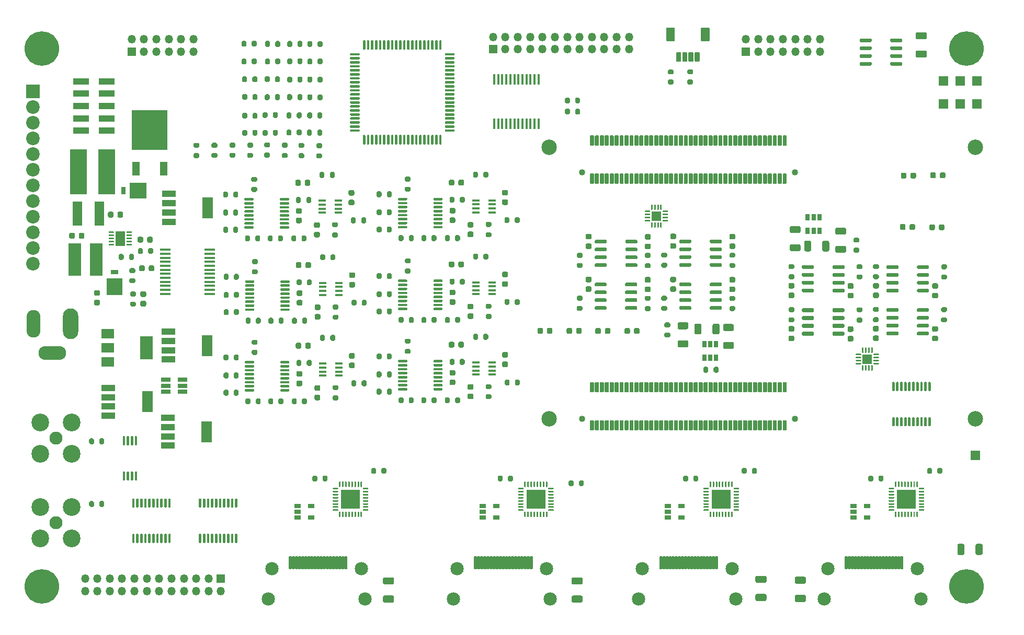
<source format=gts>
G04 #@! TF.GenerationSoftware,KiCad,Pcbnew,(5.1.9-0-10_14)*
G04 #@! TF.CreationDate,2021-07-02T21:36:42-05:00*
G04 #@! TF.ProjectId,covg_daq_v2,636f7667-5f64-4617-915f-76322e6b6963,rev?*
G04 #@! TF.SameCoordinates,Original*
G04 #@! TF.FileFunction,Soldermask,Top*
G04 #@! TF.FilePolarity,Negative*
%FSLAX46Y46*%
G04 Gerber Fmt 4.6, Leading zero omitted, Abs format (unit mm)*
G04 Created by KiCad (PCBNEW (5.1.9-0-10_14)) date 2021-07-02 21:36:42*
%MOMM*%
%LPD*%
G01*
G04 APERTURE LIST*
%ADD10C,2.500000*%
%ADD11C,1.016000*%
%ADD12C,2.153200*%
%ADD13O,1.350000X1.350000*%
%ADD14R,1.350000X1.350000*%
%ADD15R,2.670000X2.540000*%
%ADD16R,0.762000X1.270000*%
%ADD17R,2.540000X2.670000*%
%ADD18R,1.270000X0.762000*%
%ADD19R,1.650000X2.380000*%
%ADD20R,2.200000X1.000000*%
%ADD21R,1.800000X3.400000*%
%ADD22O,4.500000X2.250000*%
%ADD23O,2.250000X4.500000*%
%ADD24O,2.500000X5.000000*%
%ADD25R,2.006600X5.308600*%
%ADD26R,2.692400X7.289800*%
%ADD27R,1.498600X3.987800*%
%ADD28R,3.100000X3.100000*%
%ADD29C,2.870200*%
%ADD30C,2.108200*%
%ADD31R,0.650000X1.060000*%
%ADD32R,1.600000X1.600000*%
%ADD33R,1.220000X0.400000*%
%ADD34R,1.060000X0.650000*%
%ADD35R,0.450000X1.750000*%
%ADD36R,1.750000X0.450000*%
%ADD37R,5.800000X6.400000*%
%ADD38R,1.200000X2.200000*%
%ADD39R,1.560000X0.650000*%
%ADD40R,2.000000X1.500000*%
%ADD41R,2.000000X3.800000*%
%ADD42R,1.500000X1.500000*%
%ADD43R,2.580000X1.000000*%
%ADD44C,2.200000*%
%ADD45R,2.200000X2.200000*%
%ADD46C,5.600000*%
G04 APERTURE END LIST*
G36*
G01*
X139313400Y52273000D02*
X138813400Y52273000D01*
G75*
G02*
X138588400Y52498000I0J225000D01*
G01*
X138588400Y52948000D01*
G75*
G02*
X138813400Y53173000I225000J0D01*
G01*
X139313400Y53173000D01*
G75*
G02*
X139538400Y52948000I0J-225000D01*
G01*
X139538400Y52498000D01*
G75*
G02*
X139313400Y52273000I-225000J0D01*
G01*
G37*
G36*
G01*
X139313400Y50723000D02*
X138813400Y50723000D01*
G75*
G02*
X138588400Y50948000I0J225000D01*
G01*
X138588400Y51398000D01*
G75*
G02*
X138813400Y51623000I225000J0D01*
G01*
X139313400Y51623000D01*
G75*
G02*
X139538400Y51398000I0J-225000D01*
G01*
X139538400Y50948000D01*
G75*
G02*
X139313400Y50723000I-225000J0D01*
G01*
G37*
G36*
G01*
X148892200Y52234600D02*
X148392200Y52234600D01*
G75*
G02*
X148167200Y52459600I0J225000D01*
G01*
X148167200Y52909600D01*
G75*
G02*
X148392200Y53134600I225000J0D01*
G01*
X148892200Y53134600D01*
G75*
G02*
X149117200Y52909600I0J-225000D01*
G01*
X149117200Y52459600D01*
G75*
G02*
X148892200Y52234600I-225000J0D01*
G01*
G37*
G36*
G01*
X148892200Y50684600D02*
X148392200Y50684600D01*
G75*
G02*
X148167200Y50909600I0J225000D01*
G01*
X148167200Y51359600D01*
G75*
G02*
X148392200Y51584600I225000J0D01*
G01*
X148892200Y51584600D01*
G75*
G02*
X149117200Y51359600I0J-225000D01*
G01*
X149117200Y50909600D01*
G75*
G02*
X148892200Y50684600I-225000J0D01*
G01*
G37*
G36*
G01*
X139301400Y45317200D02*
X138801400Y45317200D01*
G75*
G02*
X138576400Y45542200I0J225000D01*
G01*
X138576400Y45992200D01*
G75*
G02*
X138801400Y46217200I225000J0D01*
G01*
X139301400Y46217200D01*
G75*
G02*
X139526400Y45992200I0J-225000D01*
G01*
X139526400Y45542200D01*
G75*
G02*
X139301400Y45317200I-225000J0D01*
G01*
G37*
G36*
G01*
X139301400Y43767200D02*
X138801400Y43767200D01*
G75*
G02*
X138576400Y43992200I0J225000D01*
G01*
X138576400Y44442200D01*
G75*
G02*
X138801400Y44667200I225000J0D01*
G01*
X139301400Y44667200D01*
G75*
G02*
X139526400Y44442200I0J-225000D01*
G01*
X139526400Y43992200D01*
G75*
G02*
X139301400Y43767200I-225000J0D01*
G01*
G37*
G36*
G01*
X148880200Y45278800D02*
X148380200Y45278800D01*
G75*
G02*
X148155200Y45503800I0J225000D01*
G01*
X148155200Y45953800D01*
G75*
G02*
X148380200Y46178800I225000J0D01*
G01*
X148880200Y46178800D01*
G75*
G02*
X149105200Y45953800I0J-225000D01*
G01*
X149105200Y45503800D01*
G75*
G02*
X148880200Y45278800I-225000J0D01*
G01*
G37*
G36*
G01*
X148880200Y43728800D02*
X148380200Y43728800D01*
G75*
G02*
X148155200Y43953800I0J225000D01*
G01*
X148155200Y44403800D01*
G75*
G02*
X148380200Y44628800I225000J0D01*
G01*
X148880200Y44628800D01*
G75*
G02*
X149105200Y44403800I0J-225000D01*
G01*
X149105200Y43953800D01*
G75*
G02*
X148880200Y43728800I-225000J0D01*
G01*
G37*
G36*
G01*
X125616400Y45283000D02*
X125116400Y45283000D01*
G75*
G02*
X124891400Y45508000I0J225000D01*
G01*
X124891400Y45958000D01*
G75*
G02*
X125116400Y46183000I225000J0D01*
G01*
X125616400Y46183000D01*
G75*
G02*
X125841400Y45958000I0J-225000D01*
G01*
X125841400Y45508000D01*
G75*
G02*
X125616400Y45283000I-225000J0D01*
G01*
G37*
G36*
G01*
X125616400Y43733000D02*
X125116400Y43733000D01*
G75*
G02*
X124891400Y43958000I0J225000D01*
G01*
X124891400Y44408000D01*
G75*
G02*
X125116400Y44633000I225000J0D01*
G01*
X125616400Y44633000D01*
G75*
G02*
X125841400Y44408000I0J-225000D01*
G01*
X125841400Y43958000D01*
G75*
G02*
X125616400Y43733000I-225000J0D01*
G01*
G37*
G36*
G01*
X135195200Y45244600D02*
X134695200Y45244600D01*
G75*
G02*
X134470200Y45469600I0J225000D01*
G01*
X134470200Y45919600D01*
G75*
G02*
X134695200Y46144600I225000J0D01*
G01*
X135195200Y46144600D01*
G75*
G02*
X135420200Y45919600I0J-225000D01*
G01*
X135420200Y45469600D01*
G75*
G02*
X135195200Y45244600I-225000J0D01*
G01*
G37*
G36*
G01*
X135195200Y43694600D02*
X134695200Y43694600D01*
G75*
G02*
X134470200Y43919600I0J225000D01*
G01*
X134470200Y44369600D01*
G75*
G02*
X134695200Y44594600I225000J0D01*
G01*
X135195200Y44594600D01*
G75*
G02*
X135420200Y44369600I0J-225000D01*
G01*
X135420200Y43919600D01*
G75*
G02*
X135195200Y43694600I-225000J0D01*
G01*
G37*
G36*
G01*
X125624400Y52275000D02*
X125124400Y52275000D01*
G75*
G02*
X124899400Y52500000I0J225000D01*
G01*
X124899400Y52950000D01*
G75*
G02*
X125124400Y53175000I225000J0D01*
G01*
X125624400Y53175000D01*
G75*
G02*
X125849400Y52950000I0J-225000D01*
G01*
X125849400Y52500000D01*
G75*
G02*
X125624400Y52275000I-225000J0D01*
G01*
G37*
G36*
G01*
X125624400Y50725000D02*
X125124400Y50725000D01*
G75*
G02*
X124899400Y50950000I0J225000D01*
G01*
X124899400Y51400000D01*
G75*
G02*
X125124400Y51625000I225000J0D01*
G01*
X125624400Y51625000D01*
G75*
G02*
X125849400Y51400000I0J-225000D01*
G01*
X125849400Y50950000D01*
G75*
G02*
X125624400Y50725000I-225000J0D01*
G01*
G37*
G36*
G01*
X135203200Y52236600D02*
X134703200Y52236600D01*
G75*
G02*
X134478200Y52461600I0J225000D01*
G01*
X134478200Y52911600D01*
G75*
G02*
X134703200Y53136600I225000J0D01*
G01*
X135203200Y53136600D01*
G75*
G02*
X135428200Y52911600I0J-225000D01*
G01*
X135428200Y52461600D01*
G75*
G02*
X135203200Y52236600I-225000J0D01*
G01*
G37*
G36*
G01*
X135203200Y50686600D02*
X134703200Y50686600D01*
G75*
G02*
X134478200Y50911600I0J225000D01*
G01*
X134478200Y51361600D01*
G75*
G02*
X134703200Y51586600I225000J0D01*
G01*
X135203200Y51586600D01*
G75*
G02*
X135428200Y51361600I0J-225000D01*
G01*
X135428200Y50911600D01*
G75*
G02*
X135203200Y50686600I-225000J0D01*
G01*
G37*
G36*
G01*
X101862000Y52597600D02*
X102362000Y52597600D01*
G75*
G02*
X102587000Y52372600I0J-225000D01*
G01*
X102587000Y51922600D01*
G75*
G02*
X102362000Y51697600I-225000J0D01*
G01*
X101862000Y51697600D01*
G75*
G02*
X101637000Y51922600I0J225000D01*
G01*
X101637000Y52372600D01*
G75*
G02*
X101862000Y52597600I225000J0D01*
G01*
G37*
G36*
G01*
X101862000Y54147600D02*
X102362000Y54147600D01*
G75*
G02*
X102587000Y53922600I0J-225000D01*
G01*
X102587000Y53472600D01*
G75*
G02*
X102362000Y53247600I-225000J0D01*
G01*
X101862000Y53247600D01*
G75*
G02*
X101637000Y53472600I0J225000D01*
G01*
X101637000Y53922600D01*
G75*
G02*
X101862000Y54147600I225000J0D01*
G01*
G37*
G36*
G01*
X92283200Y52636000D02*
X92783200Y52636000D01*
G75*
G02*
X93008200Y52411000I0J-225000D01*
G01*
X93008200Y51961000D01*
G75*
G02*
X92783200Y51736000I-225000J0D01*
G01*
X92283200Y51736000D01*
G75*
G02*
X92058200Y51961000I0J225000D01*
G01*
X92058200Y52411000D01*
G75*
G02*
X92283200Y52636000I225000J0D01*
G01*
G37*
G36*
G01*
X92283200Y54186000D02*
X92783200Y54186000D01*
G75*
G02*
X93008200Y53961000I0J-225000D01*
G01*
X93008200Y53511000D01*
G75*
G02*
X92783200Y53286000I-225000J0D01*
G01*
X92283200Y53286000D01*
G75*
G02*
X92058200Y53511000I0J225000D01*
G01*
X92058200Y53961000D01*
G75*
G02*
X92283200Y54186000I225000J0D01*
G01*
G37*
G36*
G01*
X101874200Y59553400D02*
X102374200Y59553400D01*
G75*
G02*
X102599200Y59328400I0J-225000D01*
G01*
X102599200Y58878400D01*
G75*
G02*
X102374200Y58653400I-225000J0D01*
G01*
X101874200Y58653400D01*
G75*
G02*
X101649200Y58878400I0J225000D01*
G01*
X101649200Y59328400D01*
G75*
G02*
X101874200Y59553400I225000J0D01*
G01*
G37*
G36*
G01*
X101874200Y61103400D02*
X102374200Y61103400D01*
G75*
G02*
X102599200Y60878400I0J-225000D01*
G01*
X102599200Y60428400D01*
G75*
G02*
X102374200Y60203400I-225000J0D01*
G01*
X101874200Y60203400D01*
G75*
G02*
X101649200Y60428400I0J225000D01*
G01*
X101649200Y60878400D01*
G75*
G02*
X101874200Y61103400I225000J0D01*
G01*
G37*
G36*
G01*
X92295400Y59591800D02*
X92795400Y59591800D01*
G75*
G02*
X93020400Y59366800I0J-225000D01*
G01*
X93020400Y58916800D01*
G75*
G02*
X92795400Y58691800I-225000J0D01*
G01*
X92295400Y58691800D01*
G75*
G02*
X92070400Y58916800I0J225000D01*
G01*
X92070400Y59366800D01*
G75*
G02*
X92295400Y59591800I225000J0D01*
G01*
G37*
G36*
G01*
X92295400Y61141800D02*
X92795400Y61141800D01*
G75*
G02*
X93020400Y60916800I0J-225000D01*
G01*
X93020400Y60466800D01*
G75*
G02*
X92795400Y60241800I-225000J0D01*
G01*
X92295400Y60241800D01*
G75*
G02*
X92070400Y60466800I0J225000D01*
G01*
X92070400Y60916800D01*
G75*
G02*
X92295400Y61141800I225000J0D01*
G01*
G37*
G36*
G01*
X115559600Y59587600D02*
X116059600Y59587600D01*
G75*
G02*
X116284600Y59362600I0J-225000D01*
G01*
X116284600Y58912600D01*
G75*
G02*
X116059600Y58687600I-225000J0D01*
G01*
X115559600Y58687600D01*
G75*
G02*
X115334600Y58912600I0J225000D01*
G01*
X115334600Y59362600D01*
G75*
G02*
X115559600Y59587600I225000J0D01*
G01*
G37*
G36*
G01*
X115559600Y61137600D02*
X116059600Y61137600D01*
G75*
G02*
X116284600Y60912600I0J-225000D01*
G01*
X116284600Y60462600D01*
G75*
G02*
X116059600Y60237600I-225000J0D01*
G01*
X115559600Y60237600D01*
G75*
G02*
X115334600Y60462600I0J225000D01*
G01*
X115334600Y60912600D01*
G75*
G02*
X115559600Y61137600I225000J0D01*
G01*
G37*
G36*
G01*
X105980800Y59626000D02*
X106480800Y59626000D01*
G75*
G02*
X106705800Y59401000I0J-225000D01*
G01*
X106705800Y58951000D01*
G75*
G02*
X106480800Y58726000I-225000J0D01*
G01*
X105980800Y58726000D01*
G75*
G02*
X105755800Y58951000I0J225000D01*
G01*
X105755800Y59401000D01*
G75*
G02*
X105980800Y59626000I225000J0D01*
G01*
G37*
G36*
G01*
X105980800Y61176000D02*
X106480800Y61176000D01*
G75*
G02*
X106705800Y60951000I0J-225000D01*
G01*
X106705800Y60501000D01*
G75*
G02*
X106480800Y60276000I-225000J0D01*
G01*
X105980800Y60276000D01*
G75*
G02*
X105755800Y60501000I0J225000D01*
G01*
X105755800Y60951000D01*
G75*
G02*
X105980800Y61176000I225000J0D01*
G01*
G37*
G36*
G01*
X115551600Y52595600D02*
X116051600Y52595600D01*
G75*
G02*
X116276600Y52370600I0J-225000D01*
G01*
X116276600Y51920600D01*
G75*
G02*
X116051600Y51695600I-225000J0D01*
G01*
X115551600Y51695600D01*
G75*
G02*
X115326600Y51920600I0J225000D01*
G01*
X115326600Y52370600D01*
G75*
G02*
X115551600Y52595600I225000J0D01*
G01*
G37*
G36*
G01*
X115551600Y54145600D02*
X116051600Y54145600D01*
G75*
G02*
X116276600Y53920600I0J-225000D01*
G01*
X116276600Y53470600D01*
G75*
G02*
X116051600Y53245600I-225000J0D01*
G01*
X115551600Y53245600D01*
G75*
G02*
X115326600Y53470600I0J225000D01*
G01*
X115326600Y53920600D01*
G75*
G02*
X115551600Y54145600I225000J0D01*
G01*
G37*
G36*
G01*
X105972800Y52634000D02*
X106472800Y52634000D01*
G75*
G02*
X106697800Y52409000I0J-225000D01*
G01*
X106697800Y51959000D01*
G75*
G02*
X106472800Y51734000I-225000J0D01*
G01*
X105972800Y51734000D01*
G75*
G02*
X105747800Y51959000I0J225000D01*
G01*
X105747800Y52409000D01*
G75*
G02*
X105972800Y52634000I225000J0D01*
G01*
G37*
G36*
G01*
X105972800Y54184000D02*
X106472800Y54184000D01*
G75*
G02*
X106697800Y53959000I0J-225000D01*
G01*
X106697800Y53509000D01*
G75*
G02*
X106472800Y53284000I-225000J0D01*
G01*
X105972800Y53284000D01*
G75*
G02*
X105747800Y53509000I0J225000D01*
G01*
X105747800Y53959000D01*
G75*
G02*
X105972800Y54184000I225000J0D01*
G01*
G37*
D10*
X86184900Y75181100D03*
X86184900Y31181100D03*
X155184900Y31181100D03*
X155184900Y75181100D03*
G36*
G01*
X108856400Y30920700D02*
X109313400Y30920700D01*
G75*
G02*
X109415000Y30819100I0J-101600D01*
G01*
X109415000Y29371100D01*
G75*
G02*
X109313400Y29269500I-101600J0D01*
G01*
X108856400Y29269500D01*
G75*
G02*
X108754800Y29371100I0J101600D01*
G01*
X108754800Y30819100D01*
G75*
G02*
X108856400Y30920700I101600J0D01*
G01*
G37*
G36*
G01*
X108056400Y30920700D02*
X108513400Y30920700D01*
G75*
G02*
X108615000Y30819100I0J-101600D01*
G01*
X108615000Y29371100D01*
G75*
G02*
X108513400Y29269500I-101600J0D01*
G01*
X108056400Y29269500D01*
G75*
G02*
X107954800Y29371100I0J101600D01*
G01*
X107954800Y30819100D01*
G75*
G02*
X108056400Y30920700I101600J0D01*
G01*
G37*
G36*
G01*
X109656400Y30920700D02*
X110113400Y30920700D01*
G75*
G02*
X110215000Y30819100I0J-101600D01*
G01*
X110215000Y29371100D01*
G75*
G02*
X110113400Y29269500I-101600J0D01*
G01*
X109656400Y29269500D01*
G75*
G02*
X109554800Y29371100I0J101600D01*
G01*
X109554800Y30819100D01*
G75*
G02*
X109656400Y30920700I101600J0D01*
G01*
G37*
G36*
G01*
X110456400Y30920700D02*
X110913400Y30920700D01*
G75*
G02*
X111015000Y30819100I0J-101600D01*
G01*
X111015000Y29371100D01*
G75*
G02*
X110913400Y29269500I-101600J0D01*
G01*
X110456400Y29269500D01*
G75*
G02*
X110354800Y29371100I0J101600D01*
G01*
X110354800Y30819100D01*
G75*
G02*
X110456400Y30920700I101600J0D01*
G01*
G37*
G36*
G01*
X111256400Y30920700D02*
X111713400Y30920700D01*
G75*
G02*
X111815000Y30819100I0J-101600D01*
G01*
X111815000Y29371100D01*
G75*
G02*
X111713400Y29269500I-101600J0D01*
G01*
X111256400Y29269500D01*
G75*
G02*
X111154800Y29371100I0J101600D01*
G01*
X111154800Y30819100D01*
G75*
G02*
X111256400Y30920700I101600J0D01*
G01*
G37*
G36*
G01*
X112056400Y30920700D02*
X112513400Y30920700D01*
G75*
G02*
X112615000Y30819100I0J-101600D01*
G01*
X112615000Y29371100D01*
G75*
G02*
X112513400Y29269500I-101600J0D01*
G01*
X112056400Y29269500D01*
G75*
G02*
X111954800Y29371100I0J101600D01*
G01*
X111954800Y30819100D01*
G75*
G02*
X112056400Y30920700I101600J0D01*
G01*
G37*
G36*
G01*
X112856400Y30920700D02*
X113313400Y30920700D01*
G75*
G02*
X113415000Y30819100I0J-101600D01*
G01*
X113415000Y29371100D01*
G75*
G02*
X113313400Y29269500I-101600J0D01*
G01*
X112856400Y29269500D01*
G75*
G02*
X112754800Y29371100I0J101600D01*
G01*
X112754800Y30819100D01*
G75*
G02*
X112856400Y30920700I101600J0D01*
G01*
G37*
G36*
G01*
X113656400Y30920700D02*
X114113400Y30920700D01*
G75*
G02*
X114215000Y30819100I0J-101600D01*
G01*
X114215000Y29371100D01*
G75*
G02*
X114113400Y29269500I-101600J0D01*
G01*
X113656400Y29269500D01*
G75*
G02*
X113554800Y29371100I0J101600D01*
G01*
X113554800Y30819100D01*
G75*
G02*
X113656400Y30920700I101600J0D01*
G01*
G37*
G36*
G01*
X114456400Y30920700D02*
X114913400Y30920700D01*
G75*
G02*
X115015000Y30819100I0J-101600D01*
G01*
X115015000Y29371100D01*
G75*
G02*
X114913400Y29269500I-101600J0D01*
G01*
X114456400Y29269500D01*
G75*
G02*
X114354800Y29371100I0J101600D01*
G01*
X114354800Y30819100D01*
G75*
G02*
X114456400Y30920700I101600J0D01*
G01*
G37*
G36*
G01*
X115256400Y30920700D02*
X115713400Y30920700D01*
G75*
G02*
X115815000Y30819100I0J-101600D01*
G01*
X115815000Y29371100D01*
G75*
G02*
X115713400Y29269500I-101600J0D01*
G01*
X115256400Y29269500D01*
G75*
G02*
X115154800Y29371100I0J101600D01*
G01*
X115154800Y30819100D01*
G75*
G02*
X115256400Y30920700I101600J0D01*
G01*
G37*
G36*
G01*
X116056400Y30920700D02*
X116513400Y30920700D01*
G75*
G02*
X116615000Y30819100I0J-101600D01*
G01*
X116615000Y29371100D01*
G75*
G02*
X116513400Y29269500I-101600J0D01*
G01*
X116056400Y29269500D01*
G75*
G02*
X115954800Y29371100I0J101600D01*
G01*
X115954800Y30819100D01*
G75*
G02*
X116056400Y30920700I101600J0D01*
G01*
G37*
G36*
G01*
X116856400Y30920700D02*
X117313400Y30920700D01*
G75*
G02*
X117415000Y30819100I0J-101600D01*
G01*
X117415000Y29371100D01*
G75*
G02*
X117313400Y29269500I-101600J0D01*
G01*
X116856400Y29269500D01*
G75*
G02*
X116754800Y29371100I0J101600D01*
G01*
X116754800Y30819100D01*
G75*
G02*
X116856400Y30920700I101600J0D01*
G01*
G37*
G36*
G01*
X117656400Y30920700D02*
X118113400Y30920700D01*
G75*
G02*
X118215000Y30819100I0J-101600D01*
G01*
X118215000Y29371100D01*
G75*
G02*
X118113400Y29269500I-101600J0D01*
G01*
X117656400Y29269500D01*
G75*
G02*
X117554800Y29371100I0J101600D01*
G01*
X117554800Y30819100D01*
G75*
G02*
X117656400Y30920700I101600J0D01*
G01*
G37*
G36*
G01*
X118456400Y30920700D02*
X118913400Y30920700D01*
G75*
G02*
X119015000Y30819100I0J-101600D01*
G01*
X119015000Y29371100D01*
G75*
G02*
X118913400Y29269500I-101600J0D01*
G01*
X118456400Y29269500D01*
G75*
G02*
X118354800Y29371100I0J101600D01*
G01*
X118354800Y30819100D01*
G75*
G02*
X118456400Y30920700I101600J0D01*
G01*
G37*
G36*
G01*
X119256400Y30920700D02*
X119713400Y30920700D01*
G75*
G02*
X119815000Y30819100I0J-101600D01*
G01*
X119815000Y29371100D01*
G75*
G02*
X119713400Y29269500I-101600J0D01*
G01*
X119256400Y29269500D01*
G75*
G02*
X119154800Y29371100I0J101600D01*
G01*
X119154800Y30819100D01*
G75*
G02*
X119256400Y30920700I101600J0D01*
G01*
G37*
G36*
G01*
X120056400Y30920700D02*
X120513400Y30920700D01*
G75*
G02*
X120615000Y30819100I0J-101600D01*
G01*
X120615000Y29371100D01*
G75*
G02*
X120513400Y29269500I-101600J0D01*
G01*
X120056400Y29269500D01*
G75*
G02*
X119954800Y29371100I0J101600D01*
G01*
X119954800Y30819100D01*
G75*
G02*
X120056400Y30920700I101600J0D01*
G01*
G37*
G36*
G01*
X120856400Y30920700D02*
X121313400Y30920700D01*
G75*
G02*
X121415000Y30819100I0J-101600D01*
G01*
X121415000Y29371100D01*
G75*
G02*
X121313400Y29269500I-101600J0D01*
G01*
X120856400Y29269500D01*
G75*
G02*
X120754800Y29371100I0J101600D01*
G01*
X120754800Y30819100D01*
G75*
G02*
X120856400Y30920700I101600J0D01*
G01*
G37*
G36*
G01*
X121656400Y30920700D02*
X122113400Y30920700D01*
G75*
G02*
X122215000Y30819100I0J-101600D01*
G01*
X122215000Y29371100D01*
G75*
G02*
X122113400Y29269500I-101600J0D01*
G01*
X121656400Y29269500D01*
G75*
G02*
X121554800Y29371100I0J101600D01*
G01*
X121554800Y30819100D01*
G75*
G02*
X121656400Y30920700I101600J0D01*
G01*
G37*
G36*
G01*
X122456400Y30920700D02*
X122913400Y30920700D01*
G75*
G02*
X123015000Y30819100I0J-101600D01*
G01*
X123015000Y29371100D01*
G75*
G02*
X122913400Y29269500I-101600J0D01*
G01*
X122456400Y29269500D01*
G75*
G02*
X122354800Y29371100I0J101600D01*
G01*
X122354800Y30819100D01*
G75*
G02*
X122456400Y30920700I101600J0D01*
G01*
G37*
G36*
G01*
X107256400Y30920700D02*
X107713400Y30920700D01*
G75*
G02*
X107815000Y30819100I0J-101600D01*
G01*
X107815000Y29371100D01*
G75*
G02*
X107713400Y29269500I-101600J0D01*
G01*
X107256400Y29269500D01*
G75*
G02*
X107154800Y29371100I0J101600D01*
G01*
X107154800Y30819100D01*
G75*
G02*
X107256400Y30920700I101600J0D01*
G01*
G37*
G36*
G01*
X106456400Y30920700D02*
X106913400Y30920700D01*
G75*
G02*
X107015000Y30819100I0J-101600D01*
G01*
X107015000Y29371100D01*
G75*
G02*
X106913400Y29269500I-101600J0D01*
G01*
X106456400Y29269500D01*
G75*
G02*
X106354800Y29371100I0J101600D01*
G01*
X106354800Y30819100D01*
G75*
G02*
X106456400Y30920700I101600J0D01*
G01*
G37*
G36*
G01*
X105656400Y30920700D02*
X106113400Y30920700D01*
G75*
G02*
X106215000Y30819100I0J-101600D01*
G01*
X106215000Y29371100D01*
G75*
G02*
X106113400Y29269500I-101600J0D01*
G01*
X105656400Y29269500D01*
G75*
G02*
X105554800Y29371100I0J101600D01*
G01*
X105554800Y30819100D01*
G75*
G02*
X105656400Y30920700I101600J0D01*
G01*
G37*
G36*
G01*
X104856400Y30920700D02*
X105313400Y30920700D01*
G75*
G02*
X105415000Y30819100I0J-101600D01*
G01*
X105415000Y29371100D01*
G75*
G02*
X105313400Y29269500I-101600J0D01*
G01*
X104856400Y29269500D01*
G75*
G02*
X104754800Y29371100I0J101600D01*
G01*
X104754800Y30819100D01*
G75*
G02*
X104856400Y30920700I101600J0D01*
G01*
G37*
G36*
G01*
X104056400Y30920700D02*
X104513400Y30920700D01*
G75*
G02*
X104615000Y30819100I0J-101600D01*
G01*
X104615000Y29371100D01*
G75*
G02*
X104513400Y29269500I-101600J0D01*
G01*
X104056400Y29269500D01*
G75*
G02*
X103954800Y29371100I0J101600D01*
G01*
X103954800Y30819100D01*
G75*
G02*
X104056400Y30920700I101600J0D01*
G01*
G37*
G36*
G01*
X103256400Y30920700D02*
X103713400Y30920700D01*
G75*
G02*
X103815000Y30819100I0J-101600D01*
G01*
X103815000Y29371100D01*
G75*
G02*
X103713400Y29269500I-101600J0D01*
G01*
X103256400Y29269500D01*
G75*
G02*
X103154800Y29371100I0J101600D01*
G01*
X103154800Y30819100D01*
G75*
G02*
X103256400Y30920700I101600J0D01*
G01*
G37*
G36*
G01*
X102456400Y30920700D02*
X102913400Y30920700D01*
G75*
G02*
X103015000Y30819100I0J-101600D01*
G01*
X103015000Y29371100D01*
G75*
G02*
X102913400Y29269500I-101600J0D01*
G01*
X102456400Y29269500D01*
G75*
G02*
X102354800Y29371100I0J101600D01*
G01*
X102354800Y30819100D01*
G75*
G02*
X102456400Y30920700I101600J0D01*
G01*
G37*
G36*
G01*
X101656400Y30920700D02*
X102113400Y30920700D01*
G75*
G02*
X102215000Y30819100I0J-101600D01*
G01*
X102215000Y29371100D01*
G75*
G02*
X102113400Y29269500I-101600J0D01*
G01*
X101656400Y29269500D01*
G75*
G02*
X101554800Y29371100I0J101600D01*
G01*
X101554800Y30819100D01*
G75*
G02*
X101656400Y30920700I101600J0D01*
G01*
G37*
G36*
G01*
X100856400Y30920700D02*
X101313400Y30920700D01*
G75*
G02*
X101415000Y30819100I0J-101600D01*
G01*
X101415000Y29371100D01*
G75*
G02*
X101313400Y29269500I-101600J0D01*
G01*
X100856400Y29269500D01*
G75*
G02*
X100754800Y29371100I0J101600D01*
G01*
X100754800Y30819100D01*
G75*
G02*
X100856400Y30920700I101600J0D01*
G01*
G37*
G36*
G01*
X100056400Y30920700D02*
X100513400Y30920700D01*
G75*
G02*
X100615000Y30819100I0J-101600D01*
G01*
X100615000Y29371100D01*
G75*
G02*
X100513400Y29269500I-101600J0D01*
G01*
X100056400Y29269500D01*
G75*
G02*
X99954800Y29371100I0J101600D01*
G01*
X99954800Y30819100D01*
G75*
G02*
X100056400Y30920700I101600J0D01*
G01*
G37*
G36*
G01*
X99256400Y30920700D02*
X99713400Y30920700D01*
G75*
G02*
X99815000Y30819100I0J-101600D01*
G01*
X99815000Y29371100D01*
G75*
G02*
X99713400Y29269500I-101600J0D01*
G01*
X99256400Y29269500D01*
G75*
G02*
X99154800Y29371100I0J101600D01*
G01*
X99154800Y30819100D01*
G75*
G02*
X99256400Y30920700I101600J0D01*
G01*
G37*
G36*
G01*
X98456400Y30920700D02*
X98913400Y30920700D01*
G75*
G02*
X99015000Y30819100I0J-101600D01*
G01*
X99015000Y29371100D01*
G75*
G02*
X98913400Y29269500I-101600J0D01*
G01*
X98456400Y29269500D01*
G75*
G02*
X98354800Y29371100I0J101600D01*
G01*
X98354800Y30819100D01*
G75*
G02*
X98456400Y30920700I101600J0D01*
G01*
G37*
G36*
G01*
X97656400Y30920700D02*
X98113400Y30920700D01*
G75*
G02*
X98215000Y30819100I0J-101600D01*
G01*
X98215000Y29371100D01*
G75*
G02*
X98113400Y29269500I-101600J0D01*
G01*
X97656400Y29269500D01*
G75*
G02*
X97554800Y29371100I0J101600D01*
G01*
X97554800Y30819100D01*
G75*
G02*
X97656400Y30920700I101600J0D01*
G01*
G37*
G36*
G01*
X96856400Y30920700D02*
X97313400Y30920700D01*
G75*
G02*
X97415000Y30819100I0J-101600D01*
G01*
X97415000Y29371100D01*
G75*
G02*
X97313400Y29269500I-101600J0D01*
G01*
X96856400Y29269500D01*
G75*
G02*
X96754800Y29371100I0J101600D01*
G01*
X96754800Y30819100D01*
G75*
G02*
X96856400Y30920700I101600J0D01*
G01*
G37*
G36*
G01*
X96056400Y30920700D02*
X96513400Y30920700D01*
G75*
G02*
X96615000Y30819100I0J-101600D01*
G01*
X96615000Y29371100D01*
G75*
G02*
X96513400Y29269500I-101600J0D01*
G01*
X96056400Y29269500D01*
G75*
G02*
X95954800Y29371100I0J101600D01*
G01*
X95954800Y30819100D01*
G75*
G02*
X96056400Y30920700I101600J0D01*
G01*
G37*
G36*
G01*
X95256400Y30920700D02*
X95713400Y30920700D01*
G75*
G02*
X95815000Y30819100I0J-101600D01*
G01*
X95815000Y29371100D01*
G75*
G02*
X95713400Y29269500I-101600J0D01*
G01*
X95256400Y29269500D01*
G75*
G02*
X95154800Y29371100I0J101600D01*
G01*
X95154800Y30819100D01*
G75*
G02*
X95256400Y30920700I101600J0D01*
G01*
G37*
G36*
G01*
X94456400Y30920700D02*
X94913400Y30920700D01*
G75*
G02*
X95015000Y30819100I0J-101600D01*
G01*
X95015000Y29371100D01*
G75*
G02*
X94913400Y29269500I-101600J0D01*
G01*
X94456400Y29269500D01*
G75*
G02*
X94354800Y29371100I0J101600D01*
G01*
X94354800Y30819100D01*
G75*
G02*
X94456400Y30920700I101600J0D01*
G01*
G37*
G36*
G01*
X123256400Y30920700D02*
X123713400Y30920700D01*
G75*
G02*
X123815000Y30819100I0J-101600D01*
G01*
X123815000Y29371100D01*
G75*
G02*
X123713400Y29269500I-101600J0D01*
G01*
X123256400Y29269500D01*
G75*
G02*
X123154800Y29371100I0J101600D01*
G01*
X123154800Y30819100D01*
G75*
G02*
X123256400Y30920700I101600J0D01*
G01*
G37*
G36*
G01*
X93656400Y30920700D02*
X94113400Y30920700D01*
G75*
G02*
X94215000Y30819100I0J-101600D01*
G01*
X94215000Y29371100D01*
G75*
G02*
X94113400Y29269500I-101600J0D01*
G01*
X93656400Y29269500D01*
G75*
G02*
X93554800Y29371100I0J101600D01*
G01*
X93554800Y30819100D01*
G75*
G02*
X93656400Y30920700I101600J0D01*
G01*
G37*
G36*
G01*
X124056400Y30920700D02*
X124513400Y30920700D01*
G75*
G02*
X124615000Y30819100I0J-101600D01*
G01*
X124615000Y29371100D01*
G75*
G02*
X124513400Y29269500I-101600J0D01*
G01*
X124056400Y29269500D01*
G75*
G02*
X123954800Y29371100I0J101600D01*
G01*
X123954800Y30819100D01*
G75*
G02*
X124056400Y30920700I101600J0D01*
G01*
G37*
G36*
G01*
X92856400Y30920700D02*
X93313400Y30920700D01*
G75*
G02*
X93415000Y30819100I0J-101600D01*
G01*
X93415000Y29371100D01*
G75*
G02*
X93313400Y29269500I-101600J0D01*
G01*
X92856400Y29269500D01*
G75*
G02*
X92754800Y29371100I0J101600D01*
G01*
X92754800Y30819100D01*
G75*
G02*
X92856400Y30920700I101600J0D01*
G01*
G37*
G36*
G01*
X108856400Y37092700D02*
X109313400Y37092700D01*
G75*
G02*
X109415000Y36991100I0J-101600D01*
G01*
X109415000Y35543100D01*
G75*
G02*
X109313400Y35441500I-101600J0D01*
G01*
X108856400Y35441500D01*
G75*
G02*
X108754800Y35543100I0J101600D01*
G01*
X108754800Y36991100D01*
G75*
G02*
X108856400Y37092700I101600J0D01*
G01*
G37*
G36*
G01*
X108056400Y37092700D02*
X108513400Y37092700D01*
G75*
G02*
X108615000Y36991100I0J-101600D01*
G01*
X108615000Y35543100D01*
G75*
G02*
X108513400Y35441500I-101600J0D01*
G01*
X108056400Y35441500D01*
G75*
G02*
X107954800Y35543100I0J101600D01*
G01*
X107954800Y36991100D01*
G75*
G02*
X108056400Y37092700I101600J0D01*
G01*
G37*
G36*
G01*
X109656400Y37092700D02*
X110113400Y37092700D01*
G75*
G02*
X110215000Y36991100I0J-101600D01*
G01*
X110215000Y35543100D01*
G75*
G02*
X110113400Y35441500I-101600J0D01*
G01*
X109656400Y35441500D01*
G75*
G02*
X109554800Y35543100I0J101600D01*
G01*
X109554800Y36991100D01*
G75*
G02*
X109656400Y37092700I101600J0D01*
G01*
G37*
G36*
G01*
X110456400Y37092700D02*
X110913400Y37092700D01*
G75*
G02*
X111015000Y36991100I0J-101600D01*
G01*
X111015000Y35543100D01*
G75*
G02*
X110913400Y35441500I-101600J0D01*
G01*
X110456400Y35441500D01*
G75*
G02*
X110354800Y35543100I0J101600D01*
G01*
X110354800Y36991100D01*
G75*
G02*
X110456400Y37092700I101600J0D01*
G01*
G37*
G36*
G01*
X111256400Y37092700D02*
X111713400Y37092700D01*
G75*
G02*
X111815000Y36991100I0J-101600D01*
G01*
X111815000Y35543100D01*
G75*
G02*
X111713400Y35441500I-101600J0D01*
G01*
X111256400Y35441500D01*
G75*
G02*
X111154800Y35543100I0J101600D01*
G01*
X111154800Y36991100D01*
G75*
G02*
X111256400Y37092700I101600J0D01*
G01*
G37*
G36*
G01*
X112056400Y37092700D02*
X112513400Y37092700D01*
G75*
G02*
X112615000Y36991100I0J-101600D01*
G01*
X112615000Y35543100D01*
G75*
G02*
X112513400Y35441500I-101600J0D01*
G01*
X112056400Y35441500D01*
G75*
G02*
X111954800Y35543100I0J101600D01*
G01*
X111954800Y36991100D01*
G75*
G02*
X112056400Y37092700I101600J0D01*
G01*
G37*
G36*
G01*
X112856400Y37092700D02*
X113313400Y37092700D01*
G75*
G02*
X113415000Y36991100I0J-101600D01*
G01*
X113415000Y35543100D01*
G75*
G02*
X113313400Y35441500I-101600J0D01*
G01*
X112856400Y35441500D01*
G75*
G02*
X112754800Y35543100I0J101600D01*
G01*
X112754800Y36991100D01*
G75*
G02*
X112856400Y37092700I101600J0D01*
G01*
G37*
G36*
G01*
X113656400Y37092700D02*
X114113400Y37092700D01*
G75*
G02*
X114215000Y36991100I0J-101600D01*
G01*
X114215000Y35543100D01*
G75*
G02*
X114113400Y35441500I-101600J0D01*
G01*
X113656400Y35441500D01*
G75*
G02*
X113554800Y35543100I0J101600D01*
G01*
X113554800Y36991100D01*
G75*
G02*
X113656400Y37092700I101600J0D01*
G01*
G37*
G36*
G01*
X114456400Y37092700D02*
X114913400Y37092700D01*
G75*
G02*
X115015000Y36991100I0J-101600D01*
G01*
X115015000Y35543100D01*
G75*
G02*
X114913400Y35441500I-101600J0D01*
G01*
X114456400Y35441500D01*
G75*
G02*
X114354800Y35543100I0J101600D01*
G01*
X114354800Y36991100D01*
G75*
G02*
X114456400Y37092700I101600J0D01*
G01*
G37*
G36*
G01*
X115256400Y37092700D02*
X115713400Y37092700D01*
G75*
G02*
X115815000Y36991100I0J-101600D01*
G01*
X115815000Y35543100D01*
G75*
G02*
X115713400Y35441500I-101600J0D01*
G01*
X115256400Y35441500D01*
G75*
G02*
X115154800Y35543100I0J101600D01*
G01*
X115154800Y36991100D01*
G75*
G02*
X115256400Y37092700I101600J0D01*
G01*
G37*
G36*
G01*
X116056400Y37092700D02*
X116513400Y37092700D01*
G75*
G02*
X116615000Y36991100I0J-101600D01*
G01*
X116615000Y35543100D01*
G75*
G02*
X116513400Y35441500I-101600J0D01*
G01*
X116056400Y35441500D01*
G75*
G02*
X115954800Y35543100I0J101600D01*
G01*
X115954800Y36991100D01*
G75*
G02*
X116056400Y37092700I101600J0D01*
G01*
G37*
G36*
G01*
X116856400Y37092700D02*
X117313400Y37092700D01*
G75*
G02*
X117415000Y36991100I0J-101600D01*
G01*
X117415000Y35543100D01*
G75*
G02*
X117313400Y35441500I-101600J0D01*
G01*
X116856400Y35441500D01*
G75*
G02*
X116754800Y35543100I0J101600D01*
G01*
X116754800Y36991100D01*
G75*
G02*
X116856400Y37092700I101600J0D01*
G01*
G37*
G36*
G01*
X117656400Y37092700D02*
X118113400Y37092700D01*
G75*
G02*
X118215000Y36991100I0J-101600D01*
G01*
X118215000Y35543100D01*
G75*
G02*
X118113400Y35441500I-101600J0D01*
G01*
X117656400Y35441500D01*
G75*
G02*
X117554800Y35543100I0J101600D01*
G01*
X117554800Y36991100D01*
G75*
G02*
X117656400Y37092700I101600J0D01*
G01*
G37*
G36*
G01*
X118456400Y37092700D02*
X118913400Y37092700D01*
G75*
G02*
X119015000Y36991100I0J-101600D01*
G01*
X119015000Y35543100D01*
G75*
G02*
X118913400Y35441500I-101600J0D01*
G01*
X118456400Y35441500D01*
G75*
G02*
X118354800Y35543100I0J101600D01*
G01*
X118354800Y36991100D01*
G75*
G02*
X118456400Y37092700I101600J0D01*
G01*
G37*
G36*
G01*
X119256400Y37092700D02*
X119713400Y37092700D01*
G75*
G02*
X119815000Y36991100I0J-101600D01*
G01*
X119815000Y35543100D01*
G75*
G02*
X119713400Y35441500I-101600J0D01*
G01*
X119256400Y35441500D01*
G75*
G02*
X119154800Y35543100I0J101600D01*
G01*
X119154800Y36991100D01*
G75*
G02*
X119256400Y37092700I101600J0D01*
G01*
G37*
G36*
G01*
X120056400Y37092700D02*
X120513400Y37092700D01*
G75*
G02*
X120615000Y36991100I0J-101600D01*
G01*
X120615000Y35543100D01*
G75*
G02*
X120513400Y35441500I-101600J0D01*
G01*
X120056400Y35441500D01*
G75*
G02*
X119954800Y35543100I0J101600D01*
G01*
X119954800Y36991100D01*
G75*
G02*
X120056400Y37092700I101600J0D01*
G01*
G37*
G36*
G01*
X120856400Y37092700D02*
X121313400Y37092700D01*
G75*
G02*
X121415000Y36991100I0J-101600D01*
G01*
X121415000Y35543100D01*
G75*
G02*
X121313400Y35441500I-101600J0D01*
G01*
X120856400Y35441500D01*
G75*
G02*
X120754800Y35543100I0J101600D01*
G01*
X120754800Y36991100D01*
G75*
G02*
X120856400Y37092700I101600J0D01*
G01*
G37*
G36*
G01*
X121656400Y37092700D02*
X122113400Y37092700D01*
G75*
G02*
X122215000Y36991100I0J-101600D01*
G01*
X122215000Y35543100D01*
G75*
G02*
X122113400Y35441500I-101600J0D01*
G01*
X121656400Y35441500D01*
G75*
G02*
X121554800Y35543100I0J101600D01*
G01*
X121554800Y36991100D01*
G75*
G02*
X121656400Y37092700I101600J0D01*
G01*
G37*
G36*
G01*
X122456400Y37092700D02*
X122913400Y37092700D01*
G75*
G02*
X123015000Y36991100I0J-101600D01*
G01*
X123015000Y35543100D01*
G75*
G02*
X122913400Y35441500I-101600J0D01*
G01*
X122456400Y35441500D01*
G75*
G02*
X122354800Y35543100I0J101600D01*
G01*
X122354800Y36991100D01*
G75*
G02*
X122456400Y37092700I101600J0D01*
G01*
G37*
G36*
G01*
X107256400Y37092700D02*
X107713400Y37092700D01*
G75*
G02*
X107815000Y36991100I0J-101600D01*
G01*
X107815000Y35543100D01*
G75*
G02*
X107713400Y35441500I-101600J0D01*
G01*
X107256400Y35441500D01*
G75*
G02*
X107154800Y35543100I0J101600D01*
G01*
X107154800Y36991100D01*
G75*
G02*
X107256400Y37092700I101600J0D01*
G01*
G37*
G36*
G01*
X106456400Y37092700D02*
X106913400Y37092700D01*
G75*
G02*
X107015000Y36991100I0J-101600D01*
G01*
X107015000Y35543100D01*
G75*
G02*
X106913400Y35441500I-101600J0D01*
G01*
X106456400Y35441500D01*
G75*
G02*
X106354800Y35543100I0J101600D01*
G01*
X106354800Y36991100D01*
G75*
G02*
X106456400Y37092700I101600J0D01*
G01*
G37*
G36*
G01*
X105656400Y37092700D02*
X106113400Y37092700D01*
G75*
G02*
X106215000Y36991100I0J-101600D01*
G01*
X106215000Y35543100D01*
G75*
G02*
X106113400Y35441500I-101600J0D01*
G01*
X105656400Y35441500D01*
G75*
G02*
X105554800Y35543100I0J101600D01*
G01*
X105554800Y36991100D01*
G75*
G02*
X105656400Y37092700I101600J0D01*
G01*
G37*
G36*
G01*
X104856400Y37092700D02*
X105313400Y37092700D01*
G75*
G02*
X105415000Y36991100I0J-101600D01*
G01*
X105415000Y35543100D01*
G75*
G02*
X105313400Y35441500I-101600J0D01*
G01*
X104856400Y35441500D01*
G75*
G02*
X104754800Y35543100I0J101600D01*
G01*
X104754800Y36991100D01*
G75*
G02*
X104856400Y37092700I101600J0D01*
G01*
G37*
G36*
G01*
X104056400Y37092700D02*
X104513400Y37092700D01*
G75*
G02*
X104615000Y36991100I0J-101600D01*
G01*
X104615000Y35543100D01*
G75*
G02*
X104513400Y35441500I-101600J0D01*
G01*
X104056400Y35441500D01*
G75*
G02*
X103954800Y35543100I0J101600D01*
G01*
X103954800Y36991100D01*
G75*
G02*
X104056400Y37092700I101600J0D01*
G01*
G37*
G36*
G01*
X103256400Y37092700D02*
X103713400Y37092700D01*
G75*
G02*
X103815000Y36991100I0J-101600D01*
G01*
X103815000Y35543100D01*
G75*
G02*
X103713400Y35441500I-101600J0D01*
G01*
X103256400Y35441500D01*
G75*
G02*
X103154800Y35543100I0J101600D01*
G01*
X103154800Y36991100D01*
G75*
G02*
X103256400Y37092700I101600J0D01*
G01*
G37*
G36*
G01*
X102456400Y37092700D02*
X102913400Y37092700D01*
G75*
G02*
X103015000Y36991100I0J-101600D01*
G01*
X103015000Y35543100D01*
G75*
G02*
X102913400Y35441500I-101600J0D01*
G01*
X102456400Y35441500D01*
G75*
G02*
X102354800Y35543100I0J101600D01*
G01*
X102354800Y36991100D01*
G75*
G02*
X102456400Y37092700I101600J0D01*
G01*
G37*
G36*
G01*
X101656400Y37092700D02*
X102113400Y37092700D01*
G75*
G02*
X102215000Y36991100I0J-101600D01*
G01*
X102215000Y35543100D01*
G75*
G02*
X102113400Y35441500I-101600J0D01*
G01*
X101656400Y35441500D01*
G75*
G02*
X101554800Y35543100I0J101600D01*
G01*
X101554800Y36991100D01*
G75*
G02*
X101656400Y37092700I101600J0D01*
G01*
G37*
G36*
G01*
X100856400Y37092700D02*
X101313400Y37092700D01*
G75*
G02*
X101415000Y36991100I0J-101600D01*
G01*
X101415000Y35543100D01*
G75*
G02*
X101313400Y35441500I-101600J0D01*
G01*
X100856400Y35441500D01*
G75*
G02*
X100754800Y35543100I0J101600D01*
G01*
X100754800Y36991100D01*
G75*
G02*
X100856400Y37092700I101600J0D01*
G01*
G37*
G36*
G01*
X100056400Y37092700D02*
X100513400Y37092700D01*
G75*
G02*
X100615000Y36991100I0J-101600D01*
G01*
X100615000Y35543100D01*
G75*
G02*
X100513400Y35441500I-101600J0D01*
G01*
X100056400Y35441500D01*
G75*
G02*
X99954800Y35543100I0J101600D01*
G01*
X99954800Y36991100D01*
G75*
G02*
X100056400Y37092700I101600J0D01*
G01*
G37*
G36*
G01*
X99256400Y37092700D02*
X99713400Y37092700D01*
G75*
G02*
X99815000Y36991100I0J-101600D01*
G01*
X99815000Y35543100D01*
G75*
G02*
X99713400Y35441500I-101600J0D01*
G01*
X99256400Y35441500D01*
G75*
G02*
X99154800Y35543100I0J101600D01*
G01*
X99154800Y36991100D01*
G75*
G02*
X99256400Y37092700I101600J0D01*
G01*
G37*
G36*
G01*
X98456400Y37092700D02*
X98913400Y37092700D01*
G75*
G02*
X99015000Y36991100I0J-101600D01*
G01*
X99015000Y35543100D01*
G75*
G02*
X98913400Y35441500I-101600J0D01*
G01*
X98456400Y35441500D01*
G75*
G02*
X98354800Y35543100I0J101600D01*
G01*
X98354800Y36991100D01*
G75*
G02*
X98456400Y37092700I101600J0D01*
G01*
G37*
G36*
G01*
X97656400Y37092700D02*
X98113400Y37092700D01*
G75*
G02*
X98215000Y36991100I0J-101600D01*
G01*
X98215000Y35543100D01*
G75*
G02*
X98113400Y35441500I-101600J0D01*
G01*
X97656400Y35441500D01*
G75*
G02*
X97554800Y35543100I0J101600D01*
G01*
X97554800Y36991100D01*
G75*
G02*
X97656400Y37092700I101600J0D01*
G01*
G37*
G36*
G01*
X96856400Y37092700D02*
X97313400Y37092700D01*
G75*
G02*
X97415000Y36991100I0J-101600D01*
G01*
X97415000Y35543100D01*
G75*
G02*
X97313400Y35441500I-101600J0D01*
G01*
X96856400Y35441500D01*
G75*
G02*
X96754800Y35543100I0J101600D01*
G01*
X96754800Y36991100D01*
G75*
G02*
X96856400Y37092700I101600J0D01*
G01*
G37*
G36*
G01*
X96056400Y37092700D02*
X96513400Y37092700D01*
G75*
G02*
X96615000Y36991100I0J-101600D01*
G01*
X96615000Y35543100D01*
G75*
G02*
X96513400Y35441500I-101600J0D01*
G01*
X96056400Y35441500D01*
G75*
G02*
X95954800Y35543100I0J101600D01*
G01*
X95954800Y36991100D01*
G75*
G02*
X96056400Y37092700I101600J0D01*
G01*
G37*
G36*
G01*
X95256400Y37092700D02*
X95713400Y37092700D01*
G75*
G02*
X95815000Y36991100I0J-101600D01*
G01*
X95815000Y35543100D01*
G75*
G02*
X95713400Y35441500I-101600J0D01*
G01*
X95256400Y35441500D01*
G75*
G02*
X95154800Y35543100I0J101600D01*
G01*
X95154800Y36991100D01*
G75*
G02*
X95256400Y37092700I101600J0D01*
G01*
G37*
G36*
G01*
X94456400Y37092700D02*
X94913400Y37092700D01*
G75*
G02*
X95015000Y36991100I0J-101600D01*
G01*
X95015000Y35543100D01*
G75*
G02*
X94913400Y35441500I-101600J0D01*
G01*
X94456400Y35441500D01*
G75*
G02*
X94354800Y35543100I0J101600D01*
G01*
X94354800Y36991100D01*
G75*
G02*
X94456400Y37092700I101600J0D01*
G01*
G37*
G36*
G01*
X123256400Y37092700D02*
X123713400Y37092700D01*
G75*
G02*
X123815000Y36991100I0J-101600D01*
G01*
X123815000Y35543100D01*
G75*
G02*
X123713400Y35441500I-101600J0D01*
G01*
X123256400Y35441500D01*
G75*
G02*
X123154800Y35543100I0J101600D01*
G01*
X123154800Y36991100D01*
G75*
G02*
X123256400Y37092700I101600J0D01*
G01*
G37*
G36*
G01*
X93656400Y37092700D02*
X94113400Y37092700D01*
G75*
G02*
X94215000Y36991100I0J-101600D01*
G01*
X94215000Y35543100D01*
G75*
G02*
X94113400Y35441500I-101600J0D01*
G01*
X93656400Y35441500D01*
G75*
G02*
X93554800Y35543100I0J101600D01*
G01*
X93554800Y36991100D01*
G75*
G02*
X93656400Y37092700I101600J0D01*
G01*
G37*
G36*
G01*
X124056400Y37092700D02*
X124513400Y37092700D01*
G75*
G02*
X124615000Y36991100I0J-101600D01*
G01*
X124615000Y35543100D01*
G75*
G02*
X124513400Y35441500I-101600J0D01*
G01*
X124056400Y35441500D01*
G75*
G02*
X123954800Y35543100I0J101600D01*
G01*
X123954800Y36991100D01*
G75*
G02*
X124056400Y37092700I101600J0D01*
G01*
G37*
G36*
G01*
X92856400Y37092700D02*
X93313400Y37092700D01*
G75*
G02*
X93415000Y36991100I0J-101600D01*
G01*
X93415000Y35543100D01*
G75*
G02*
X93313400Y35441500I-101600J0D01*
G01*
X92856400Y35441500D01*
G75*
G02*
X92754800Y35543100I0J101600D01*
G01*
X92754800Y36991100D01*
G75*
G02*
X92856400Y37092700I101600J0D01*
G01*
G37*
D11*
X125923900Y31149100D03*
X91445900Y31149100D03*
G36*
G01*
X108856400Y70920700D02*
X109313400Y70920700D01*
G75*
G02*
X109415000Y70819100I0J-101600D01*
G01*
X109415000Y69371100D01*
G75*
G02*
X109313400Y69269500I-101600J0D01*
G01*
X108856400Y69269500D01*
G75*
G02*
X108754800Y69371100I0J101600D01*
G01*
X108754800Y70819100D01*
G75*
G02*
X108856400Y70920700I101600J0D01*
G01*
G37*
G36*
G01*
X108056400Y70920700D02*
X108513400Y70920700D01*
G75*
G02*
X108615000Y70819100I0J-101600D01*
G01*
X108615000Y69371100D01*
G75*
G02*
X108513400Y69269500I-101600J0D01*
G01*
X108056400Y69269500D01*
G75*
G02*
X107954800Y69371100I0J101600D01*
G01*
X107954800Y70819100D01*
G75*
G02*
X108056400Y70920700I101600J0D01*
G01*
G37*
G36*
G01*
X109656400Y70920700D02*
X110113400Y70920700D01*
G75*
G02*
X110215000Y70819100I0J-101600D01*
G01*
X110215000Y69371100D01*
G75*
G02*
X110113400Y69269500I-101600J0D01*
G01*
X109656400Y69269500D01*
G75*
G02*
X109554800Y69371100I0J101600D01*
G01*
X109554800Y70819100D01*
G75*
G02*
X109656400Y70920700I101600J0D01*
G01*
G37*
G36*
G01*
X110456400Y70920700D02*
X110913400Y70920700D01*
G75*
G02*
X111015000Y70819100I0J-101600D01*
G01*
X111015000Y69371100D01*
G75*
G02*
X110913400Y69269500I-101600J0D01*
G01*
X110456400Y69269500D01*
G75*
G02*
X110354800Y69371100I0J101600D01*
G01*
X110354800Y70819100D01*
G75*
G02*
X110456400Y70920700I101600J0D01*
G01*
G37*
G36*
G01*
X111256400Y70920700D02*
X111713400Y70920700D01*
G75*
G02*
X111815000Y70819100I0J-101600D01*
G01*
X111815000Y69371100D01*
G75*
G02*
X111713400Y69269500I-101600J0D01*
G01*
X111256400Y69269500D01*
G75*
G02*
X111154800Y69371100I0J101600D01*
G01*
X111154800Y70819100D01*
G75*
G02*
X111256400Y70920700I101600J0D01*
G01*
G37*
G36*
G01*
X112056400Y70920700D02*
X112513400Y70920700D01*
G75*
G02*
X112615000Y70819100I0J-101600D01*
G01*
X112615000Y69371100D01*
G75*
G02*
X112513400Y69269500I-101600J0D01*
G01*
X112056400Y69269500D01*
G75*
G02*
X111954800Y69371100I0J101600D01*
G01*
X111954800Y70819100D01*
G75*
G02*
X112056400Y70920700I101600J0D01*
G01*
G37*
G36*
G01*
X112856400Y70920700D02*
X113313400Y70920700D01*
G75*
G02*
X113415000Y70819100I0J-101600D01*
G01*
X113415000Y69371100D01*
G75*
G02*
X113313400Y69269500I-101600J0D01*
G01*
X112856400Y69269500D01*
G75*
G02*
X112754800Y69371100I0J101600D01*
G01*
X112754800Y70819100D01*
G75*
G02*
X112856400Y70920700I101600J0D01*
G01*
G37*
G36*
G01*
X113656400Y70920700D02*
X114113400Y70920700D01*
G75*
G02*
X114215000Y70819100I0J-101600D01*
G01*
X114215000Y69371100D01*
G75*
G02*
X114113400Y69269500I-101600J0D01*
G01*
X113656400Y69269500D01*
G75*
G02*
X113554800Y69371100I0J101600D01*
G01*
X113554800Y70819100D01*
G75*
G02*
X113656400Y70920700I101600J0D01*
G01*
G37*
G36*
G01*
X114456400Y70920700D02*
X114913400Y70920700D01*
G75*
G02*
X115015000Y70819100I0J-101600D01*
G01*
X115015000Y69371100D01*
G75*
G02*
X114913400Y69269500I-101600J0D01*
G01*
X114456400Y69269500D01*
G75*
G02*
X114354800Y69371100I0J101600D01*
G01*
X114354800Y70819100D01*
G75*
G02*
X114456400Y70920700I101600J0D01*
G01*
G37*
G36*
G01*
X115256400Y70920700D02*
X115713400Y70920700D01*
G75*
G02*
X115815000Y70819100I0J-101600D01*
G01*
X115815000Y69371100D01*
G75*
G02*
X115713400Y69269500I-101600J0D01*
G01*
X115256400Y69269500D01*
G75*
G02*
X115154800Y69371100I0J101600D01*
G01*
X115154800Y70819100D01*
G75*
G02*
X115256400Y70920700I101600J0D01*
G01*
G37*
G36*
G01*
X116056400Y70920700D02*
X116513400Y70920700D01*
G75*
G02*
X116615000Y70819100I0J-101600D01*
G01*
X116615000Y69371100D01*
G75*
G02*
X116513400Y69269500I-101600J0D01*
G01*
X116056400Y69269500D01*
G75*
G02*
X115954800Y69371100I0J101600D01*
G01*
X115954800Y70819100D01*
G75*
G02*
X116056400Y70920700I101600J0D01*
G01*
G37*
G36*
G01*
X116856400Y70920700D02*
X117313400Y70920700D01*
G75*
G02*
X117415000Y70819100I0J-101600D01*
G01*
X117415000Y69371100D01*
G75*
G02*
X117313400Y69269500I-101600J0D01*
G01*
X116856400Y69269500D01*
G75*
G02*
X116754800Y69371100I0J101600D01*
G01*
X116754800Y70819100D01*
G75*
G02*
X116856400Y70920700I101600J0D01*
G01*
G37*
G36*
G01*
X117656400Y70920700D02*
X118113400Y70920700D01*
G75*
G02*
X118215000Y70819100I0J-101600D01*
G01*
X118215000Y69371100D01*
G75*
G02*
X118113400Y69269500I-101600J0D01*
G01*
X117656400Y69269500D01*
G75*
G02*
X117554800Y69371100I0J101600D01*
G01*
X117554800Y70819100D01*
G75*
G02*
X117656400Y70920700I101600J0D01*
G01*
G37*
G36*
G01*
X118456400Y70920700D02*
X118913400Y70920700D01*
G75*
G02*
X119015000Y70819100I0J-101600D01*
G01*
X119015000Y69371100D01*
G75*
G02*
X118913400Y69269500I-101600J0D01*
G01*
X118456400Y69269500D01*
G75*
G02*
X118354800Y69371100I0J101600D01*
G01*
X118354800Y70819100D01*
G75*
G02*
X118456400Y70920700I101600J0D01*
G01*
G37*
G36*
G01*
X119256400Y70920700D02*
X119713400Y70920700D01*
G75*
G02*
X119815000Y70819100I0J-101600D01*
G01*
X119815000Y69371100D01*
G75*
G02*
X119713400Y69269500I-101600J0D01*
G01*
X119256400Y69269500D01*
G75*
G02*
X119154800Y69371100I0J101600D01*
G01*
X119154800Y70819100D01*
G75*
G02*
X119256400Y70920700I101600J0D01*
G01*
G37*
G36*
G01*
X120056400Y70920700D02*
X120513400Y70920700D01*
G75*
G02*
X120615000Y70819100I0J-101600D01*
G01*
X120615000Y69371100D01*
G75*
G02*
X120513400Y69269500I-101600J0D01*
G01*
X120056400Y69269500D01*
G75*
G02*
X119954800Y69371100I0J101600D01*
G01*
X119954800Y70819100D01*
G75*
G02*
X120056400Y70920700I101600J0D01*
G01*
G37*
G36*
G01*
X120856400Y70920700D02*
X121313400Y70920700D01*
G75*
G02*
X121415000Y70819100I0J-101600D01*
G01*
X121415000Y69371100D01*
G75*
G02*
X121313400Y69269500I-101600J0D01*
G01*
X120856400Y69269500D01*
G75*
G02*
X120754800Y69371100I0J101600D01*
G01*
X120754800Y70819100D01*
G75*
G02*
X120856400Y70920700I101600J0D01*
G01*
G37*
G36*
G01*
X121656400Y70920700D02*
X122113400Y70920700D01*
G75*
G02*
X122215000Y70819100I0J-101600D01*
G01*
X122215000Y69371100D01*
G75*
G02*
X122113400Y69269500I-101600J0D01*
G01*
X121656400Y69269500D01*
G75*
G02*
X121554800Y69371100I0J101600D01*
G01*
X121554800Y70819100D01*
G75*
G02*
X121656400Y70920700I101600J0D01*
G01*
G37*
G36*
G01*
X122456400Y70920700D02*
X122913400Y70920700D01*
G75*
G02*
X123015000Y70819100I0J-101600D01*
G01*
X123015000Y69371100D01*
G75*
G02*
X122913400Y69269500I-101600J0D01*
G01*
X122456400Y69269500D01*
G75*
G02*
X122354800Y69371100I0J101600D01*
G01*
X122354800Y70819100D01*
G75*
G02*
X122456400Y70920700I101600J0D01*
G01*
G37*
G36*
G01*
X107256400Y70920700D02*
X107713400Y70920700D01*
G75*
G02*
X107815000Y70819100I0J-101600D01*
G01*
X107815000Y69371100D01*
G75*
G02*
X107713400Y69269500I-101600J0D01*
G01*
X107256400Y69269500D01*
G75*
G02*
X107154800Y69371100I0J101600D01*
G01*
X107154800Y70819100D01*
G75*
G02*
X107256400Y70920700I101600J0D01*
G01*
G37*
G36*
G01*
X106456400Y70920700D02*
X106913400Y70920700D01*
G75*
G02*
X107015000Y70819100I0J-101600D01*
G01*
X107015000Y69371100D01*
G75*
G02*
X106913400Y69269500I-101600J0D01*
G01*
X106456400Y69269500D01*
G75*
G02*
X106354800Y69371100I0J101600D01*
G01*
X106354800Y70819100D01*
G75*
G02*
X106456400Y70920700I101600J0D01*
G01*
G37*
G36*
G01*
X105656400Y70920700D02*
X106113400Y70920700D01*
G75*
G02*
X106215000Y70819100I0J-101600D01*
G01*
X106215000Y69371100D01*
G75*
G02*
X106113400Y69269500I-101600J0D01*
G01*
X105656400Y69269500D01*
G75*
G02*
X105554800Y69371100I0J101600D01*
G01*
X105554800Y70819100D01*
G75*
G02*
X105656400Y70920700I101600J0D01*
G01*
G37*
G36*
G01*
X104856400Y70920700D02*
X105313400Y70920700D01*
G75*
G02*
X105415000Y70819100I0J-101600D01*
G01*
X105415000Y69371100D01*
G75*
G02*
X105313400Y69269500I-101600J0D01*
G01*
X104856400Y69269500D01*
G75*
G02*
X104754800Y69371100I0J101600D01*
G01*
X104754800Y70819100D01*
G75*
G02*
X104856400Y70920700I101600J0D01*
G01*
G37*
G36*
G01*
X104056400Y70920700D02*
X104513400Y70920700D01*
G75*
G02*
X104615000Y70819100I0J-101600D01*
G01*
X104615000Y69371100D01*
G75*
G02*
X104513400Y69269500I-101600J0D01*
G01*
X104056400Y69269500D01*
G75*
G02*
X103954800Y69371100I0J101600D01*
G01*
X103954800Y70819100D01*
G75*
G02*
X104056400Y70920700I101600J0D01*
G01*
G37*
G36*
G01*
X103256400Y70920700D02*
X103713400Y70920700D01*
G75*
G02*
X103815000Y70819100I0J-101600D01*
G01*
X103815000Y69371100D01*
G75*
G02*
X103713400Y69269500I-101600J0D01*
G01*
X103256400Y69269500D01*
G75*
G02*
X103154800Y69371100I0J101600D01*
G01*
X103154800Y70819100D01*
G75*
G02*
X103256400Y70920700I101600J0D01*
G01*
G37*
G36*
G01*
X102456400Y70920700D02*
X102913400Y70920700D01*
G75*
G02*
X103015000Y70819100I0J-101600D01*
G01*
X103015000Y69371100D01*
G75*
G02*
X102913400Y69269500I-101600J0D01*
G01*
X102456400Y69269500D01*
G75*
G02*
X102354800Y69371100I0J101600D01*
G01*
X102354800Y70819100D01*
G75*
G02*
X102456400Y70920700I101600J0D01*
G01*
G37*
G36*
G01*
X101656400Y70920700D02*
X102113400Y70920700D01*
G75*
G02*
X102215000Y70819100I0J-101600D01*
G01*
X102215000Y69371100D01*
G75*
G02*
X102113400Y69269500I-101600J0D01*
G01*
X101656400Y69269500D01*
G75*
G02*
X101554800Y69371100I0J101600D01*
G01*
X101554800Y70819100D01*
G75*
G02*
X101656400Y70920700I101600J0D01*
G01*
G37*
G36*
G01*
X100856400Y70920700D02*
X101313400Y70920700D01*
G75*
G02*
X101415000Y70819100I0J-101600D01*
G01*
X101415000Y69371100D01*
G75*
G02*
X101313400Y69269500I-101600J0D01*
G01*
X100856400Y69269500D01*
G75*
G02*
X100754800Y69371100I0J101600D01*
G01*
X100754800Y70819100D01*
G75*
G02*
X100856400Y70920700I101600J0D01*
G01*
G37*
G36*
G01*
X100056400Y70920700D02*
X100513400Y70920700D01*
G75*
G02*
X100615000Y70819100I0J-101600D01*
G01*
X100615000Y69371100D01*
G75*
G02*
X100513400Y69269500I-101600J0D01*
G01*
X100056400Y69269500D01*
G75*
G02*
X99954800Y69371100I0J101600D01*
G01*
X99954800Y70819100D01*
G75*
G02*
X100056400Y70920700I101600J0D01*
G01*
G37*
G36*
G01*
X99256400Y70920700D02*
X99713400Y70920700D01*
G75*
G02*
X99815000Y70819100I0J-101600D01*
G01*
X99815000Y69371100D01*
G75*
G02*
X99713400Y69269500I-101600J0D01*
G01*
X99256400Y69269500D01*
G75*
G02*
X99154800Y69371100I0J101600D01*
G01*
X99154800Y70819100D01*
G75*
G02*
X99256400Y70920700I101600J0D01*
G01*
G37*
G36*
G01*
X98456400Y70920700D02*
X98913400Y70920700D01*
G75*
G02*
X99015000Y70819100I0J-101600D01*
G01*
X99015000Y69371100D01*
G75*
G02*
X98913400Y69269500I-101600J0D01*
G01*
X98456400Y69269500D01*
G75*
G02*
X98354800Y69371100I0J101600D01*
G01*
X98354800Y70819100D01*
G75*
G02*
X98456400Y70920700I101600J0D01*
G01*
G37*
G36*
G01*
X97656400Y70920700D02*
X98113400Y70920700D01*
G75*
G02*
X98215000Y70819100I0J-101600D01*
G01*
X98215000Y69371100D01*
G75*
G02*
X98113400Y69269500I-101600J0D01*
G01*
X97656400Y69269500D01*
G75*
G02*
X97554800Y69371100I0J101600D01*
G01*
X97554800Y70819100D01*
G75*
G02*
X97656400Y70920700I101600J0D01*
G01*
G37*
G36*
G01*
X96856400Y70920700D02*
X97313400Y70920700D01*
G75*
G02*
X97415000Y70819100I0J-101600D01*
G01*
X97415000Y69371100D01*
G75*
G02*
X97313400Y69269500I-101600J0D01*
G01*
X96856400Y69269500D01*
G75*
G02*
X96754800Y69371100I0J101600D01*
G01*
X96754800Y70819100D01*
G75*
G02*
X96856400Y70920700I101600J0D01*
G01*
G37*
G36*
G01*
X96056400Y70920700D02*
X96513400Y70920700D01*
G75*
G02*
X96615000Y70819100I0J-101600D01*
G01*
X96615000Y69371100D01*
G75*
G02*
X96513400Y69269500I-101600J0D01*
G01*
X96056400Y69269500D01*
G75*
G02*
X95954800Y69371100I0J101600D01*
G01*
X95954800Y70819100D01*
G75*
G02*
X96056400Y70920700I101600J0D01*
G01*
G37*
G36*
G01*
X95256400Y70920700D02*
X95713400Y70920700D01*
G75*
G02*
X95815000Y70819100I0J-101600D01*
G01*
X95815000Y69371100D01*
G75*
G02*
X95713400Y69269500I-101600J0D01*
G01*
X95256400Y69269500D01*
G75*
G02*
X95154800Y69371100I0J101600D01*
G01*
X95154800Y70819100D01*
G75*
G02*
X95256400Y70920700I101600J0D01*
G01*
G37*
G36*
G01*
X94456400Y70920700D02*
X94913400Y70920700D01*
G75*
G02*
X95015000Y70819100I0J-101600D01*
G01*
X95015000Y69371100D01*
G75*
G02*
X94913400Y69269500I-101600J0D01*
G01*
X94456400Y69269500D01*
G75*
G02*
X94354800Y69371100I0J101600D01*
G01*
X94354800Y70819100D01*
G75*
G02*
X94456400Y70920700I101600J0D01*
G01*
G37*
G36*
G01*
X123256400Y70920700D02*
X123713400Y70920700D01*
G75*
G02*
X123815000Y70819100I0J-101600D01*
G01*
X123815000Y69371100D01*
G75*
G02*
X123713400Y69269500I-101600J0D01*
G01*
X123256400Y69269500D01*
G75*
G02*
X123154800Y69371100I0J101600D01*
G01*
X123154800Y70819100D01*
G75*
G02*
X123256400Y70920700I101600J0D01*
G01*
G37*
G36*
G01*
X93656400Y70920700D02*
X94113400Y70920700D01*
G75*
G02*
X94215000Y70819100I0J-101600D01*
G01*
X94215000Y69371100D01*
G75*
G02*
X94113400Y69269500I-101600J0D01*
G01*
X93656400Y69269500D01*
G75*
G02*
X93554800Y69371100I0J101600D01*
G01*
X93554800Y70819100D01*
G75*
G02*
X93656400Y70920700I101600J0D01*
G01*
G37*
G36*
G01*
X124056400Y70920700D02*
X124513400Y70920700D01*
G75*
G02*
X124615000Y70819100I0J-101600D01*
G01*
X124615000Y69371100D01*
G75*
G02*
X124513400Y69269500I-101600J0D01*
G01*
X124056400Y69269500D01*
G75*
G02*
X123954800Y69371100I0J101600D01*
G01*
X123954800Y70819100D01*
G75*
G02*
X124056400Y70920700I101600J0D01*
G01*
G37*
G36*
G01*
X92856400Y70920700D02*
X93313400Y70920700D01*
G75*
G02*
X93415000Y70819100I0J-101600D01*
G01*
X93415000Y69371100D01*
G75*
G02*
X93313400Y69269500I-101600J0D01*
G01*
X92856400Y69269500D01*
G75*
G02*
X92754800Y69371100I0J101600D01*
G01*
X92754800Y70819100D01*
G75*
G02*
X92856400Y70920700I101600J0D01*
G01*
G37*
G36*
G01*
X108856400Y77092700D02*
X109313400Y77092700D01*
G75*
G02*
X109415000Y76991100I0J-101600D01*
G01*
X109415000Y75543100D01*
G75*
G02*
X109313400Y75441500I-101600J0D01*
G01*
X108856400Y75441500D01*
G75*
G02*
X108754800Y75543100I0J101600D01*
G01*
X108754800Y76991100D01*
G75*
G02*
X108856400Y77092700I101600J0D01*
G01*
G37*
G36*
G01*
X108056400Y77092700D02*
X108513400Y77092700D01*
G75*
G02*
X108615000Y76991100I0J-101600D01*
G01*
X108615000Y75543100D01*
G75*
G02*
X108513400Y75441500I-101600J0D01*
G01*
X108056400Y75441500D01*
G75*
G02*
X107954800Y75543100I0J101600D01*
G01*
X107954800Y76991100D01*
G75*
G02*
X108056400Y77092700I101600J0D01*
G01*
G37*
G36*
G01*
X109656400Y77092700D02*
X110113400Y77092700D01*
G75*
G02*
X110215000Y76991100I0J-101600D01*
G01*
X110215000Y75543100D01*
G75*
G02*
X110113400Y75441500I-101600J0D01*
G01*
X109656400Y75441500D01*
G75*
G02*
X109554800Y75543100I0J101600D01*
G01*
X109554800Y76991100D01*
G75*
G02*
X109656400Y77092700I101600J0D01*
G01*
G37*
G36*
G01*
X110456400Y77092700D02*
X110913400Y77092700D01*
G75*
G02*
X111015000Y76991100I0J-101600D01*
G01*
X111015000Y75543100D01*
G75*
G02*
X110913400Y75441500I-101600J0D01*
G01*
X110456400Y75441500D01*
G75*
G02*
X110354800Y75543100I0J101600D01*
G01*
X110354800Y76991100D01*
G75*
G02*
X110456400Y77092700I101600J0D01*
G01*
G37*
G36*
G01*
X111256400Y77092700D02*
X111713400Y77092700D01*
G75*
G02*
X111815000Y76991100I0J-101600D01*
G01*
X111815000Y75543100D01*
G75*
G02*
X111713400Y75441500I-101600J0D01*
G01*
X111256400Y75441500D01*
G75*
G02*
X111154800Y75543100I0J101600D01*
G01*
X111154800Y76991100D01*
G75*
G02*
X111256400Y77092700I101600J0D01*
G01*
G37*
G36*
G01*
X112056400Y77092700D02*
X112513400Y77092700D01*
G75*
G02*
X112615000Y76991100I0J-101600D01*
G01*
X112615000Y75543100D01*
G75*
G02*
X112513400Y75441500I-101600J0D01*
G01*
X112056400Y75441500D01*
G75*
G02*
X111954800Y75543100I0J101600D01*
G01*
X111954800Y76991100D01*
G75*
G02*
X112056400Y77092700I101600J0D01*
G01*
G37*
G36*
G01*
X112856400Y77092700D02*
X113313400Y77092700D01*
G75*
G02*
X113415000Y76991100I0J-101600D01*
G01*
X113415000Y75543100D01*
G75*
G02*
X113313400Y75441500I-101600J0D01*
G01*
X112856400Y75441500D01*
G75*
G02*
X112754800Y75543100I0J101600D01*
G01*
X112754800Y76991100D01*
G75*
G02*
X112856400Y77092700I101600J0D01*
G01*
G37*
G36*
G01*
X113656400Y77092700D02*
X114113400Y77092700D01*
G75*
G02*
X114215000Y76991100I0J-101600D01*
G01*
X114215000Y75543100D01*
G75*
G02*
X114113400Y75441500I-101600J0D01*
G01*
X113656400Y75441500D01*
G75*
G02*
X113554800Y75543100I0J101600D01*
G01*
X113554800Y76991100D01*
G75*
G02*
X113656400Y77092700I101600J0D01*
G01*
G37*
G36*
G01*
X114456400Y77092700D02*
X114913400Y77092700D01*
G75*
G02*
X115015000Y76991100I0J-101600D01*
G01*
X115015000Y75543100D01*
G75*
G02*
X114913400Y75441500I-101600J0D01*
G01*
X114456400Y75441500D01*
G75*
G02*
X114354800Y75543100I0J101600D01*
G01*
X114354800Y76991100D01*
G75*
G02*
X114456400Y77092700I101600J0D01*
G01*
G37*
G36*
G01*
X115256400Y77092700D02*
X115713400Y77092700D01*
G75*
G02*
X115815000Y76991100I0J-101600D01*
G01*
X115815000Y75543100D01*
G75*
G02*
X115713400Y75441500I-101600J0D01*
G01*
X115256400Y75441500D01*
G75*
G02*
X115154800Y75543100I0J101600D01*
G01*
X115154800Y76991100D01*
G75*
G02*
X115256400Y77092700I101600J0D01*
G01*
G37*
G36*
G01*
X116056400Y77092700D02*
X116513400Y77092700D01*
G75*
G02*
X116615000Y76991100I0J-101600D01*
G01*
X116615000Y75543100D01*
G75*
G02*
X116513400Y75441500I-101600J0D01*
G01*
X116056400Y75441500D01*
G75*
G02*
X115954800Y75543100I0J101600D01*
G01*
X115954800Y76991100D01*
G75*
G02*
X116056400Y77092700I101600J0D01*
G01*
G37*
G36*
G01*
X116856400Y77092700D02*
X117313400Y77092700D01*
G75*
G02*
X117415000Y76991100I0J-101600D01*
G01*
X117415000Y75543100D01*
G75*
G02*
X117313400Y75441500I-101600J0D01*
G01*
X116856400Y75441500D01*
G75*
G02*
X116754800Y75543100I0J101600D01*
G01*
X116754800Y76991100D01*
G75*
G02*
X116856400Y77092700I101600J0D01*
G01*
G37*
G36*
G01*
X117656400Y77092700D02*
X118113400Y77092700D01*
G75*
G02*
X118215000Y76991100I0J-101600D01*
G01*
X118215000Y75543100D01*
G75*
G02*
X118113400Y75441500I-101600J0D01*
G01*
X117656400Y75441500D01*
G75*
G02*
X117554800Y75543100I0J101600D01*
G01*
X117554800Y76991100D01*
G75*
G02*
X117656400Y77092700I101600J0D01*
G01*
G37*
G36*
G01*
X118456400Y77092700D02*
X118913400Y77092700D01*
G75*
G02*
X119015000Y76991100I0J-101600D01*
G01*
X119015000Y75543100D01*
G75*
G02*
X118913400Y75441500I-101600J0D01*
G01*
X118456400Y75441500D01*
G75*
G02*
X118354800Y75543100I0J101600D01*
G01*
X118354800Y76991100D01*
G75*
G02*
X118456400Y77092700I101600J0D01*
G01*
G37*
G36*
G01*
X119256400Y77092700D02*
X119713400Y77092700D01*
G75*
G02*
X119815000Y76991100I0J-101600D01*
G01*
X119815000Y75543100D01*
G75*
G02*
X119713400Y75441500I-101600J0D01*
G01*
X119256400Y75441500D01*
G75*
G02*
X119154800Y75543100I0J101600D01*
G01*
X119154800Y76991100D01*
G75*
G02*
X119256400Y77092700I101600J0D01*
G01*
G37*
G36*
G01*
X120056400Y77092700D02*
X120513400Y77092700D01*
G75*
G02*
X120615000Y76991100I0J-101600D01*
G01*
X120615000Y75543100D01*
G75*
G02*
X120513400Y75441500I-101600J0D01*
G01*
X120056400Y75441500D01*
G75*
G02*
X119954800Y75543100I0J101600D01*
G01*
X119954800Y76991100D01*
G75*
G02*
X120056400Y77092700I101600J0D01*
G01*
G37*
G36*
G01*
X120856400Y77092700D02*
X121313400Y77092700D01*
G75*
G02*
X121415000Y76991100I0J-101600D01*
G01*
X121415000Y75543100D01*
G75*
G02*
X121313400Y75441500I-101600J0D01*
G01*
X120856400Y75441500D01*
G75*
G02*
X120754800Y75543100I0J101600D01*
G01*
X120754800Y76991100D01*
G75*
G02*
X120856400Y77092700I101600J0D01*
G01*
G37*
G36*
G01*
X121656400Y77092700D02*
X122113400Y77092700D01*
G75*
G02*
X122215000Y76991100I0J-101600D01*
G01*
X122215000Y75543100D01*
G75*
G02*
X122113400Y75441500I-101600J0D01*
G01*
X121656400Y75441500D01*
G75*
G02*
X121554800Y75543100I0J101600D01*
G01*
X121554800Y76991100D01*
G75*
G02*
X121656400Y77092700I101600J0D01*
G01*
G37*
G36*
G01*
X122456400Y77092700D02*
X122913400Y77092700D01*
G75*
G02*
X123015000Y76991100I0J-101600D01*
G01*
X123015000Y75543100D01*
G75*
G02*
X122913400Y75441500I-101600J0D01*
G01*
X122456400Y75441500D01*
G75*
G02*
X122354800Y75543100I0J101600D01*
G01*
X122354800Y76991100D01*
G75*
G02*
X122456400Y77092700I101600J0D01*
G01*
G37*
G36*
G01*
X107256400Y77092700D02*
X107713400Y77092700D01*
G75*
G02*
X107815000Y76991100I0J-101600D01*
G01*
X107815000Y75543100D01*
G75*
G02*
X107713400Y75441500I-101600J0D01*
G01*
X107256400Y75441500D01*
G75*
G02*
X107154800Y75543100I0J101600D01*
G01*
X107154800Y76991100D01*
G75*
G02*
X107256400Y77092700I101600J0D01*
G01*
G37*
G36*
G01*
X106456400Y77092700D02*
X106913400Y77092700D01*
G75*
G02*
X107015000Y76991100I0J-101600D01*
G01*
X107015000Y75543100D01*
G75*
G02*
X106913400Y75441500I-101600J0D01*
G01*
X106456400Y75441500D01*
G75*
G02*
X106354800Y75543100I0J101600D01*
G01*
X106354800Y76991100D01*
G75*
G02*
X106456400Y77092700I101600J0D01*
G01*
G37*
G36*
G01*
X105656400Y77092700D02*
X106113400Y77092700D01*
G75*
G02*
X106215000Y76991100I0J-101600D01*
G01*
X106215000Y75543100D01*
G75*
G02*
X106113400Y75441500I-101600J0D01*
G01*
X105656400Y75441500D01*
G75*
G02*
X105554800Y75543100I0J101600D01*
G01*
X105554800Y76991100D01*
G75*
G02*
X105656400Y77092700I101600J0D01*
G01*
G37*
G36*
G01*
X104856400Y77092700D02*
X105313400Y77092700D01*
G75*
G02*
X105415000Y76991100I0J-101600D01*
G01*
X105415000Y75543100D01*
G75*
G02*
X105313400Y75441500I-101600J0D01*
G01*
X104856400Y75441500D01*
G75*
G02*
X104754800Y75543100I0J101600D01*
G01*
X104754800Y76991100D01*
G75*
G02*
X104856400Y77092700I101600J0D01*
G01*
G37*
G36*
G01*
X104056400Y77092700D02*
X104513400Y77092700D01*
G75*
G02*
X104615000Y76991100I0J-101600D01*
G01*
X104615000Y75543100D01*
G75*
G02*
X104513400Y75441500I-101600J0D01*
G01*
X104056400Y75441500D01*
G75*
G02*
X103954800Y75543100I0J101600D01*
G01*
X103954800Y76991100D01*
G75*
G02*
X104056400Y77092700I101600J0D01*
G01*
G37*
G36*
G01*
X103256400Y77092700D02*
X103713400Y77092700D01*
G75*
G02*
X103815000Y76991100I0J-101600D01*
G01*
X103815000Y75543100D01*
G75*
G02*
X103713400Y75441500I-101600J0D01*
G01*
X103256400Y75441500D01*
G75*
G02*
X103154800Y75543100I0J101600D01*
G01*
X103154800Y76991100D01*
G75*
G02*
X103256400Y77092700I101600J0D01*
G01*
G37*
G36*
G01*
X102456400Y77092700D02*
X102913400Y77092700D01*
G75*
G02*
X103015000Y76991100I0J-101600D01*
G01*
X103015000Y75543100D01*
G75*
G02*
X102913400Y75441500I-101600J0D01*
G01*
X102456400Y75441500D01*
G75*
G02*
X102354800Y75543100I0J101600D01*
G01*
X102354800Y76991100D01*
G75*
G02*
X102456400Y77092700I101600J0D01*
G01*
G37*
G36*
G01*
X101656400Y77092700D02*
X102113400Y77092700D01*
G75*
G02*
X102215000Y76991100I0J-101600D01*
G01*
X102215000Y75543100D01*
G75*
G02*
X102113400Y75441500I-101600J0D01*
G01*
X101656400Y75441500D01*
G75*
G02*
X101554800Y75543100I0J101600D01*
G01*
X101554800Y76991100D01*
G75*
G02*
X101656400Y77092700I101600J0D01*
G01*
G37*
G36*
G01*
X100856400Y77092700D02*
X101313400Y77092700D01*
G75*
G02*
X101415000Y76991100I0J-101600D01*
G01*
X101415000Y75543100D01*
G75*
G02*
X101313400Y75441500I-101600J0D01*
G01*
X100856400Y75441500D01*
G75*
G02*
X100754800Y75543100I0J101600D01*
G01*
X100754800Y76991100D01*
G75*
G02*
X100856400Y77092700I101600J0D01*
G01*
G37*
G36*
G01*
X100056400Y77092700D02*
X100513400Y77092700D01*
G75*
G02*
X100615000Y76991100I0J-101600D01*
G01*
X100615000Y75543100D01*
G75*
G02*
X100513400Y75441500I-101600J0D01*
G01*
X100056400Y75441500D01*
G75*
G02*
X99954800Y75543100I0J101600D01*
G01*
X99954800Y76991100D01*
G75*
G02*
X100056400Y77092700I101600J0D01*
G01*
G37*
G36*
G01*
X99256400Y77092700D02*
X99713400Y77092700D01*
G75*
G02*
X99815000Y76991100I0J-101600D01*
G01*
X99815000Y75543100D01*
G75*
G02*
X99713400Y75441500I-101600J0D01*
G01*
X99256400Y75441500D01*
G75*
G02*
X99154800Y75543100I0J101600D01*
G01*
X99154800Y76991100D01*
G75*
G02*
X99256400Y77092700I101600J0D01*
G01*
G37*
G36*
G01*
X98456400Y77092700D02*
X98913400Y77092700D01*
G75*
G02*
X99015000Y76991100I0J-101600D01*
G01*
X99015000Y75543100D01*
G75*
G02*
X98913400Y75441500I-101600J0D01*
G01*
X98456400Y75441500D01*
G75*
G02*
X98354800Y75543100I0J101600D01*
G01*
X98354800Y76991100D01*
G75*
G02*
X98456400Y77092700I101600J0D01*
G01*
G37*
G36*
G01*
X97656400Y77092700D02*
X98113400Y77092700D01*
G75*
G02*
X98215000Y76991100I0J-101600D01*
G01*
X98215000Y75543100D01*
G75*
G02*
X98113400Y75441500I-101600J0D01*
G01*
X97656400Y75441500D01*
G75*
G02*
X97554800Y75543100I0J101600D01*
G01*
X97554800Y76991100D01*
G75*
G02*
X97656400Y77092700I101600J0D01*
G01*
G37*
G36*
G01*
X96856400Y77092700D02*
X97313400Y77092700D01*
G75*
G02*
X97415000Y76991100I0J-101600D01*
G01*
X97415000Y75543100D01*
G75*
G02*
X97313400Y75441500I-101600J0D01*
G01*
X96856400Y75441500D01*
G75*
G02*
X96754800Y75543100I0J101600D01*
G01*
X96754800Y76991100D01*
G75*
G02*
X96856400Y77092700I101600J0D01*
G01*
G37*
G36*
G01*
X96056400Y77092700D02*
X96513400Y77092700D01*
G75*
G02*
X96615000Y76991100I0J-101600D01*
G01*
X96615000Y75543100D01*
G75*
G02*
X96513400Y75441500I-101600J0D01*
G01*
X96056400Y75441500D01*
G75*
G02*
X95954800Y75543100I0J101600D01*
G01*
X95954800Y76991100D01*
G75*
G02*
X96056400Y77092700I101600J0D01*
G01*
G37*
G36*
G01*
X95256400Y77092700D02*
X95713400Y77092700D01*
G75*
G02*
X95815000Y76991100I0J-101600D01*
G01*
X95815000Y75543100D01*
G75*
G02*
X95713400Y75441500I-101600J0D01*
G01*
X95256400Y75441500D01*
G75*
G02*
X95154800Y75543100I0J101600D01*
G01*
X95154800Y76991100D01*
G75*
G02*
X95256400Y77092700I101600J0D01*
G01*
G37*
G36*
G01*
X94456400Y77092700D02*
X94913400Y77092700D01*
G75*
G02*
X95015000Y76991100I0J-101600D01*
G01*
X95015000Y75543100D01*
G75*
G02*
X94913400Y75441500I-101600J0D01*
G01*
X94456400Y75441500D01*
G75*
G02*
X94354800Y75543100I0J101600D01*
G01*
X94354800Y76991100D01*
G75*
G02*
X94456400Y77092700I101600J0D01*
G01*
G37*
G36*
G01*
X123256400Y77092700D02*
X123713400Y77092700D01*
G75*
G02*
X123815000Y76991100I0J-101600D01*
G01*
X123815000Y75543100D01*
G75*
G02*
X123713400Y75441500I-101600J0D01*
G01*
X123256400Y75441500D01*
G75*
G02*
X123154800Y75543100I0J101600D01*
G01*
X123154800Y76991100D01*
G75*
G02*
X123256400Y77092700I101600J0D01*
G01*
G37*
G36*
G01*
X93656400Y77092700D02*
X94113400Y77092700D01*
G75*
G02*
X94215000Y76991100I0J-101600D01*
G01*
X94215000Y75543100D01*
G75*
G02*
X94113400Y75441500I-101600J0D01*
G01*
X93656400Y75441500D01*
G75*
G02*
X93554800Y75543100I0J101600D01*
G01*
X93554800Y76991100D01*
G75*
G02*
X93656400Y77092700I101600J0D01*
G01*
G37*
G36*
G01*
X124056400Y77092700D02*
X124513400Y77092700D01*
G75*
G02*
X124615000Y76991100I0J-101600D01*
G01*
X124615000Y75543100D01*
G75*
G02*
X124513400Y75441500I-101600J0D01*
G01*
X124056400Y75441500D01*
G75*
G02*
X123954800Y75543100I0J101600D01*
G01*
X123954800Y76991100D01*
G75*
G02*
X124056400Y77092700I101600J0D01*
G01*
G37*
G36*
G01*
X92856400Y77092700D02*
X93313400Y77092700D01*
G75*
G02*
X93415000Y76991100I0J-101600D01*
G01*
X93415000Y75543100D01*
G75*
G02*
X93313400Y75441500I-101600J0D01*
G01*
X92856400Y75441500D01*
G75*
G02*
X92754800Y75543100I0J101600D01*
G01*
X92754800Y76991100D01*
G75*
G02*
X92856400Y77092700I101600J0D01*
G01*
G37*
X125923900Y71149100D03*
X91445900Y71149100D03*
D12*
X40650000Y1960000D03*
X56350000Y1960000D03*
X55750000Y6860000D03*
X41250000Y6860000D03*
G36*
G01*
X44000000Y6860000D02*
X44000000Y8760000D01*
G75*
G02*
X44100000Y8860000I100000J0D01*
G01*
X44400000Y8860000D01*
G75*
G02*
X44500000Y8760000I0J-100000D01*
G01*
X44500000Y6860000D01*
G75*
G02*
X44400000Y6760000I-100000J0D01*
G01*
X44100000Y6760000D01*
G75*
G02*
X44000000Y6860000I0J100000D01*
G01*
G37*
G36*
G01*
X44500000Y6860000D02*
X44500000Y8760000D01*
G75*
G02*
X44600000Y8860000I100000J0D01*
G01*
X44900000Y8860000D01*
G75*
G02*
X45000000Y8760000I0J-100000D01*
G01*
X45000000Y6860000D01*
G75*
G02*
X44900000Y6760000I-100000J0D01*
G01*
X44600000Y6760000D01*
G75*
G02*
X44500000Y6860000I0J100000D01*
G01*
G37*
G36*
G01*
X44998400Y6860000D02*
X44998400Y8760000D01*
G75*
G02*
X45100000Y8861600I101600J0D01*
G01*
X45400000Y8861600D01*
G75*
G02*
X45501600Y8760000I0J-101600D01*
G01*
X45501600Y6860000D01*
G75*
G02*
X45400000Y6758400I-101600J0D01*
G01*
X45100000Y6758400D01*
G75*
G02*
X44998400Y6860000I0J101600D01*
G01*
G37*
G36*
G01*
X45498400Y6860000D02*
X45498400Y8760000D01*
G75*
G02*
X45600000Y8861600I101600J0D01*
G01*
X45900000Y8861600D01*
G75*
G02*
X46001600Y8760000I0J-101600D01*
G01*
X46001600Y6860000D01*
G75*
G02*
X45900000Y6758400I-101600J0D01*
G01*
X45600000Y6758400D01*
G75*
G02*
X45498400Y6860000I0J101600D01*
G01*
G37*
G36*
G01*
X45998400Y6860000D02*
X45998400Y8760000D01*
G75*
G02*
X46100000Y8861600I101600J0D01*
G01*
X46400000Y8861600D01*
G75*
G02*
X46501600Y8760000I0J-101600D01*
G01*
X46501600Y6860000D01*
G75*
G02*
X46400000Y6758400I-101600J0D01*
G01*
X46100000Y6758400D01*
G75*
G02*
X45998400Y6860000I0J101600D01*
G01*
G37*
G36*
G01*
X46498400Y6860000D02*
X46498400Y8760000D01*
G75*
G02*
X46600000Y8861600I101600J0D01*
G01*
X46900000Y8861600D01*
G75*
G02*
X47001600Y8760000I0J-101600D01*
G01*
X47001600Y6860000D01*
G75*
G02*
X46900000Y6758400I-101600J0D01*
G01*
X46600000Y6758400D01*
G75*
G02*
X46498400Y6860000I0J101600D01*
G01*
G37*
G36*
G01*
X46998400Y6860000D02*
X46998400Y8760000D01*
G75*
G02*
X47100000Y8861600I101600J0D01*
G01*
X47400000Y8861600D01*
G75*
G02*
X47501600Y8760000I0J-101600D01*
G01*
X47501600Y6860000D01*
G75*
G02*
X47400000Y6758400I-101600J0D01*
G01*
X47100000Y6758400D01*
G75*
G02*
X46998400Y6860000I0J101600D01*
G01*
G37*
G36*
G01*
X47498400Y6860000D02*
X47498400Y8760000D01*
G75*
G02*
X47600000Y8861600I101600J0D01*
G01*
X47900000Y8861600D01*
G75*
G02*
X48001600Y8760000I0J-101600D01*
G01*
X48001600Y6860000D01*
G75*
G02*
X47900000Y6758400I-101600J0D01*
G01*
X47600000Y6758400D01*
G75*
G02*
X47498400Y6860000I0J101600D01*
G01*
G37*
G36*
G01*
X47998400Y6860000D02*
X47998400Y8760000D01*
G75*
G02*
X48100000Y8861600I101600J0D01*
G01*
X48400000Y8861600D01*
G75*
G02*
X48501600Y8760000I0J-101600D01*
G01*
X48501600Y6860000D01*
G75*
G02*
X48400000Y6758400I-101600J0D01*
G01*
X48100000Y6758400D01*
G75*
G02*
X47998400Y6860000I0J101600D01*
G01*
G37*
G36*
G01*
X52998400Y6860000D02*
X52998400Y8760000D01*
G75*
G02*
X53100000Y8861600I101600J0D01*
G01*
X53400000Y8861600D01*
G75*
G02*
X53501600Y8760000I0J-101600D01*
G01*
X53501600Y6860000D01*
G75*
G02*
X53400000Y6758400I-101600J0D01*
G01*
X53100000Y6758400D01*
G75*
G02*
X52998400Y6860000I0J101600D01*
G01*
G37*
G36*
G01*
X52498400Y6860000D02*
X52498400Y8760000D01*
G75*
G02*
X52600000Y8861600I101600J0D01*
G01*
X52900000Y8861600D01*
G75*
G02*
X53001600Y8760000I0J-101600D01*
G01*
X53001600Y6860000D01*
G75*
G02*
X52900000Y6758400I-101600J0D01*
G01*
X52600000Y6758400D01*
G75*
G02*
X52498400Y6860000I0J101600D01*
G01*
G37*
G36*
G01*
X51998400Y6860000D02*
X51998400Y8760000D01*
G75*
G02*
X52100000Y8861600I101600J0D01*
G01*
X52400000Y8861600D01*
G75*
G02*
X52501600Y8760000I0J-101600D01*
G01*
X52501600Y6860000D01*
G75*
G02*
X52400000Y6758400I-101600J0D01*
G01*
X52100000Y6758400D01*
G75*
G02*
X51998400Y6860000I0J101600D01*
G01*
G37*
G36*
G01*
X51498400Y6860000D02*
X51498400Y8760000D01*
G75*
G02*
X51600000Y8861600I101600J0D01*
G01*
X51900000Y8861600D01*
G75*
G02*
X52001600Y8760000I0J-101600D01*
G01*
X52001600Y6860000D01*
G75*
G02*
X51900000Y6758400I-101600J0D01*
G01*
X51600000Y6758400D01*
G75*
G02*
X51498400Y6860000I0J101600D01*
G01*
G37*
G36*
G01*
X50998400Y6860000D02*
X50998400Y8760000D01*
G75*
G02*
X51100000Y8861600I101600J0D01*
G01*
X51400000Y8861600D01*
G75*
G02*
X51501600Y8760000I0J-101600D01*
G01*
X51501600Y6860000D01*
G75*
G02*
X51400000Y6758400I-101600J0D01*
G01*
X51100000Y6758400D01*
G75*
G02*
X50998400Y6860000I0J101600D01*
G01*
G37*
G36*
G01*
X50498400Y6860000D02*
X50498400Y8760000D01*
G75*
G02*
X50600000Y8861600I101600J0D01*
G01*
X50900000Y8861600D01*
G75*
G02*
X51001600Y8760000I0J-101600D01*
G01*
X51001600Y6860000D01*
G75*
G02*
X50900000Y6758400I-101600J0D01*
G01*
X50600000Y6758400D01*
G75*
G02*
X50498400Y6860000I0J101600D01*
G01*
G37*
G36*
G01*
X49998400Y6860000D02*
X49998400Y8760000D01*
G75*
G02*
X50100000Y8861600I101600J0D01*
G01*
X50400000Y8861600D01*
G75*
G02*
X50501600Y8760000I0J-101600D01*
G01*
X50501600Y6860000D01*
G75*
G02*
X50400000Y6758400I-101600J0D01*
G01*
X50100000Y6758400D01*
G75*
G02*
X49998400Y6860000I0J101600D01*
G01*
G37*
G36*
G01*
X49498400Y6860000D02*
X49498400Y8760000D01*
G75*
G02*
X49600000Y8861600I101600J0D01*
G01*
X49900000Y8861600D01*
G75*
G02*
X50001600Y8760000I0J-101600D01*
G01*
X50001600Y6860000D01*
G75*
G02*
X49900000Y6758400I-101600J0D01*
G01*
X49600000Y6758400D01*
G75*
G02*
X49498400Y6860000I0J101600D01*
G01*
G37*
G36*
G01*
X48998400Y6860000D02*
X48998400Y8760000D01*
G75*
G02*
X49100000Y8861600I101600J0D01*
G01*
X49400000Y8861600D01*
G75*
G02*
X49501600Y8760000I0J-101600D01*
G01*
X49501600Y6860000D01*
G75*
G02*
X49400000Y6758400I-101600J0D01*
G01*
X49100000Y6758400D01*
G75*
G02*
X48998400Y6860000I0J101600D01*
G01*
G37*
G36*
G01*
X48498400Y6860000D02*
X48498400Y8760000D01*
G75*
G02*
X48600000Y8861600I101600J0D01*
G01*
X48900000Y8861600D01*
G75*
G02*
X49001600Y8760000I0J-101600D01*
G01*
X49001600Y6860000D01*
G75*
G02*
X48900000Y6758400I-101600J0D01*
G01*
X48600000Y6758400D01*
G75*
G02*
X48498400Y6860000I0J101600D01*
G01*
G37*
D13*
X99077200Y93084400D03*
X99077200Y91084400D03*
X97077200Y93084400D03*
X97077200Y91084400D03*
X95077200Y93084400D03*
X95077200Y91084400D03*
X93077200Y93084400D03*
X93077200Y91084400D03*
X91077200Y93084400D03*
X91077200Y91084400D03*
X89077200Y93084400D03*
X89077200Y91084400D03*
X87077200Y93084400D03*
X87077200Y91084400D03*
X85077200Y93084400D03*
X85077200Y91084400D03*
X83077200Y93084400D03*
X83077200Y91084400D03*
X81077200Y93084400D03*
X81077200Y91084400D03*
X79077200Y93084400D03*
X79077200Y91084400D03*
X77077200Y93084400D03*
D14*
X77077200Y91084400D03*
D13*
X28570400Y92679400D03*
X28570400Y90679400D03*
X26570400Y92679400D03*
X26570400Y90679400D03*
X24570400Y92679400D03*
X24570400Y90679400D03*
X22570400Y92679400D03*
X22570400Y90679400D03*
X20570400Y92679400D03*
X20570400Y90679400D03*
X18570400Y92679400D03*
D14*
X18570400Y90679400D03*
G36*
G01*
X144648000Y70336600D02*
X144648000Y70836600D01*
G75*
G02*
X144873000Y71061600I225000J0D01*
G01*
X145323000Y71061600D01*
G75*
G02*
X145548000Y70836600I0J-225000D01*
G01*
X145548000Y70336600D01*
G75*
G02*
X145323000Y70111600I-225000J0D01*
G01*
X144873000Y70111600D01*
G75*
G02*
X144648000Y70336600I0J225000D01*
G01*
G37*
G36*
G01*
X143098000Y70336600D02*
X143098000Y70836600D01*
G75*
G02*
X143323000Y71061600I225000J0D01*
G01*
X143773000Y71061600D01*
G75*
G02*
X143998000Y70836600I0J-225000D01*
G01*
X143998000Y70336600D01*
G75*
G02*
X143773000Y70111600I-225000J0D01*
G01*
X143323000Y70111600D01*
G75*
G02*
X143098000Y70336600I0J225000D01*
G01*
G37*
G36*
G01*
X144495000Y62005400D02*
X144495000Y62505400D01*
G75*
G02*
X144720000Y62730400I225000J0D01*
G01*
X145170000Y62730400D01*
G75*
G02*
X145395000Y62505400I0J-225000D01*
G01*
X145395000Y62005400D01*
G75*
G02*
X145170000Y61780400I-225000J0D01*
G01*
X144720000Y61780400D01*
G75*
G02*
X144495000Y62005400I0J225000D01*
G01*
G37*
G36*
G01*
X142945000Y62005400D02*
X142945000Y62505400D01*
G75*
G02*
X143170000Y62730400I225000J0D01*
G01*
X143620000Y62730400D01*
G75*
G02*
X143845000Y62505400I0J-225000D01*
G01*
X143845000Y62005400D01*
G75*
G02*
X143620000Y61780400I-225000J0D01*
G01*
X143170000Y61780400D01*
G75*
G02*
X142945000Y62005400I0J225000D01*
G01*
G37*
G36*
G01*
X149398000Y70387400D02*
X149398000Y70887400D01*
G75*
G02*
X149623000Y71112400I225000J0D01*
G01*
X150073000Y71112400D01*
G75*
G02*
X150298000Y70887400I0J-225000D01*
G01*
X150298000Y70387400D01*
G75*
G02*
X150073000Y70162400I-225000J0D01*
G01*
X149623000Y70162400D01*
G75*
G02*
X149398000Y70387400I0J225000D01*
G01*
G37*
G36*
G01*
X147848000Y70387400D02*
X147848000Y70887400D01*
G75*
G02*
X148073000Y71112400I225000J0D01*
G01*
X148523000Y71112400D01*
G75*
G02*
X148748000Y70887400I0J-225000D01*
G01*
X148748000Y70387400D01*
G75*
G02*
X148523000Y70162400I-225000J0D01*
G01*
X148073000Y70162400D01*
G75*
G02*
X147848000Y70387400I0J225000D01*
G01*
G37*
G36*
G01*
X149245000Y61954600D02*
X149245000Y62454600D01*
G75*
G02*
X149470000Y62679600I225000J0D01*
G01*
X149920000Y62679600D01*
G75*
G02*
X150145000Y62454600I0J-225000D01*
G01*
X150145000Y61954600D01*
G75*
G02*
X149920000Y61729600I-225000J0D01*
G01*
X149470000Y61729600D01*
G75*
G02*
X149245000Y61954600I0J225000D01*
G01*
G37*
G36*
G01*
X147695000Y61954600D02*
X147695000Y62454600D01*
G75*
G02*
X147920000Y62679600I225000J0D01*
G01*
X148370000Y62679600D01*
G75*
G02*
X148595000Y62454600I0J-225000D01*
G01*
X148595000Y61954600D01*
G75*
G02*
X148370000Y61729600I-225000J0D01*
G01*
X147920000Y61729600D01*
G75*
G02*
X147695000Y61954600I0J225000D01*
G01*
G37*
G36*
G01*
X90520400Y45165200D02*
X90520400Y45665200D01*
G75*
G02*
X90745400Y45890200I225000J0D01*
G01*
X91195400Y45890200D01*
G75*
G02*
X91420400Y45665200I0J-225000D01*
G01*
X91420400Y45165200D01*
G75*
G02*
X91195400Y44940200I-225000J0D01*
G01*
X90745400Y44940200D01*
G75*
G02*
X90520400Y45165200I0J225000D01*
G01*
G37*
G36*
G01*
X88970400Y45165200D02*
X88970400Y45665200D01*
G75*
G02*
X89195400Y45890200I225000J0D01*
G01*
X89645400Y45890200D01*
G75*
G02*
X89870400Y45665200I0J-225000D01*
G01*
X89870400Y45165200D01*
G75*
G02*
X89645400Y44940200I-225000J0D01*
G01*
X89195400Y44940200D01*
G75*
G02*
X88970400Y45165200I0J225000D01*
G01*
G37*
G36*
G01*
X99893000Y45139800D02*
X99893000Y45639800D01*
G75*
G02*
X100118000Y45864800I225000J0D01*
G01*
X100568000Y45864800D01*
G75*
G02*
X100793000Y45639800I0J-225000D01*
G01*
X100793000Y45139800D01*
G75*
G02*
X100568000Y44914800I-225000J0D01*
G01*
X100118000Y44914800D01*
G75*
G02*
X99893000Y45139800I0J225000D01*
G01*
G37*
G36*
G01*
X98343000Y45139800D02*
X98343000Y45639800D01*
G75*
G02*
X98568000Y45864800I225000J0D01*
G01*
X99018000Y45864800D01*
G75*
G02*
X99243000Y45639800I0J-225000D01*
G01*
X99243000Y45139800D01*
G75*
G02*
X99018000Y44914800I-225000J0D01*
G01*
X98568000Y44914800D01*
G75*
G02*
X98343000Y45139800I0J225000D01*
G01*
G37*
G36*
G01*
X85796000Y45165200D02*
X85796000Y45665200D01*
G75*
G02*
X86021000Y45890200I225000J0D01*
G01*
X86471000Y45890200D01*
G75*
G02*
X86696000Y45665200I0J-225000D01*
G01*
X86696000Y45165200D01*
G75*
G02*
X86471000Y44940200I-225000J0D01*
G01*
X86021000Y44940200D01*
G75*
G02*
X85796000Y45165200I0J225000D01*
G01*
G37*
G36*
G01*
X84246000Y45165200D02*
X84246000Y45665200D01*
G75*
G02*
X84471000Y45890200I225000J0D01*
G01*
X84921000Y45890200D01*
G75*
G02*
X85146000Y45665200I0J-225000D01*
G01*
X85146000Y45165200D01*
G75*
G02*
X84921000Y44940200I-225000J0D01*
G01*
X84471000Y44940200D01*
G75*
G02*
X84246000Y45165200I0J225000D01*
G01*
G37*
G36*
G01*
X95168600Y45139800D02*
X95168600Y45639800D01*
G75*
G02*
X95393600Y45864800I225000J0D01*
G01*
X95843600Y45864800D01*
G75*
G02*
X96068600Y45639800I0J-225000D01*
G01*
X96068600Y45139800D01*
G75*
G02*
X95843600Y44914800I-225000J0D01*
G01*
X95393600Y44914800D01*
G75*
G02*
X95168600Y45139800I0J225000D01*
G01*
G37*
G36*
G01*
X93618600Y45139800D02*
X93618600Y45639800D01*
G75*
G02*
X93843600Y45864800I225000J0D01*
G01*
X94293600Y45864800D01*
G75*
G02*
X94518600Y45639800I0J-225000D01*
G01*
X94518600Y45139800D01*
G75*
G02*
X94293600Y44914800I-225000J0D01*
G01*
X93843600Y44914800D01*
G75*
G02*
X93618600Y45139800I0J225000D01*
G01*
G37*
G36*
G01*
X142711000Y52092200D02*
X142711000Y51792200D01*
G75*
G02*
X142561000Y51642200I-150000J0D01*
G01*
X140911000Y51642200D01*
G75*
G02*
X140761000Y51792200I0J150000D01*
G01*
X140761000Y52092200D01*
G75*
G02*
X140911000Y52242200I150000J0D01*
G01*
X142561000Y52242200D01*
G75*
G02*
X142711000Y52092200I0J-150000D01*
G01*
G37*
G36*
G01*
X142711000Y53362200D02*
X142711000Y53062200D01*
G75*
G02*
X142561000Y52912200I-150000J0D01*
G01*
X140911000Y52912200D01*
G75*
G02*
X140761000Y53062200I0J150000D01*
G01*
X140761000Y53362200D01*
G75*
G02*
X140911000Y53512200I150000J0D01*
G01*
X142561000Y53512200D01*
G75*
G02*
X142711000Y53362200I0J-150000D01*
G01*
G37*
G36*
G01*
X142711000Y54632200D02*
X142711000Y54332200D01*
G75*
G02*
X142561000Y54182200I-150000J0D01*
G01*
X140911000Y54182200D01*
G75*
G02*
X140761000Y54332200I0J150000D01*
G01*
X140761000Y54632200D01*
G75*
G02*
X140911000Y54782200I150000J0D01*
G01*
X142561000Y54782200D01*
G75*
G02*
X142711000Y54632200I0J-150000D01*
G01*
G37*
G36*
G01*
X142711000Y55902200D02*
X142711000Y55602200D01*
G75*
G02*
X142561000Y55452200I-150000J0D01*
G01*
X140911000Y55452200D01*
G75*
G02*
X140761000Y55602200I0J150000D01*
G01*
X140761000Y55902200D01*
G75*
G02*
X140911000Y56052200I150000J0D01*
G01*
X142561000Y56052200D01*
G75*
G02*
X142711000Y55902200I0J-150000D01*
G01*
G37*
G36*
G01*
X147661000Y55902200D02*
X147661000Y55602200D01*
G75*
G02*
X147511000Y55452200I-150000J0D01*
G01*
X145861000Y55452200D01*
G75*
G02*
X145711000Y55602200I0J150000D01*
G01*
X145711000Y55902200D01*
G75*
G02*
X145861000Y56052200I150000J0D01*
G01*
X147511000Y56052200D01*
G75*
G02*
X147661000Y55902200I0J-150000D01*
G01*
G37*
G36*
G01*
X147661000Y54632200D02*
X147661000Y54332200D01*
G75*
G02*
X147511000Y54182200I-150000J0D01*
G01*
X145861000Y54182200D01*
G75*
G02*
X145711000Y54332200I0J150000D01*
G01*
X145711000Y54632200D01*
G75*
G02*
X145861000Y54782200I150000J0D01*
G01*
X147511000Y54782200D01*
G75*
G02*
X147661000Y54632200I0J-150000D01*
G01*
G37*
G36*
G01*
X147661000Y53362200D02*
X147661000Y53062200D01*
G75*
G02*
X147511000Y52912200I-150000J0D01*
G01*
X145861000Y52912200D01*
G75*
G02*
X145711000Y53062200I0J150000D01*
G01*
X145711000Y53362200D01*
G75*
G02*
X145861000Y53512200I150000J0D01*
G01*
X147511000Y53512200D01*
G75*
G02*
X147661000Y53362200I0J-150000D01*
G01*
G37*
G36*
G01*
X147661000Y52092200D02*
X147661000Y51792200D01*
G75*
G02*
X147511000Y51642200I-150000J0D01*
G01*
X145861000Y51642200D01*
G75*
G02*
X145711000Y51792200I0J150000D01*
G01*
X145711000Y52092200D01*
G75*
G02*
X145861000Y52242200I150000J0D01*
G01*
X147511000Y52242200D01*
G75*
G02*
X147661000Y52092200I0J-150000D01*
G01*
G37*
G36*
G01*
X142699000Y45136400D02*
X142699000Y44836400D01*
G75*
G02*
X142549000Y44686400I-150000J0D01*
G01*
X140899000Y44686400D01*
G75*
G02*
X140749000Y44836400I0J150000D01*
G01*
X140749000Y45136400D01*
G75*
G02*
X140899000Y45286400I150000J0D01*
G01*
X142549000Y45286400D01*
G75*
G02*
X142699000Y45136400I0J-150000D01*
G01*
G37*
G36*
G01*
X142699000Y46406400D02*
X142699000Y46106400D01*
G75*
G02*
X142549000Y45956400I-150000J0D01*
G01*
X140899000Y45956400D01*
G75*
G02*
X140749000Y46106400I0J150000D01*
G01*
X140749000Y46406400D01*
G75*
G02*
X140899000Y46556400I150000J0D01*
G01*
X142549000Y46556400D01*
G75*
G02*
X142699000Y46406400I0J-150000D01*
G01*
G37*
G36*
G01*
X142699000Y47676400D02*
X142699000Y47376400D01*
G75*
G02*
X142549000Y47226400I-150000J0D01*
G01*
X140899000Y47226400D01*
G75*
G02*
X140749000Y47376400I0J150000D01*
G01*
X140749000Y47676400D01*
G75*
G02*
X140899000Y47826400I150000J0D01*
G01*
X142549000Y47826400D01*
G75*
G02*
X142699000Y47676400I0J-150000D01*
G01*
G37*
G36*
G01*
X142699000Y48946400D02*
X142699000Y48646400D01*
G75*
G02*
X142549000Y48496400I-150000J0D01*
G01*
X140899000Y48496400D01*
G75*
G02*
X140749000Y48646400I0J150000D01*
G01*
X140749000Y48946400D01*
G75*
G02*
X140899000Y49096400I150000J0D01*
G01*
X142549000Y49096400D01*
G75*
G02*
X142699000Y48946400I0J-150000D01*
G01*
G37*
G36*
G01*
X147649000Y48946400D02*
X147649000Y48646400D01*
G75*
G02*
X147499000Y48496400I-150000J0D01*
G01*
X145849000Y48496400D01*
G75*
G02*
X145699000Y48646400I0J150000D01*
G01*
X145699000Y48946400D01*
G75*
G02*
X145849000Y49096400I150000J0D01*
G01*
X147499000Y49096400D01*
G75*
G02*
X147649000Y48946400I0J-150000D01*
G01*
G37*
G36*
G01*
X147649000Y47676400D02*
X147649000Y47376400D01*
G75*
G02*
X147499000Y47226400I-150000J0D01*
G01*
X145849000Y47226400D01*
G75*
G02*
X145699000Y47376400I0J150000D01*
G01*
X145699000Y47676400D01*
G75*
G02*
X145849000Y47826400I150000J0D01*
G01*
X147499000Y47826400D01*
G75*
G02*
X147649000Y47676400I0J-150000D01*
G01*
G37*
G36*
G01*
X147649000Y46406400D02*
X147649000Y46106400D01*
G75*
G02*
X147499000Y45956400I-150000J0D01*
G01*
X145849000Y45956400D01*
G75*
G02*
X145699000Y46106400I0J150000D01*
G01*
X145699000Y46406400D01*
G75*
G02*
X145849000Y46556400I150000J0D01*
G01*
X147499000Y46556400D01*
G75*
G02*
X147649000Y46406400I0J-150000D01*
G01*
G37*
G36*
G01*
X147649000Y45136400D02*
X147649000Y44836400D01*
G75*
G02*
X147499000Y44686400I-150000J0D01*
G01*
X145849000Y44686400D01*
G75*
G02*
X145699000Y44836400I0J150000D01*
G01*
X145699000Y45136400D01*
G75*
G02*
X145849000Y45286400I150000J0D01*
G01*
X147499000Y45286400D01*
G75*
G02*
X147649000Y45136400I0J-150000D01*
G01*
G37*
G36*
G01*
X129014000Y45102200D02*
X129014000Y44802200D01*
G75*
G02*
X128864000Y44652200I-150000J0D01*
G01*
X127214000Y44652200D01*
G75*
G02*
X127064000Y44802200I0J150000D01*
G01*
X127064000Y45102200D01*
G75*
G02*
X127214000Y45252200I150000J0D01*
G01*
X128864000Y45252200D01*
G75*
G02*
X129014000Y45102200I0J-150000D01*
G01*
G37*
G36*
G01*
X129014000Y46372200D02*
X129014000Y46072200D01*
G75*
G02*
X128864000Y45922200I-150000J0D01*
G01*
X127214000Y45922200D01*
G75*
G02*
X127064000Y46072200I0J150000D01*
G01*
X127064000Y46372200D01*
G75*
G02*
X127214000Y46522200I150000J0D01*
G01*
X128864000Y46522200D01*
G75*
G02*
X129014000Y46372200I0J-150000D01*
G01*
G37*
G36*
G01*
X129014000Y47642200D02*
X129014000Y47342200D01*
G75*
G02*
X128864000Y47192200I-150000J0D01*
G01*
X127214000Y47192200D01*
G75*
G02*
X127064000Y47342200I0J150000D01*
G01*
X127064000Y47642200D01*
G75*
G02*
X127214000Y47792200I150000J0D01*
G01*
X128864000Y47792200D01*
G75*
G02*
X129014000Y47642200I0J-150000D01*
G01*
G37*
G36*
G01*
X129014000Y48912200D02*
X129014000Y48612200D01*
G75*
G02*
X128864000Y48462200I-150000J0D01*
G01*
X127214000Y48462200D01*
G75*
G02*
X127064000Y48612200I0J150000D01*
G01*
X127064000Y48912200D01*
G75*
G02*
X127214000Y49062200I150000J0D01*
G01*
X128864000Y49062200D01*
G75*
G02*
X129014000Y48912200I0J-150000D01*
G01*
G37*
G36*
G01*
X133964000Y48912200D02*
X133964000Y48612200D01*
G75*
G02*
X133814000Y48462200I-150000J0D01*
G01*
X132164000Y48462200D01*
G75*
G02*
X132014000Y48612200I0J150000D01*
G01*
X132014000Y48912200D01*
G75*
G02*
X132164000Y49062200I150000J0D01*
G01*
X133814000Y49062200D01*
G75*
G02*
X133964000Y48912200I0J-150000D01*
G01*
G37*
G36*
G01*
X133964000Y47642200D02*
X133964000Y47342200D01*
G75*
G02*
X133814000Y47192200I-150000J0D01*
G01*
X132164000Y47192200D01*
G75*
G02*
X132014000Y47342200I0J150000D01*
G01*
X132014000Y47642200D01*
G75*
G02*
X132164000Y47792200I150000J0D01*
G01*
X133814000Y47792200D01*
G75*
G02*
X133964000Y47642200I0J-150000D01*
G01*
G37*
G36*
G01*
X133964000Y46372200D02*
X133964000Y46072200D01*
G75*
G02*
X133814000Y45922200I-150000J0D01*
G01*
X132164000Y45922200D01*
G75*
G02*
X132014000Y46072200I0J150000D01*
G01*
X132014000Y46372200D01*
G75*
G02*
X132164000Y46522200I150000J0D01*
G01*
X133814000Y46522200D01*
G75*
G02*
X133964000Y46372200I0J-150000D01*
G01*
G37*
G36*
G01*
X133964000Y45102200D02*
X133964000Y44802200D01*
G75*
G02*
X133814000Y44652200I-150000J0D01*
G01*
X132164000Y44652200D01*
G75*
G02*
X132014000Y44802200I0J150000D01*
G01*
X132014000Y45102200D01*
G75*
G02*
X132164000Y45252200I150000J0D01*
G01*
X133814000Y45252200D01*
G75*
G02*
X133964000Y45102200I0J-150000D01*
G01*
G37*
G36*
G01*
X112162000Y59768400D02*
X112162000Y60068400D01*
G75*
G02*
X112312000Y60218400I150000J0D01*
G01*
X113962000Y60218400D01*
G75*
G02*
X114112000Y60068400I0J-150000D01*
G01*
X114112000Y59768400D01*
G75*
G02*
X113962000Y59618400I-150000J0D01*
G01*
X112312000Y59618400D01*
G75*
G02*
X112162000Y59768400I0J150000D01*
G01*
G37*
G36*
G01*
X112162000Y58498400D02*
X112162000Y58798400D01*
G75*
G02*
X112312000Y58948400I150000J0D01*
G01*
X113962000Y58948400D01*
G75*
G02*
X114112000Y58798400I0J-150000D01*
G01*
X114112000Y58498400D01*
G75*
G02*
X113962000Y58348400I-150000J0D01*
G01*
X112312000Y58348400D01*
G75*
G02*
X112162000Y58498400I0J150000D01*
G01*
G37*
G36*
G01*
X112162000Y57228400D02*
X112162000Y57528400D01*
G75*
G02*
X112312000Y57678400I150000J0D01*
G01*
X113962000Y57678400D01*
G75*
G02*
X114112000Y57528400I0J-150000D01*
G01*
X114112000Y57228400D01*
G75*
G02*
X113962000Y57078400I-150000J0D01*
G01*
X112312000Y57078400D01*
G75*
G02*
X112162000Y57228400I0J150000D01*
G01*
G37*
G36*
G01*
X112162000Y55958400D02*
X112162000Y56258400D01*
G75*
G02*
X112312000Y56408400I150000J0D01*
G01*
X113962000Y56408400D01*
G75*
G02*
X114112000Y56258400I0J-150000D01*
G01*
X114112000Y55958400D01*
G75*
G02*
X113962000Y55808400I-150000J0D01*
G01*
X112312000Y55808400D01*
G75*
G02*
X112162000Y55958400I0J150000D01*
G01*
G37*
G36*
G01*
X107212000Y55958400D02*
X107212000Y56258400D01*
G75*
G02*
X107362000Y56408400I150000J0D01*
G01*
X109012000Y56408400D01*
G75*
G02*
X109162000Y56258400I0J-150000D01*
G01*
X109162000Y55958400D01*
G75*
G02*
X109012000Y55808400I-150000J0D01*
G01*
X107362000Y55808400D01*
G75*
G02*
X107212000Y55958400I0J150000D01*
G01*
G37*
G36*
G01*
X107212000Y57228400D02*
X107212000Y57528400D01*
G75*
G02*
X107362000Y57678400I150000J0D01*
G01*
X109012000Y57678400D01*
G75*
G02*
X109162000Y57528400I0J-150000D01*
G01*
X109162000Y57228400D01*
G75*
G02*
X109012000Y57078400I-150000J0D01*
G01*
X107362000Y57078400D01*
G75*
G02*
X107212000Y57228400I0J150000D01*
G01*
G37*
G36*
G01*
X107212000Y58498400D02*
X107212000Y58798400D01*
G75*
G02*
X107362000Y58948400I150000J0D01*
G01*
X109012000Y58948400D01*
G75*
G02*
X109162000Y58798400I0J-150000D01*
G01*
X109162000Y58498400D01*
G75*
G02*
X109012000Y58348400I-150000J0D01*
G01*
X107362000Y58348400D01*
G75*
G02*
X107212000Y58498400I0J150000D01*
G01*
G37*
G36*
G01*
X107212000Y59768400D02*
X107212000Y60068400D01*
G75*
G02*
X107362000Y60218400I150000J0D01*
G01*
X109012000Y60218400D01*
G75*
G02*
X109162000Y60068400I0J-150000D01*
G01*
X109162000Y59768400D01*
G75*
G02*
X109012000Y59618400I-150000J0D01*
G01*
X107362000Y59618400D01*
G75*
G02*
X107212000Y59768400I0J150000D01*
G01*
G37*
G36*
G01*
X129022000Y52094200D02*
X129022000Y51794200D01*
G75*
G02*
X128872000Y51644200I-150000J0D01*
G01*
X127222000Y51644200D01*
G75*
G02*
X127072000Y51794200I0J150000D01*
G01*
X127072000Y52094200D01*
G75*
G02*
X127222000Y52244200I150000J0D01*
G01*
X128872000Y52244200D01*
G75*
G02*
X129022000Y52094200I0J-150000D01*
G01*
G37*
G36*
G01*
X129022000Y53364200D02*
X129022000Y53064200D01*
G75*
G02*
X128872000Y52914200I-150000J0D01*
G01*
X127222000Y52914200D01*
G75*
G02*
X127072000Y53064200I0J150000D01*
G01*
X127072000Y53364200D01*
G75*
G02*
X127222000Y53514200I150000J0D01*
G01*
X128872000Y53514200D01*
G75*
G02*
X129022000Y53364200I0J-150000D01*
G01*
G37*
G36*
G01*
X129022000Y54634200D02*
X129022000Y54334200D01*
G75*
G02*
X128872000Y54184200I-150000J0D01*
G01*
X127222000Y54184200D01*
G75*
G02*
X127072000Y54334200I0J150000D01*
G01*
X127072000Y54634200D01*
G75*
G02*
X127222000Y54784200I150000J0D01*
G01*
X128872000Y54784200D01*
G75*
G02*
X129022000Y54634200I0J-150000D01*
G01*
G37*
G36*
G01*
X129022000Y55904200D02*
X129022000Y55604200D01*
G75*
G02*
X128872000Y55454200I-150000J0D01*
G01*
X127222000Y55454200D01*
G75*
G02*
X127072000Y55604200I0J150000D01*
G01*
X127072000Y55904200D01*
G75*
G02*
X127222000Y56054200I150000J0D01*
G01*
X128872000Y56054200D01*
G75*
G02*
X129022000Y55904200I0J-150000D01*
G01*
G37*
G36*
G01*
X133972000Y55904200D02*
X133972000Y55604200D01*
G75*
G02*
X133822000Y55454200I-150000J0D01*
G01*
X132172000Y55454200D01*
G75*
G02*
X132022000Y55604200I0J150000D01*
G01*
X132022000Y55904200D01*
G75*
G02*
X132172000Y56054200I150000J0D01*
G01*
X133822000Y56054200D01*
G75*
G02*
X133972000Y55904200I0J-150000D01*
G01*
G37*
G36*
G01*
X133972000Y54634200D02*
X133972000Y54334200D01*
G75*
G02*
X133822000Y54184200I-150000J0D01*
G01*
X132172000Y54184200D01*
G75*
G02*
X132022000Y54334200I0J150000D01*
G01*
X132022000Y54634200D01*
G75*
G02*
X132172000Y54784200I150000J0D01*
G01*
X133822000Y54784200D01*
G75*
G02*
X133972000Y54634200I0J-150000D01*
G01*
G37*
G36*
G01*
X133972000Y53364200D02*
X133972000Y53064200D01*
G75*
G02*
X133822000Y52914200I-150000J0D01*
G01*
X132172000Y52914200D01*
G75*
G02*
X132022000Y53064200I0J150000D01*
G01*
X132022000Y53364200D01*
G75*
G02*
X132172000Y53514200I150000J0D01*
G01*
X133822000Y53514200D01*
G75*
G02*
X133972000Y53364200I0J-150000D01*
G01*
G37*
G36*
G01*
X133972000Y52094200D02*
X133972000Y51794200D01*
G75*
G02*
X133822000Y51644200I-150000J0D01*
G01*
X132172000Y51644200D01*
G75*
G02*
X132022000Y51794200I0J150000D01*
G01*
X132022000Y52094200D01*
G75*
G02*
X132172000Y52244200I150000J0D01*
G01*
X133822000Y52244200D01*
G75*
G02*
X133972000Y52094200I0J-150000D01*
G01*
G37*
G36*
G01*
X112154000Y52776400D02*
X112154000Y53076400D01*
G75*
G02*
X112304000Y53226400I150000J0D01*
G01*
X113954000Y53226400D01*
G75*
G02*
X114104000Y53076400I0J-150000D01*
G01*
X114104000Y52776400D01*
G75*
G02*
X113954000Y52626400I-150000J0D01*
G01*
X112304000Y52626400D01*
G75*
G02*
X112154000Y52776400I0J150000D01*
G01*
G37*
G36*
G01*
X112154000Y51506400D02*
X112154000Y51806400D01*
G75*
G02*
X112304000Y51956400I150000J0D01*
G01*
X113954000Y51956400D01*
G75*
G02*
X114104000Y51806400I0J-150000D01*
G01*
X114104000Y51506400D01*
G75*
G02*
X113954000Y51356400I-150000J0D01*
G01*
X112304000Y51356400D01*
G75*
G02*
X112154000Y51506400I0J150000D01*
G01*
G37*
G36*
G01*
X112154000Y50236400D02*
X112154000Y50536400D01*
G75*
G02*
X112304000Y50686400I150000J0D01*
G01*
X113954000Y50686400D01*
G75*
G02*
X114104000Y50536400I0J-150000D01*
G01*
X114104000Y50236400D01*
G75*
G02*
X113954000Y50086400I-150000J0D01*
G01*
X112304000Y50086400D01*
G75*
G02*
X112154000Y50236400I0J150000D01*
G01*
G37*
G36*
G01*
X112154000Y48966400D02*
X112154000Y49266400D01*
G75*
G02*
X112304000Y49416400I150000J0D01*
G01*
X113954000Y49416400D01*
G75*
G02*
X114104000Y49266400I0J-150000D01*
G01*
X114104000Y48966400D01*
G75*
G02*
X113954000Y48816400I-150000J0D01*
G01*
X112304000Y48816400D01*
G75*
G02*
X112154000Y48966400I0J150000D01*
G01*
G37*
G36*
G01*
X107204000Y48966400D02*
X107204000Y49266400D01*
G75*
G02*
X107354000Y49416400I150000J0D01*
G01*
X109004000Y49416400D01*
G75*
G02*
X109154000Y49266400I0J-150000D01*
G01*
X109154000Y48966400D01*
G75*
G02*
X109004000Y48816400I-150000J0D01*
G01*
X107354000Y48816400D01*
G75*
G02*
X107204000Y48966400I0J150000D01*
G01*
G37*
G36*
G01*
X107204000Y50236400D02*
X107204000Y50536400D01*
G75*
G02*
X107354000Y50686400I150000J0D01*
G01*
X109004000Y50686400D01*
G75*
G02*
X109154000Y50536400I0J-150000D01*
G01*
X109154000Y50236400D01*
G75*
G02*
X109004000Y50086400I-150000J0D01*
G01*
X107354000Y50086400D01*
G75*
G02*
X107204000Y50236400I0J150000D01*
G01*
G37*
G36*
G01*
X107204000Y51506400D02*
X107204000Y51806400D01*
G75*
G02*
X107354000Y51956400I150000J0D01*
G01*
X109004000Y51956400D01*
G75*
G02*
X109154000Y51806400I0J-150000D01*
G01*
X109154000Y51506400D01*
G75*
G02*
X109004000Y51356400I-150000J0D01*
G01*
X107354000Y51356400D01*
G75*
G02*
X107204000Y51506400I0J150000D01*
G01*
G37*
G36*
G01*
X107204000Y52776400D02*
X107204000Y53076400D01*
G75*
G02*
X107354000Y53226400I150000J0D01*
G01*
X109004000Y53226400D01*
G75*
G02*
X109154000Y53076400I0J-150000D01*
G01*
X109154000Y52776400D01*
G75*
G02*
X109004000Y52626400I-150000J0D01*
G01*
X107354000Y52626400D01*
G75*
G02*
X107204000Y52776400I0J150000D01*
G01*
G37*
G36*
G01*
X98464400Y52778400D02*
X98464400Y53078400D01*
G75*
G02*
X98614400Y53228400I150000J0D01*
G01*
X100264400Y53228400D01*
G75*
G02*
X100414400Y53078400I0J-150000D01*
G01*
X100414400Y52778400D01*
G75*
G02*
X100264400Y52628400I-150000J0D01*
G01*
X98614400Y52628400D01*
G75*
G02*
X98464400Y52778400I0J150000D01*
G01*
G37*
G36*
G01*
X98464400Y51508400D02*
X98464400Y51808400D01*
G75*
G02*
X98614400Y51958400I150000J0D01*
G01*
X100264400Y51958400D01*
G75*
G02*
X100414400Y51808400I0J-150000D01*
G01*
X100414400Y51508400D01*
G75*
G02*
X100264400Y51358400I-150000J0D01*
G01*
X98614400Y51358400D01*
G75*
G02*
X98464400Y51508400I0J150000D01*
G01*
G37*
G36*
G01*
X98464400Y50238400D02*
X98464400Y50538400D01*
G75*
G02*
X98614400Y50688400I150000J0D01*
G01*
X100264400Y50688400D01*
G75*
G02*
X100414400Y50538400I0J-150000D01*
G01*
X100414400Y50238400D01*
G75*
G02*
X100264400Y50088400I-150000J0D01*
G01*
X98614400Y50088400D01*
G75*
G02*
X98464400Y50238400I0J150000D01*
G01*
G37*
G36*
G01*
X98464400Y48968400D02*
X98464400Y49268400D01*
G75*
G02*
X98614400Y49418400I150000J0D01*
G01*
X100264400Y49418400D01*
G75*
G02*
X100414400Y49268400I0J-150000D01*
G01*
X100414400Y48968400D01*
G75*
G02*
X100264400Y48818400I-150000J0D01*
G01*
X98614400Y48818400D01*
G75*
G02*
X98464400Y48968400I0J150000D01*
G01*
G37*
G36*
G01*
X93514400Y48968400D02*
X93514400Y49268400D01*
G75*
G02*
X93664400Y49418400I150000J0D01*
G01*
X95314400Y49418400D01*
G75*
G02*
X95464400Y49268400I0J-150000D01*
G01*
X95464400Y48968400D01*
G75*
G02*
X95314400Y48818400I-150000J0D01*
G01*
X93664400Y48818400D01*
G75*
G02*
X93514400Y48968400I0J150000D01*
G01*
G37*
G36*
G01*
X93514400Y50238400D02*
X93514400Y50538400D01*
G75*
G02*
X93664400Y50688400I150000J0D01*
G01*
X95314400Y50688400D01*
G75*
G02*
X95464400Y50538400I0J-150000D01*
G01*
X95464400Y50238400D01*
G75*
G02*
X95314400Y50088400I-150000J0D01*
G01*
X93664400Y50088400D01*
G75*
G02*
X93514400Y50238400I0J150000D01*
G01*
G37*
G36*
G01*
X93514400Y51508400D02*
X93514400Y51808400D01*
G75*
G02*
X93664400Y51958400I150000J0D01*
G01*
X95314400Y51958400D01*
G75*
G02*
X95464400Y51808400I0J-150000D01*
G01*
X95464400Y51508400D01*
G75*
G02*
X95314400Y51358400I-150000J0D01*
G01*
X93664400Y51358400D01*
G75*
G02*
X93514400Y51508400I0J150000D01*
G01*
G37*
G36*
G01*
X93514400Y52778400D02*
X93514400Y53078400D01*
G75*
G02*
X93664400Y53228400I150000J0D01*
G01*
X95314400Y53228400D01*
G75*
G02*
X95464400Y53078400I0J-150000D01*
G01*
X95464400Y52778400D01*
G75*
G02*
X95314400Y52628400I-150000J0D01*
G01*
X93664400Y52628400D01*
G75*
G02*
X93514400Y52778400I0J150000D01*
G01*
G37*
G36*
G01*
X98476600Y59734200D02*
X98476600Y60034200D01*
G75*
G02*
X98626600Y60184200I150000J0D01*
G01*
X100276600Y60184200D01*
G75*
G02*
X100426600Y60034200I0J-150000D01*
G01*
X100426600Y59734200D01*
G75*
G02*
X100276600Y59584200I-150000J0D01*
G01*
X98626600Y59584200D01*
G75*
G02*
X98476600Y59734200I0J150000D01*
G01*
G37*
G36*
G01*
X98476600Y58464200D02*
X98476600Y58764200D01*
G75*
G02*
X98626600Y58914200I150000J0D01*
G01*
X100276600Y58914200D01*
G75*
G02*
X100426600Y58764200I0J-150000D01*
G01*
X100426600Y58464200D01*
G75*
G02*
X100276600Y58314200I-150000J0D01*
G01*
X98626600Y58314200D01*
G75*
G02*
X98476600Y58464200I0J150000D01*
G01*
G37*
G36*
G01*
X98476600Y57194200D02*
X98476600Y57494200D01*
G75*
G02*
X98626600Y57644200I150000J0D01*
G01*
X100276600Y57644200D01*
G75*
G02*
X100426600Y57494200I0J-150000D01*
G01*
X100426600Y57194200D01*
G75*
G02*
X100276600Y57044200I-150000J0D01*
G01*
X98626600Y57044200D01*
G75*
G02*
X98476600Y57194200I0J150000D01*
G01*
G37*
G36*
G01*
X98476600Y55924200D02*
X98476600Y56224200D01*
G75*
G02*
X98626600Y56374200I150000J0D01*
G01*
X100276600Y56374200D01*
G75*
G02*
X100426600Y56224200I0J-150000D01*
G01*
X100426600Y55924200D01*
G75*
G02*
X100276600Y55774200I-150000J0D01*
G01*
X98626600Y55774200D01*
G75*
G02*
X98476600Y55924200I0J150000D01*
G01*
G37*
G36*
G01*
X93526600Y55924200D02*
X93526600Y56224200D01*
G75*
G02*
X93676600Y56374200I150000J0D01*
G01*
X95326600Y56374200D01*
G75*
G02*
X95476600Y56224200I0J-150000D01*
G01*
X95476600Y55924200D01*
G75*
G02*
X95326600Y55774200I-150000J0D01*
G01*
X93676600Y55774200D01*
G75*
G02*
X93526600Y55924200I0J150000D01*
G01*
G37*
G36*
G01*
X93526600Y57194200D02*
X93526600Y57494200D01*
G75*
G02*
X93676600Y57644200I150000J0D01*
G01*
X95326600Y57644200D01*
G75*
G02*
X95476600Y57494200I0J-150000D01*
G01*
X95476600Y57194200D01*
G75*
G02*
X95326600Y57044200I-150000J0D01*
G01*
X93676600Y57044200D01*
G75*
G02*
X93526600Y57194200I0J150000D01*
G01*
G37*
G36*
G01*
X93526600Y58464200D02*
X93526600Y58764200D01*
G75*
G02*
X93676600Y58914200I150000J0D01*
G01*
X95326600Y58914200D01*
G75*
G02*
X95476600Y58764200I0J-150000D01*
G01*
X95476600Y58464200D01*
G75*
G02*
X95326600Y58314200I-150000J0D01*
G01*
X93676600Y58314200D01*
G75*
G02*
X93526600Y58464200I0J150000D01*
G01*
G37*
G36*
G01*
X93526600Y59734200D02*
X93526600Y60034200D01*
G75*
G02*
X93676600Y60184200I150000J0D01*
G01*
X95326600Y60184200D01*
G75*
G02*
X95476600Y60034200I0J-150000D01*
G01*
X95476600Y59734200D01*
G75*
G02*
X95326600Y59584200I-150000J0D01*
G01*
X93676600Y59584200D01*
G75*
G02*
X93526600Y59734200I0J150000D01*
G01*
G37*
G36*
G01*
X138792400Y54585400D02*
X139342400Y54585400D01*
G75*
G02*
X139542400Y54385400I0J-200000D01*
G01*
X139542400Y53985400D01*
G75*
G02*
X139342400Y53785400I-200000J0D01*
G01*
X138792400Y53785400D01*
G75*
G02*
X138592400Y53985400I0J200000D01*
G01*
X138592400Y54385400D01*
G75*
G02*
X138792400Y54585400I200000J0D01*
G01*
G37*
G36*
G01*
X138792400Y56235400D02*
X139342400Y56235400D01*
G75*
G02*
X139542400Y56035400I0J-200000D01*
G01*
X139542400Y55635400D01*
G75*
G02*
X139342400Y55435400I-200000J0D01*
G01*
X138792400Y55435400D01*
G75*
G02*
X138592400Y55635400I0J200000D01*
G01*
X138592400Y56035400D01*
G75*
G02*
X138792400Y56235400I200000J0D01*
G01*
G37*
G36*
G01*
X149816000Y54560000D02*
X150366000Y54560000D01*
G75*
G02*
X150566000Y54360000I0J-200000D01*
G01*
X150566000Y53960000D01*
G75*
G02*
X150366000Y53760000I-200000J0D01*
G01*
X149816000Y53760000D01*
G75*
G02*
X149616000Y53960000I0J200000D01*
G01*
X149616000Y54360000D01*
G75*
G02*
X149816000Y54560000I200000J0D01*
G01*
G37*
G36*
G01*
X149816000Y56210000D02*
X150366000Y56210000D01*
G75*
G02*
X150566000Y56010000I0J-200000D01*
G01*
X150566000Y55610000D01*
G75*
G02*
X150366000Y55410000I-200000J0D01*
G01*
X149816000Y55410000D01*
G75*
G02*
X149616000Y55610000I0J200000D01*
G01*
X149616000Y56010000D01*
G75*
G02*
X149816000Y56210000I200000J0D01*
G01*
G37*
G36*
G01*
X138780400Y47629600D02*
X139330400Y47629600D01*
G75*
G02*
X139530400Y47429600I0J-200000D01*
G01*
X139530400Y47029600D01*
G75*
G02*
X139330400Y46829600I-200000J0D01*
G01*
X138780400Y46829600D01*
G75*
G02*
X138580400Y47029600I0J200000D01*
G01*
X138580400Y47429600D01*
G75*
G02*
X138780400Y47629600I200000J0D01*
G01*
G37*
G36*
G01*
X138780400Y49279600D02*
X139330400Y49279600D01*
G75*
G02*
X139530400Y49079600I0J-200000D01*
G01*
X139530400Y48679600D01*
G75*
G02*
X139330400Y48479600I-200000J0D01*
G01*
X138780400Y48479600D01*
G75*
G02*
X138580400Y48679600I0J200000D01*
G01*
X138580400Y49079600D01*
G75*
G02*
X138780400Y49279600I200000J0D01*
G01*
G37*
G36*
G01*
X149804000Y47604200D02*
X150354000Y47604200D01*
G75*
G02*
X150554000Y47404200I0J-200000D01*
G01*
X150554000Y47004200D01*
G75*
G02*
X150354000Y46804200I-200000J0D01*
G01*
X149804000Y46804200D01*
G75*
G02*
X149604000Y47004200I0J200000D01*
G01*
X149604000Y47404200D01*
G75*
G02*
X149804000Y47604200I200000J0D01*
G01*
G37*
G36*
G01*
X149804000Y49254200D02*
X150354000Y49254200D01*
G75*
G02*
X150554000Y49054200I0J-200000D01*
G01*
X150554000Y48654200D01*
G75*
G02*
X150354000Y48454200I-200000J0D01*
G01*
X149804000Y48454200D01*
G75*
G02*
X149604000Y48654200I0J200000D01*
G01*
X149604000Y49054200D01*
G75*
G02*
X149804000Y49254200I200000J0D01*
G01*
G37*
G36*
G01*
X125095400Y47595400D02*
X125645400Y47595400D01*
G75*
G02*
X125845400Y47395400I0J-200000D01*
G01*
X125845400Y46995400D01*
G75*
G02*
X125645400Y46795400I-200000J0D01*
G01*
X125095400Y46795400D01*
G75*
G02*
X124895400Y46995400I0J200000D01*
G01*
X124895400Y47395400D01*
G75*
G02*
X125095400Y47595400I200000J0D01*
G01*
G37*
G36*
G01*
X125095400Y49245400D02*
X125645400Y49245400D01*
G75*
G02*
X125845400Y49045400I0J-200000D01*
G01*
X125845400Y48645400D01*
G75*
G02*
X125645400Y48445400I-200000J0D01*
G01*
X125095400Y48445400D01*
G75*
G02*
X124895400Y48645400I0J200000D01*
G01*
X124895400Y49045400D01*
G75*
G02*
X125095400Y49245400I200000J0D01*
G01*
G37*
G36*
G01*
X136119000Y47570000D02*
X136669000Y47570000D01*
G75*
G02*
X136869000Y47370000I0J-200000D01*
G01*
X136869000Y46970000D01*
G75*
G02*
X136669000Y46770000I-200000J0D01*
G01*
X136119000Y46770000D01*
G75*
G02*
X135919000Y46970000I0J200000D01*
G01*
X135919000Y47370000D01*
G75*
G02*
X136119000Y47570000I200000J0D01*
G01*
G37*
G36*
G01*
X136119000Y49220000D02*
X136669000Y49220000D01*
G75*
G02*
X136869000Y49020000I0J-200000D01*
G01*
X136869000Y48620000D01*
G75*
G02*
X136669000Y48420000I-200000J0D01*
G01*
X136119000Y48420000D01*
G75*
G02*
X135919000Y48620000I0J200000D01*
G01*
X135919000Y49020000D01*
G75*
G02*
X136119000Y49220000I200000J0D01*
G01*
G37*
G36*
G01*
X125103400Y54587400D02*
X125653400Y54587400D01*
G75*
G02*
X125853400Y54387400I0J-200000D01*
G01*
X125853400Y53987400D01*
G75*
G02*
X125653400Y53787400I-200000J0D01*
G01*
X125103400Y53787400D01*
G75*
G02*
X124903400Y53987400I0J200000D01*
G01*
X124903400Y54387400D01*
G75*
G02*
X125103400Y54587400I200000J0D01*
G01*
G37*
G36*
G01*
X125103400Y56237400D02*
X125653400Y56237400D01*
G75*
G02*
X125853400Y56037400I0J-200000D01*
G01*
X125853400Y55637400D01*
G75*
G02*
X125653400Y55437400I-200000J0D01*
G01*
X125103400Y55437400D01*
G75*
G02*
X124903400Y55637400I0J200000D01*
G01*
X124903400Y56037400D01*
G75*
G02*
X125103400Y56237400I200000J0D01*
G01*
G37*
G36*
G01*
X136127000Y54562000D02*
X136677000Y54562000D01*
G75*
G02*
X136877000Y54362000I0J-200000D01*
G01*
X136877000Y53962000D01*
G75*
G02*
X136677000Y53762000I-200000J0D01*
G01*
X136127000Y53762000D01*
G75*
G02*
X135927000Y53962000I0J200000D01*
G01*
X135927000Y54362000D01*
G75*
G02*
X136127000Y54562000I200000J0D01*
G01*
G37*
G36*
G01*
X136127000Y56212000D02*
X136677000Y56212000D01*
G75*
G02*
X136877000Y56012000I0J-200000D01*
G01*
X136877000Y55612000D01*
G75*
G02*
X136677000Y55412000I-200000J0D01*
G01*
X136127000Y55412000D01*
G75*
G02*
X135927000Y55612000I0J200000D01*
G01*
X135927000Y56012000D01*
G75*
G02*
X136127000Y56212000I200000J0D01*
G01*
G37*
G36*
G01*
X116080600Y57275200D02*
X115530600Y57275200D01*
G75*
G02*
X115330600Y57475200I0J200000D01*
G01*
X115330600Y57875200D01*
G75*
G02*
X115530600Y58075200I200000J0D01*
G01*
X116080600Y58075200D01*
G75*
G02*
X116280600Y57875200I0J-200000D01*
G01*
X116280600Y57475200D01*
G75*
G02*
X116080600Y57275200I-200000J0D01*
G01*
G37*
G36*
G01*
X116080600Y55625200D02*
X115530600Y55625200D01*
G75*
G02*
X115330600Y55825200I0J200000D01*
G01*
X115330600Y56225200D01*
G75*
G02*
X115530600Y56425200I200000J0D01*
G01*
X116080600Y56425200D01*
G75*
G02*
X116280600Y56225200I0J-200000D01*
G01*
X116280600Y55825200D01*
G75*
G02*
X116080600Y55625200I-200000J0D01*
G01*
G37*
G36*
G01*
X105057000Y57300600D02*
X104507000Y57300600D01*
G75*
G02*
X104307000Y57500600I0J200000D01*
G01*
X104307000Y57900600D01*
G75*
G02*
X104507000Y58100600I200000J0D01*
G01*
X105057000Y58100600D01*
G75*
G02*
X105257000Y57900600I0J-200000D01*
G01*
X105257000Y57500600D01*
G75*
G02*
X105057000Y57300600I-200000J0D01*
G01*
G37*
G36*
G01*
X105057000Y55650600D02*
X104507000Y55650600D01*
G75*
G02*
X104307000Y55850600I0J200000D01*
G01*
X104307000Y56250600D01*
G75*
G02*
X104507000Y56450600I200000J0D01*
G01*
X105057000Y56450600D01*
G75*
G02*
X105257000Y56250600I0J-200000D01*
G01*
X105257000Y55850600D01*
G75*
G02*
X105057000Y55650600I-200000J0D01*
G01*
G37*
G36*
G01*
X116072600Y50283200D02*
X115522600Y50283200D01*
G75*
G02*
X115322600Y50483200I0J200000D01*
G01*
X115322600Y50883200D01*
G75*
G02*
X115522600Y51083200I200000J0D01*
G01*
X116072600Y51083200D01*
G75*
G02*
X116272600Y50883200I0J-200000D01*
G01*
X116272600Y50483200D01*
G75*
G02*
X116072600Y50283200I-200000J0D01*
G01*
G37*
G36*
G01*
X116072600Y48633200D02*
X115522600Y48633200D01*
G75*
G02*
X115322600Y48833200I0J200000D01*
G01*
X115322600Y49233200D01*
G75*
G02*
X115522600Y49433200I200000J0D01*
G01*
X116072600Y49433200D01*
G75*
G02*
X116272600Y49233200I0J-200000D01*
G01*
X116272600Y48833200D01*
G75*
G02*
X116072600Y48633200I-200000J0D01*
G01*
G37*
G36*
G01*
X105049000Y50308600D02*
X104499000Y50308600D01*
G75*
G02*
X104299000Y50508600I0J200000D01*
G01*
X104299000Y50908600D01*
G75*
G02*
X104499000Y51108600I200000J0D01*
G01*
X105049000Y51108600D01*
G75*
G02*
X105249000Y50908600I0J-200000D01*
G01*
X105249000Y50508600D01*
G75*
G02*
X105049000Y50308600I-200000J0D01*
G01*
G37*
G36*
G01*
X105049000Y48658600D02*
X104499000Y48658600D01*
G75*
G02*
X104299000Y48858600I0J200000D01*
G01*
X104299000Y49258600D01*
G75*
G02*
X104499000Y49458600I200000J0D01*
G01*
X105049000Y49458600D01*
G75*
G02*
X105249000Y49258600I0J-200000D01*
G01*
X105249000Y48858600D01*
G75*
G02*
X105049000Y48658600I-200000J0D01*
G01*
G37*
G36*
G01*
X102383000Y50285200D02*
X101833000Y50285200D01*
G75*
G02*
X101633000Y50485200I0J200000D01*
G01*
X101633000Y50885200D01*
G75*
G02*
X101833000Y51085200I200000J0D01*
G01*
X102383000Y51085200D01*
G75*
G02*
X102583000Y50885200I0J-200000D01*
G01*
X102583000Y50485200D01*
G75*
G02*
X102383000Y50285200I-200000J0D01*
G01*
G37*
G36*
G01*
X102383000Y48635200D02*
X101833000Y48635200D01*
G75*
G02*
X101633000Y48835200I0J200000D01*
G01*
X101633000Y49235200D01*
G75*
G02*
X101833000Y49435200I200000J0D01*
G01*
X102383000Y49435200D01*
G75*
G02*
X102583000Y49235200I0J-200000D01*
G01*
X102583000Y48835200D01*
G75*
G02*
X102383000Y48635200I-200000J0D01*
G01*
G37*
G36*
G01*
X91359400Y50310600D02*
X90809400Y50310600D01*
G75*
G02*
X90609400Y50510600I0J200000D01*
G01*
X90609400Y50910600D01*
G75*
G02*
X90809400Y51110600I200000J0D01*
G01*
X91359400Y51110600D01*
G75*
G02*
X91559400Y50910600I0J-200000D01*
G01*
X91559400Y50510600D01*
G75*
G02*
X91359400Y50310600I-200000J0D01*
G01*
G37*
G36*
G01*
X91359400Y48660600D02*
X90809400Y48660600D01*
G75*
G02*
X90609400Y48860600I0J200000D01*
G01*
X90609400Y49260600D01*
G75*
G02*
X90809400Y49460600I200000J0D01*
G01*
X91359400Y49460600D01*
G75*
G02*
X91559400Y49260600I0J-200000D01*
G01*
X91559400Y48860600D01*
G75*
G02*
X91359400Y48660600I-200000J0D01*
G01*
G37*
G36*
G01*
X102395200Y57241000D02*
X101845200Y57241000D01*
G75*
G02*
X101645200Y57441000I0J200000D01*
G01*
X101645200Y57841000D01*
G75*
G02*
X101845200Y58041000I200000J0D01*
G01*
X102395200Y58041000D01*
G75*
G02*
X102595200Y57841000I0J-200000D01*
G01*
X102595200Y57441000D01*
G75*
G02*
X102395200Y57241000I-200000J0D01*
G01*
G37*
G36*
G01*
X102395200Y55591000D02*
X101845200Y55591000D01*
G75*
G02*
X101645200Y55791000I0J200000D01*
G01*
X101645200Y56191000D01*
G75*
G02*
X101845200Y56391000I200000J0D01*
G01*
X102395200Y56391000D01*
G75*
G02*
X102595200Y56191000I0J-200000D01*
G01*
X102595200Y55791000D01*
G75*
G02*
X102395200Y55591000I-200000J0D01*
G01*
G37*
G36*
G01*
X91371600Y57266400D02*
X90821600Y57266400D01*
G75*
G02*
X90621600Y57466400I0J200000D01*
G01*
X90621600Y57866400D01*
G75*
G02*
X90821600Y58066400I200000J0D01*
G01*
X91371600Y58066400D01*
G75*
G02*
X91571600Y57866400I0J-200000D01*
G01*
X91571600Y57466400D01*
G75*
G02*
X91371600Y57266400I-200000J0D01*
G01*
G37*
G36*
G01*
X91371600Y55616400D02*
X90821600Y55616400D01*
G75*
G02*
X90621600Y55816400I0J200000D01*
G01*
X90621600Y56216400D01*
G75*
G02*
X90821600Y56416400I200000J0D01*
G01*
X91371600Y56416400D01*
G75*
G02*
X91571600Y56216400I0J-200000D01*
G01*
X91571600Y55816400D01*
G75*
G02*
X91371600Y55616400I-200000J0D01*
G01*
G37*
D15*
X19564300Y68148200D03*
D16*
X17213300Y68148200D03*
D17*
X15824200Y52590700D03*
D18*
X15824200Y54941700D03*
D19*
X16713200Y60401200D03*
G36*
G01*
X15688200Y59463700D02*
X15688200Y59338700D01*
G75*
G02*
X15625700Y59276200I-62500J0D01*
G01*
X14900700Y59276200D01*
G75*
G02*
X14838200Y59338700I0J62500D01*
G01*
X14838200Y59463700D01*
G75*
G02*
X14900700Y59526200I62500J0D01*
G01*
X15625700Y59526200D01*
G75*
G02*
X15688200Y59463700I0J-62500D01*
G01*
G37*
G36*
G01*
X15688200Y59963700D02*
X15688200Y59838700D01*
G75*
G02*
X15625700Y59776200I-62500J0D01*
G01*
X14900700Y59776200D01*
G75*
G02*
X14838200Y59838700I0J62500D01*
G01*
X14838200Y59963700D01*
G75*
G02*
X14900700Y60026200I62500J0D01*
G01*
X15625700Y60026200D01*
G75*
G02*
X15688200Y59963700I0J-62500D01*
G01*
G37*
G36*
G01*
X15688200Y60463700D02*
X15688200Y60338700D01*
G75*
G02*
X15625700Y60276200I-62500J0D01*
G01*
X14900700Y60276200D01*
G75*
G02*
X14838200Y60338700I0J62500D01*
G01*
X14838200Y60463700D01*
G75*
G02*
X14900700Y60526200I62500J0D01*
G01*
X15625700Y60526200D01*
G75*
G02*
X15688200Y60463700I0J-62500D01*
G01*
G37*
G36*
G01*
X15688200Y60963700D02*
X15688200Y60838700D01*
G75*
G02*
X15625700Y60776200I-62500J0D01*
G01*
X14900700Y60776200D01*
G75*
G02*
X14838200Y60838700I0J62500D01*
G01*
X14838200Y60963700D01*
G75*
G02*
X14900700Y61026200I62500J0D01*
G01*
X15625700Y61026200D01*
G75*
G02*
X15688200Y60963700I0J-62500D01*
G01*
G37*
G36*
G01*
X15688200Y61463700D02*
X15688200Y61338700D01*
G75*
G02*
X15625700Y61276200I-62500J0D01*
G01*
X14900700Y61276200D01*
G75*
G02*
X14838200Y61338700I0J62500D01*
G01*
X14838200Y61463700D01*
G75*
G02*
X14900700Y61526200I62500J0D01*
G01*
X15625700Y61526200D01*
G75*
G02*
X15688200Y61463700I0J-62500D01*
G01*
G37*
G36*
G01*
X18588200Y61463700D02*
X18588200Y61338700D01*
G75*
G02*
X18525700Y61276200I-62500J0D01*
G01*
X17800700Y61276200D01*
G75*
G02*
X17738200Y61338700I0J62500D01*
G01*
X17738200Y61463700D01*
G75*
G02*
X17800700Y61526200I62500J0D01*
G01*
X18525700Y61526200D01*
G75*
G02*
X18588200Y61463700I0J-62500D01*
G01*
G37*
G36*
G01*
X18588200Y60963700D02*
X18588200Y60838700D01*
G75*
G02*
X18525700Y60776200I-62500J0D01*
G01*
X17800700Y60776200D01*
G75*
G02*
X17738200Y60838700I0J62500D01*
G01*
X17738200Y60963700D01*
G75*
G02*
X17800700Y61026200I62500J0D01*
G01*
X18525700Y61026200D01*
G75*
G02*
X18588200Y60963700I0J-62500D01*
G01*
G37*
G36*
G01*
X18588200Y60463700D02*
X18588200Y60338700D01*
G75*
G02*
X18525700Y60276200I-62500J0D01*
G01*
X17800700Y60276200D01*
G75*
G02*
X17738200Y60338700I0J62500D01*
G01*
X17738200Y60463700D01*
G75*
G02*
X17800700Y60526200I62500J0D01*
G01*
X18525700Y60526200D01*
G75*
G02*
X18588200Y60463700I0J-62500D01*
G01*
G37*
G36*
G01*
X18588200Y59963700D02*
X18588200Y59838700D01*
G75*
G02*
X18525700Y59776200I-62500J0D01*
G01*
X17800700Y59776200D01*
G75*
G02*
X17738200Y59838700I0J62500D01*
G01*
X17738200Y59963700D01*
G75*
G02*
X17800700Y60026200I62500J0D01*
G01*
X18525700Y60026200D01*
G75*
G02*
X18588200Y59963700I0J-62500D01*
G01*
G37*
G36*
G01*
X18588200Y59463700D02*
X18588200Y59338700D01*
G75*
G02*
X18525700Y59276200I-62500J0D01*
G01*
X17800700Y59276200D01*
G75*
G02*
X17738200Y59338700I0J62500D01*
G01*
X17738200Y59463700D01*
G75*
G02*
X17800700Y59526200I62500J0D01*
G01*
X18525700Y59526200D01*
G75*
G02*
X18588200Y59463700I0J-62500D01*
G01*
G37*
G36*
G01*
X12471800Y27783200D02*
X12471800Y27233200D01*
G75*
G02*
X12271800Y27033200I-200000J0D01*
G01*
X11871800Y27033200D01*
G75*
G02*
X11671800Y27233200I0J200000D01*
G01*
X11671800Y27783200D01*
G75*
G02*
X11871800Y27983200I200000J0D01*
G01*
X12271800Y27983200D01*
G75*
G02*
X12471800Y27783200I0J-200000D01*
G01*
G37*
G36*
G01*
X14121800Y27783200D02*
X14121800Y27233200D01*
G75*
G02*
X13921800Y27033200I-200000J0D01*
G01*
X13521800Y27033200D01*
G75*
G02*
X13321800Y27233200I0J200000D01*
G01*
X13321800Y27783200D01*
G75*
G02*
X13521800Y27983200I200000J0D01*
G01*
X13921800Y27983200D01*
G75*
G02*
X14121800Y27783200I0J-200000D01*
G01*
G37*
G36*
G01*
X13321800Y17073200D02*
X13321800Y17623200D01*
G75*
G02*
X13521800Y17823200I200000J0D01*
G01*
X13921800Y17823200D01*
G75*
G02*
X14121800Y17623200I0J-200000D01*
G01*
X14121800Y17073200D01*
G75*
G02*
X13921800Y16873200I-200000J0D01*
G01*
X13521800Y16873200D01*
G75*
G02*
X13321800Y17073200I0J200000D01*
G01*
G37*
G36*
G01*
X11671800Y17073200D02*
X11671800Y17623200D01*
G75*
G02*
X11871800Y17823200I200000J0D01*
G01*
X12271800Y17823200D01*
G75*
G02*
X12471800Y17623200I0J-200000D01*
G01*
X12471800Y17073200D01*
G75*
G02*
X12271800Y16873200I-200000J0D01*
G01*
X11871800Y16873200D01*
G75*
G02*
X11671800Y17073200I0J200000D01*
G01*
G37*
D13*
X11020000Y3207000D03*
X11020000Y5207000D03*
X13020000Y3207000D03*
X13020000Y5207000D03*
X15020000Y3207000D03*
X15020000Y5207000D03*
X17020000Y3207000D03*
X17020000Y5207000D03*
X19020000Y3207000D03*
X19020000Y5207000D03*
X21020000Y3207000D03*
X21020000Y5207000D03*
X23020000Y3207000D03*
X23020000Y5207000D03*
X25020000Y3207000D03*
X25020000Y5207000D03*
X27020000Y3207000D03*
X27020000Y5207000D03*
X29020000Y3207000D03*
X29020000Y5207000D03*
X31020000Y3207000D03*
X31020000Y5207000D03*
X33020000Y3207000D03*
D14*
X33020000Y5207000D03*
G36*
G01*
X112110120Y94486730D02*
X112110120Y92487750D01*
G75*
G02*
X112008520Y92386150I-101600J0D01*
G01*
X110809640Y92386150D01*
G75*
G02*
X110708040Y92487750I0J101600D01*
G01*
X110708040Y94486730D01*
G75*
G02*
X110809640Y94588330I101600J0D01*
G01*
X112008520Y94588330D01*
G75*
G02*
X112110120Y94486730I0J-101600D01*
G01*
G37*
G36*
G01*
X106511960Y94486730D02*
X106511960Y92487750D01*
G75*
G02*
X106410360Y92386150I-101600J0D01*
G01*
X105211480Y92386150D01*
G75*
G02*
X105109880Y92487750I0J101600D01*
G01*
X105109880Y94486730D01*
G75*
G02*
X105211480Y94588330I101600J0D01*
G01*
X106410360Y94588330D01*
G75*
G02*
X106511960Y94486730I0J-101600D01*
G01*
G37*
G36*
G01*
X107512720Y90488770D02*
X107512720Y89140030D01*
G75*
G02*
X107411120Y89038430I-101600J0D01*
G01*
X106811680Y89038430D01*
G75*
G02*
X106710080Y89140030I0J101600D01*
G01*
X106710080Y90488770D01*
G75*
G02*
X106811680Y90590370I101600J0D01*
G01*
X107411120Y90590370D01*
G75*
G02*
X107512720Y90488770I0J-101600D01*
G01*
G37*
G36*
G01*
X108513480Y90488770D02*
X108513480Y89140030D01*
G75*
G02*
X108411880Y89038430I-101600J0D01*
G01*
X107812440Y89038430D01*
G75*
G02*
X107710840Y89140030I0J101600D01*
G01*
X107710840Y90488770D01*
G75*
G02*
X107812440Y90590370I101600J0D01*
G01*
X108411880Y90590370D01*
G75*
G02*
X108513480Y90488770I0J-101600D01*
G01*
G37*
G36*
G01*
X109509160Y90488770D02*
X109509160Y89140030D01*
G75*
G02*
X109407560Y89038430I-101600J0D01*
G01*
X108808120Y89038430D01*
G75*
G02*
X108706520Y89140030I0J101600D01*
G01*
X108706520Y90488770D01*
G75*
G02*
X108808120Y90590370I101600J0D01*
G01*
X109407560Y90590370D01*
G75*
G02*
X109509160Y90488770I0J-101600D01*
G01*
G37*
G36*
G01*
X110509920Y90488770D02*
X110509920Y89140030D01*
G75*
G02*
X110408320Y89038430I-101600J0D01*
G01*
X109808880Y89038430D01*
G75*
G02*
X109707280Y89140030I0J101600D01*
G01*
X109707280Y90488770D01*
G75*
G02*
X109808880Y90590370I101600J0D01*
G01*
X110408320Y90590370D01*
G75*
G02*
X110509920Y90488770I0J-101600D01*
G01*
G37*
G36*
G01*
X59873400Y61563200D02*
X59873400Y62113200D01*
G75*
G02*
X60073400Y62313200I200000J0D01*
G01*
X60473400Y62313200D01*
G75*
G02*
X60673400Y62113200I0J-200000D01*
G01*
X60673400Y61563200D01*
G75*
G02*
X60473400Y61363200I-200000J0D01*
G01*
X60073400Y61363200D01*
G75*
G02*
X59873400Y61563200I0J200000D01*
G01*
G37*
G36*
G01*
X58223400Y61563200D02*
X58223400Y62113200D01*
G75*
G02*
X58423400Y62313200I200000J0D01*
G01*
X58823400Y62313200D01*
G75*
G02*
X59023400Y62113200I0J-200000D01*
G01*
X59023400Y61563200D01*
G75*
G02*
X58823400Y61363200I-200000J0D01*
G01*
X58423400Y61363200D01*
G75*
G02*
X58223400Y61563200I0J200000D01*
G01*
G37*
G36*
G01*
X59873400Y67278200D02*
X59873400Y67828200D01*
G75*
G02*
X60073400Y68028200I200000J0D01*
G01*
X60473400Y68028200D01*
G75*
G02*
X60673400Y67828200I0J-200000D01*
G01*
X60673400Y67278200D01*
G75*
G02*
X60473400Y67078200I-200000J0D01*
G01*
X60073400Y67078200D01*
G75*
G02*
X59873400Y67278200I0J200000D01*
G01*
G37*
G36*
G01*
X58223400Y67278200D02*
X58223400Y67828200D01*
G75*
G02*
X58423400Y68028200I200000J0D01*
G01*
X58823400Y68028200D01*
G75*
G02*
X59023400Y67828200I0J-200000D01*
G01*
X59023400Y67278200D01*
G75*
G02*
X58823400Y67078200I-200000J0D01*
G01*
X58423400Y67078200D01*
G75*
G02*
X58223400Y67278200I0J200000D01*
G01*
G37*
G36*
G01*
X59875400Y35279200D02*
X59875400Y35829200D01*
G75*
G02*
X60075400Y36029200I200000J0D01*
G01*
X60475400Y36029200D01*
G75*
G02*
X60675400Y35829200I0J-200000D01*
G01*
X60675400Y35279200D01*
G75*
G02*
X60475400Y35079200I-200000J0D01*
G01*
X60075400Y35079200D01*
G75*
G02*
X59875400Y35279200I0J200000D01*
G01*
G37*
G36*
G01*
X58225400Y35279200D02*
X58225400Y35829200D01*
G75*
G02*
X58425400Y36029200I200000J0D01*
G01*
X58825400Y36029200D01*
G75*
G02*
X59025400Y35829200I0J-200000D01*
G01*
X59025400Y35279200D01*
G75*
G02*
X58825400Y35079200I-200000J0D01*
G01*
X58425400Y35079200D01*
G75*
G02*
X58225400Y35279200I0J200000D01*
G01*
G37*
G36*
G01*
X59875400Y40994200D02*
X59875400Y41544200D01*
G75*
G02*
X60075400Y41744200I200000J0D01*
G01*
X60475400Y41744200D01*
G75*
G02*
X60675400Y41544200I0J-200000D01*
G01*
X60675400Y40994200D01*
G75*
G02*
X60475400Y40794200I-200000J0D01*
G01*
X60075400Y40794200D01*
G75*
G02*
X59875400Y40994200I0J200000D01*
G01*
G37*
G36*
G01*
X58225400Y40994200D02*
X58225400Y41544200D01*
G75*
G02*
X58425400Y41744200I200000J0D01*
G01*
X58825400Y41744200D01*
G75*
G02*
X59025400Y41544200I0J-200000D01*
G01*
X59025400Y40994200D01*
G75*
G02*
X58825400Y40794200I-200000J0D01*
G01*
X58425400Y40794200D01*
G75*
G02*
X58225400Y40994200I0J200000D01*
G01*
G37*
G36*
G01*
X59874400Y48301200D02*
X59874400Y48851200D01*
G75*
G02*
X60074400Y49051200I200000J0D01*
G01*
X60474400Y49051200D01*
G75*
G02*
X60674400Y48851200I0J-200000D01*
G01*
X60674400Y48301200D01*
G75*
G02*
X60474400Y48101200I-200000J0D01*
G01*
X60074400Y48101200D01*
G75*
G02*
X59874400Y48301200I0J200000D01*
G01*
G37*
G36*
G01*
X58224400Y48301200D02*
X58224400Y48851200D01*
G75*
G02*
X58424400Y49051200I200000J0D01*
G01*
X58824400Y49051200D01*
G75*
G02*
X59024400Y48851200I0J-200000D01*
G01*
X59024400Y48301200D01*
G75*
G02*
X58824400Y48101200I-200000J0D01*
G01*
X58424400Y48101200D01*
G75*
G02*
X58224400Y48301200I0J200000D01*
G01*
G37*
G36*
G01*
X59874400Y54016200D02*
X59874400Y54566200D01*
G75*
G02*
X60074400Y54766200I200000J0D01*
G01*
X60474400Y54766200D01*
G75*
G02*
X60674400Y54566200I0J-200000D01*
G01*
X60674400Y54016200D01*
G75*
G02*
X60474400Y53816200I-200000J0D01*
G01*
X60074400Y53816200D01*
G75*
G02*
X59874400Y54016200I0J200000D01*
G01*
G37*
G36*
G01*
X58224400Y54016200D02*
X58224400Y54566200D01*
G75*
G02*
X58424400Y54766200I200000J0D01*
G01*
X58824400Y54766200D01*
G75*
G02*
X59024400Y54566200I0J-200000D01*
G01*
X59024400Y54016200D01*
G75*
G02*
X58824400Y53816200I-200000J0D01*
G01*
X58424400Y53816200D01*
G75*
G02*
X58224400Y54016200I0J200000D01*
G01*
G37*
G36*
G01*
X35117400Y48188200D02*
X35117400Y48738200D01*
G75*
G02*
X35317400Y48938200I200000J0D01*
G01*
X35717400Y48938200D01*
G75*
G02*
X35917400Y48738200I0J-200000D01*
G01*
X35917400Y48188200D01*
G75*
G02*
X35717400Y47988200I-200000J0D01*
G01*
X35317400Y47988200D01*
G75*
G02*
X35117400Y48188200I0J200000D01*
G01*
G37*
G36*
G01*
X33467400Y48188200D02*
X33467400Y48738200D01*
G75*
G02*
X33667400Y48938200I200000J0D01*
G01*
X34067400Y48938200D01*
G75*
G02*
X34267400Y48738200I0J-200000D01*
G01*
X34267400Y48188200D01*
G75*
G02*
X34067400Y47988200I-200000J0D01*
G01*
X33667400Y47988200D01*
G75*
G02*
X33467400Y48188200I0J200000D01*
G01*
G37*
G36*
G01*
X35117400Y53903200D02*
X35117400Y54453200D01*
G75*
G02*
X35317400Y54653200I200000J0D01*
G01*
X35717400Y54653200D01*
G75*
G02*
X35917400Y54453200I0J-200000D01*
G01*
X35917400Y53903200D01*
G75*
G02*
X35717400Y53703200I-200000J0D01*
G01*
X35317400Y53703200D01*
G75*
G02*
X35117400Y53903200I0J200000D01*
G01*
G37*
G36*
G01*
X33467400Y53903200D02*
X33467400Y54453200D01*
G75*
G02*
X33667400Y54653200I200000J0D01*
G01*
X34067400Y54653200D01*
G75*
G02*
X34267400Y54453200I0J-200000D01*
G01*
X34267400Y53903200D01*
G75*
G02*
X34067400Y53703200I-200000J0D01*
G01*
X33667400Y53703200D01*
G75*
G02*
X33467400Y53903200I0J200000D01*
G01*
G37*
G36*
G01*
X35013400Y61523200D02*
X35013400Y62073200D01*
G75*
G02*
X35213400Y62273200I200000J0D01*
G01*
X35613400Y62273200D01*
G75*
G02*
X35813400Y62073200I0J-200000D01*
G01*
X35813400Y61523200D01*
G75*
G02*
X35613400Y61323200I-200000J0D01*
G01*
X35213400Y61323200D01*
G75*
G02*
X35013400Y61523200I0J200000D01*
G01*
G37*
G36*
G01*
X33363400Y61523200D02*
X33363400Y62073200D01*
G75*
G02*
X33563400Y62273200I200000J0D01*
G01*
X33963400Y62273200D01*
G75*
G02*
X34163400Y62073200I0J-200000D01*
G01*
X34163400Y61523200D01*
G75*
G02*
X33963400Y61323200I-200000J0D01*
G01*
X33563400Y61323200D01*
G75*
G02*
X33363400Y61523200I0J200000D01*
G01*
G37*
G36*
G01*
X35013400Y67238200D02*
X35013400Y67788200D01*
G75*
G02*
X35213400Y67988200I200000J0D01*
G01*
X35613400Y67988200D01*
G75*
G02*
X35813400Y67788200I0J-200000D01*
G01*
X35813400Y67238200D01*
G75*
G02*
X35613400Y67038200I-200000J0D01*
G01*
X35213400Y67038200D01*
G75*
G02*
X35013400Y67238200I0J200000D01*
G01*
G37*
G36*
G01*
X33363400Y67238200D02*
X33363400Y67788200D01*
G75*
G02*
X33563400Y67988200I200000J0D01*
G01*
X33963400Y67988200D01*
G75*
G02*
X34163400Y67788200I0J-200000D01*
G01*
X34163400Y67238200D01*
G75*
G02*
X33963400Y67038200I-200000J0D01*
G01*
X33563400Y67038200D01*
G75*
G02*
X33363400Y67238200I0J200000D01*
G01*
G37*
G36*
G01*
X35087400Y35108200D02*
X35087400Y35658200D01*
G75*
G02*
X35287400Y35858200I200000J0D01*
G01*
X35687400Y35858200D01*
G75*
G02*
X35887400Y35658200I0J-200000D01*
G01*
X35887400Y35108200D01*
G75*
G02*
X35687400Y34908200I-200000J0D01*
G01*
X35287400Y34908200D01*
G75*
G02*
X35087400Y35108200I0J200000D01*
G01*
G37*
G36*
G01*
X33437400Y35108200D02*
X33437400Y35658200D01*
G75*
G02*
X33637400Y35858200I200000J0D01*
G01*
X34037400Y35858200D01*
G75*
G02*
X34237400Y35658200I0J-200000D01*
G01*
X34237400Y35108200D01*
G75*
G02*
X34037400Y34908200I-200000J0D01*
G01*
X33637400Y34908200D01*
G75*
G02*
X33437400Y35108200I0J200000D01*
G01*
G37*
G36*
G01*
X35087400Y40823200D02*
X35087400Y41373200D01*
G75*
G02*
X35287400Y41573200I200000J0D01*
G01*
X35687400Y41573200D01*
G75*
G02*
X35887400Y41373200I0J-200000D01*
G01*
X35887400Y40823200D01*
G75*
G02*
X35687400Y40623200I-200000J0D01*
G01*
X35287400Y40623200D01*
G75*
G02*
X35087400Y40823200I0J200000D01*
G01*
G37*
G36*
G01*
X33437400Y40823200D02*
X33437400Y41373200D01*
G75*
G02*
X33637400Y41573200I200000J0D01*
G01*
X34037400Y41573200D01*
G75*
G02*
X34237400Y41373200I0J-200000D01*
G01*
X34237400Y40823200D01*
G75*
G02*
X34037400Y40623200I-200000J0D01*
G01*
X33637400Y40623200D01*
G75*
G02*
X33437400Y40823200I0J200000D01*
G01*
G37*
D20*
X24472600Y45285100D03*
X24472600Y42285100D03*
D21*
X30772600Y43035100D03*
D20*
X24472600Y43785100D03*
X24472600Y40785100D03*
X24401000Y31294900D03*
X24401000Y28294900D03*
D21*
X30701000Y29044900D03*
D20*
X24401000Y29794900D03*
X24401000Y26794900D03*
X24591500Y67604200D03*
X24591500Y64604200D03*
D21*
X30891500Y65354200D03*
D20*
X24591500Y66104200D03*
X24591500Y63104200D03*
X14812500Y36159000D03*
X14812500Y33159000D03*
D21*
X21112500Y33909000D03*
D20*
X14812500Y34659000D03*
X14812500Y31659000D03*
D13*
X130000000Y92679400D03*
X130000000Y90679400D03*
X128000000Y92679400D03*
X128000000Y90679400D03*
X126000000Y92679400D03*
X126000000Y90679400D03*
X124000000Y92679400D03*
X124000000Y90679400D03*
X122000000Y92679400D03*
X122000000Y90679400D03*
X120000000Y92679400D03*
X120000000Y90679400D03*
X118000000Y92679400D03*
D14*
X118000000Y90679400D03*
D22*
X5705800Y41858200D03*
D23*
X2705800Y46558200D03*
D24*
X8705800Y46558200D03*
D25*
X12852400Y56997600D03*
X9347200Y56997600D03*
D26*
X14560500Y71196200D03*
X9963100Y71196200D03*
D27*
X9753600Y64439800D03*
X13360400Y64439800D03*
G36*
G01*
X56001000Y91074000D02*
X56001000Y92424000D01*
G75*
G02*
X56101000Y92524000I100000J0D01*
G01*
X56301000Y92524000D01*
G75*
G02*
X56401000Y92424000I0J-100000D01*
G01*
X56401000Y91074000D01*
G75*
G02*
X56301000Y90974000I-100000J0D01*
G01*
X56101000Y90974000D01*
G75*
G02*
X56001000Y91074000I0J100000D01*
G01*
G37*
G36*
G01*
X56651000Y91074000D02*
X56651000Y92424000D01*
G75*
G02*
X56751000Y92524000I100000J0D01*
G01*
X56951000Y92524000D01*
G75*
G02*
X57051000Y92424000I0J-100000D01*
G01*
X57051000Y91074000D01*
G75*
G02*
X56951000Y90974000I-100000J0D01*
G01*
X56751000Y90974000D01*
G75*
G02*
X56651000Y91074000I0J100000D01*
G01*
G37*
G36*
G01*
X57301000Y91074000D02*
X57301000Y92424000D01*
G75*
G02*
X57401000Y92524000I100000J0D01*
G01*
X57601000Y92524000D01*
G75*
G02*
X57701000Y92424000I0J-100000D01*
G01*
X57701000Y91074000D01*
G75*
G02*
X57601000Y90974000I-100000J0D01*
G01*
X57401000Y90974000D01*
G75*
G02*
X57301000Y91074000I0J100000D01*
G01*
G37*
G36*
G01*
X57951000Y91074000D02*
X57951000Y92424000D01*
G75*
G02*
X58051000Y92524000I100000J0D01*
G01*
X58251000Y92524000D01*
G75*
G02*
X58351000Y92424000I0J-100000D01*
G01*
X58351000Y91074000D01*
G75*
G02*
X58251000Y90974000I-100000J0D01*
G01*
X58051000Y90974000D01*
G75*
G02*
X57951000Y91074000I0J100000D01*
G01*
G37*
G36*
G01*
X58601000Y91074000D02*
X58601000Y92424000D01*
G75*
G02*
X58701000Y92524000I100000J0D01*
G01*
X58901000Y92524000D01*
G75*
G02*
X59001000Y92424000I0J-100000D01*
G01*
X59001000Y91074000D01*
G75*
G02*
X58901000Y90974000I-100000J0D01*
G01*
X58701000Y90974000D01*
G75*
G02*
X58601000Y91074000I0J100000D01*
G01*
G37*
G36*
G01*
X59251000Y91074000D02*
X59251000Y92424000D01*
G75*
G02*
X59351000Y92524000I100000J0D01*
G01*
X59551000Y92524000D01*
G75*
G02*
X59651000Y92424000I0J-100000D01*
G01*
X59651000Y91074000D01*
G75*
G02*
X59551000Y90974000I-100000J0D01*
G01*
X59351000Y90974000D01*
G75*
G02*
X59251000Y91074000I0J100000D01*
G01*
G37*
G36*
G01*
X59901000Y91074000D02*
X59901000Y92424000D01*
G75*
G02*
X60001000Y92524000I100000J0D01*
G01*
X60201000Y92524000D01*
G75*
G02*
X60301000Y92424000I0J-100000D01*
G01*
X60301000Y91074000D01*
G75*
G02*
X60201000Y90974000I-100000J0D01*
G01*
X60001000Y90974000D01*
G75*
G02*
X59901000Y91074000I0J100000D01*
G01*
G37*
G36*
G01*
X60551000Y91074000D02*
X60551000Y92424000D01*
G75*
G02*
X60651000Y92524000I100000J0D01*
G01*
X60851000Y92524000D01*
G75*
G02*
X60951000Y92424000I0J-100000D01*
G01*
X60951000Y91074000D01*
G75*
G02*
X60851000Y90974000I-100000J0D01*
G01*
X60651000Y90974000D01*
G75*
G02*
X60551000Y91074000I0J100000D01*
G01*
G37*
G36*
G01*
X61201000Y91074000D02*
X61201000Y92424000D01*
G75*
G02*
X61301000Y92524000I100000J0D01*
G01*
X61501000Y92524000D01*
G75*
G02*
X61601000Y92424000I0J-100000D01*
G01*
X61601000Y91074000D01*
G75*
G02*
X61501000Y90974000I-100000J0D01*
G01*
X61301000Y90974000D01*
G75*
G02*
X61201000Y91074000I0J100000D01*
G01*
G37*
G36*
G01*
X61851000Y91074000D02*
X61851000Y92424000D01*
G75*
G02*
X61951000Y92524000I100000J0D01*
G01*
X62151000Y92524000D01*
G75*
G02*
X62251000Y92424000I0J-100000D01*
G01*
X62251000Y91074000D01*
G75*
G02*
X62151000Y90974000I-100000J0D01*
G01*
X61951000Y90974000D01*
G75*
G02*
X61851000Y91074000I0J100000D01*
G01*
G37*
G36*
G01*
X62501000Y91074000D02*
X62501000Y92424000D01*
G75*
G02*
X62601000Y92524000I100000J0D01*
G01*
X62801000Y92524000D01*
G75*
G02*
X62901000Y92424000I0J-100000D01*
G01*
X62901000Y91074000D01*
G75*
G02*
X62801000Y90974000I-100000J0D01*
G01*
X62601000Y90974000D01*
G75*
G02*
X62501000Y91074000I0J100000D01*
G01*
G37*
G36*
G01*
X63151000Y91074000D02*
X63151000Y92424000D01*
G75*
G02*
X63251000Y92524000I100000J0D01*
G01*
X63451000Y92524000D01*
G75*
G02*
X63551000Y92424000I0J-100000D01*
G01*
X63551000Y91074000D01*
G75*
G02*
X63451000Y90974000I-100000J0D01*
G01*
X63251000Y90974000D01*
G75*
G02*
X63151000Y91074000I0J100000D01*
G01*
G37*
G36*
G01*
X63801000Y91074000D02*
X63801000Y92424000D01*
G75*
G02*
X63901000Y92524000I100000J0D01*
G01*
X64101000Y92524000D01*
G75*
G02*
X64201000Y92424000I0J-100000D01*
G01*
X64201000Y91074000D01*
G75*
G02*
X64101000Y90974000I-100000J0D01*
G01*
X63901000Y90974000D01*
G75*
G02*
X63801000Y91074000I0J100000D01*
G01*
G37*
G36*
G01*
X64451000Y91074000D02*
X64451000Y92424000D01*
G75*
G02*
X64551000Y92524000I100000J0D01*
G01*
X64751000Y92524000D01*
G75*
G02*
X64851000Y92424000I0J-100000D01*
G01*
X64851000Y91074000D01*
G75*
G02*
X64751000Y90974000I-100000J0D01*
G01*
X64551000Y90974000D01*
G75*
G02*
X64451000Y91074000I0J100000D01*
G01*
G37*
G36*
G01*
X65101000Y91074000D02*
X65101000Y92424000D01*
G75*
G02*
X65201000Y92524000I100000J0D01*
G01*
X65401000Y92524000D01*
G75*
G02*
X65501000Y92424000I0J-100000D01*
G01*
X65501000Y91074000D01*
G75*
G02*
X65401000Y90974000I-100000J0D01*
G01*
X65201000Y90974000D01*
G75*
G02*
X65101000Y91074000I0J100000D01*
G01*
G37*
G36*
G01*
X65751000Y91074000D02*
X65751000Y92424000D01*
G75*
G02*
X65851000Y92524000I100000J0D01*
G01*
X66051000Y92524000D01*
G75*
G02*
X66151000Y92424000I0J-100000D01*
G01*
X66151000Y91074000D01*
G75*
G02*
X66051000Y90974000I-100000J0D01*
G01*
X65851000Y90974000D01*
G75*
G02*
X65751000Y91074000I0J100000D01*
G01*
G37*
G36*
G01*
X66401000Y91074000D02*
X66401000Y92424000D01*
G75*
G02*
X66501000Y92524000I100000J0D01*
G01*
X66701000Y92524000D01*
G75*
G02*
X66801000Y92424000I0J-100000D01*
G01*
X66801000Y91074000D01*
G75*
G02*
X66701000Y90974000I-100000J0D01*
G01*
X66501000Y90974000D01*
G75*
G02*
X66401000Y91074000I0J100000D01*
G01*
G37*
G36*
G01*
X67051000Y91074000D02*
X67051000Y92424000D01*
G75*
G02*
X67151000Y92524000I100000J0D01*
G01*
X67351000Y92524000D01*
G75*
G02*
X67451000Y92424000I0J-100000D01*
G01*
X67451000Y91074000D01*
G75*
G02*
X67351000Y90974000I-100000J0D01*
G01*
X67151000Y90974000D01*
G75*
G02*
X67051000Y91074000I0J100000D01*
G01*
G37*
G36*
G01*
X67701000Y91074000D02*
X67701000Y92424000D01*
G75*
G02*
X67801000Y92524000I100000J0D01*
G01*
X68001000Y92524000D01*
G75*
G02*
X68101000Y92424000I0J-100000D01*
G01*
X68101000Y91074000D01*
G75*
G02*
X68001000Y90974000I-100000J0D01*
G01*
X67801000Y90974000D01*
G75*
G02*
X67701000Y91074000I0J100000D01*
G01*
G37*
G36*
G01*
X68351000Y91074000D02*
X68351000Y92424000D01*
G75*
G02*
X68451000Y92524000I100000J0D01*
G01*
X68651000Y92524000D01*
G75*
G02*
X68751000Y92424000I0J-100000D01*
G01*
X68751000Y91074000D01*
G75*
G02*
X68651000Y90974000I-100000J0D01*
G01*
X68451000Y90974000D01*
G75*
G02*
X68351000Y91074000I0J100000D01*
G01*
G37*
G36*
G01*
X69276000Y90149000D02*
X69276000Y90349000D01*
G75*
G02*
X69376000Y90449000I100000J0D01*
G01*
X70726000Y90449000D01*
G75*
G02*
X70826000Y90349000I0J-100000D01*
G01*
X70826000Y90149000D01*
G75*
G02*
X70726000Y90049000I-100000J0D01*
G01*
X69376000Y90049000D01*
G75*
G02*
X69276000Y90149000I0J100000D01*
G01*
G37*
G36*
G01*
X69276000Y89499000D02*
X69276000Y89699000D01*
G75*
G02*
X69376000Y89799000I100000J0D01*
G01*
X70726000Y89799000D01*
G75*
G02*
X70826000Y89699000I0J-100000D01*
G01*
X70826000Y89499000D01*
G75*
G02*
X70726000Y89399000I-100000J0D01*
G01*
X69376000Y89399000D01*
G75*
G02*
X69276000Y89499000I0J100000D01*
G01*
G37*
G36*
G01*
X69276000Y88849000D02*
X69276000Y89049000D01*
G75*
G02*
X69376000Y89149000I100000J0D01*
G01*
X70726000Y89149000D01*
G75*
G02*
X70826000Y89049000I0J-100000D01*
G01*
X70826000Y88849000D01*
G75*
G02*
X70726000Y88749000I-100000J0D01*
G01*
X69376000Y88749000D01*
G75*
G02*
X69276000Y88849000I0J100000D01*
G01*
G37*
G36*
G01*
X69276000Y88199000D02*
X69276000Y88399000D01*
G75*
G02*
X69376000Y88499000I100000J0D01*
G01*
X70726000Y88499000D01*
G75*
G02*
X70826000Y88399000I0J-100000D01*
G01*
X70826000Y88199000D01*
G75*
G02*
X70726000Y88099000I-100000J0D01*
G01*
X69376000Y88099000D01*
G75*
G02*
X69276000Y88199000I0J100000D01*
G01*
G37*
G36*
G01*
X69276000Y87549000D02*
X69276000Y87749000D01*
G75*
G02*
X69376000Y87849000I100000J0D01*
G01*
X70726000Y87849000D01*
G75*
G02*
X70826000Y87749000I0J-100000D01*
G01*
X70826000Y87549000D01*
G75*
G02*
X70726000Y87449000I-100000J0D01*
G01*
X69376000Y87449000D01*
G75*
G02*
X69276000Y87549000I0J100000D01*
G01*
G37*
G36*
G01*
X69276000Y86899000D02*
X69276000Y87099000D01*
G75*
G02*
X69376000Y87199000I100000J0D01*
G01*
X70726000Y87199000D01*
G75*
G02*
X70826000Y87099000I0J-100000D01*
G01*
X70826000Y86899000D01*
G75*
G02*
X70726000Y86799000I-100000J0D01*
G01*
X69376000Y86799000D01*
G75*
G02*
X69276000Y86899000I0J100000D01*
G01*
G37*
G36*
G01*
X69276000Y86249000D02*
X69276000Y86449000D01*
G75*
G02*
X69376000Y86549000I100000J0D01*
G01*
X70726000Y86549000D01*
G75*
G02*
X70826000Y86449000I0J-100000D01*
G01*
X70826000Y86249000D01*
G75*
G02*
X70726000Y86149000I-100000J0D01*
G01*
X69376000Y86149000D01*
G75*
G02*
X69276000Y86249000I0J100000D01*
G01*
G37*
G36*
G01*
X69276000Y85599000D02*
X69276000Y85799000D01*
G75*
G02*
X69376000Y85899000I100000J0D01*
G01*
X70726000Y85899000D01*
G75*
G02*
X70826000Y85799000I0J-100000D01*
G01*
X70826000Y85599000D01*
G75*
G02*
X70726000Y85499000I-100000J0D01*
G01*
X69376000Y85499000D01*
G75*
G02*
X69276000Y85599000I0J100000D01*
G01*
G37*
G36*
G01*
X69276000Y84949000D02*
X69276000Y85149000D01*
G75*
G02*
X69376000Y85249000I100000J0D01*
G01*
X70726000Y85249000D01*
G75*
G02*
X70826000Y85149000I0J-100000D01*
G01*
X70826000Y84949000D01*
G75*
G02*
X70726000Y84849000I-100000J0D01*
G01*
X69376000Y84849000D01*
G75*
G02*
X69276000Y84949000I0J100000D01*
G01*
G37*
G36*
G01*
X69276000Y84299000D02*
X69276000Y84499000D01*
G75*
G02*
X69376000Y84599000I100000J0D01*
G01*
X70726000Y84599000D01*
G75*
G02*
X70826000Y84499000I0J-100000D01*
G01*
X70826000Y84299000D01*
G75*
G02*
X70726000Y84199000I-100000J0D01*
G01*
X69376000Y84199000D01*
G75*
G02*
X69276000Y84299000I0J100000D01*
G01*
G37*
G36*
G01*
X69276000Y83649000D02*
X69276000Y83849000D01*
G75*
G02*
X69376000Y83949000I100000J0D01*
G01*
X70726000Y83949000D01*
G75*
G02*
X70826000Y83849000I0J-100000D01*
G01*
X70826000Y83649000D01*
G75*
G02*
X70726000Y83549000I-100000J0D01*
G01*
X69376000Y83549000D01*
G75*
G02*
X69276000Y83649000I0J100000D01*
G01*
G37*
G36*
G01*
X69276000Y82999000D02*
X69276000Y83199000D01*
G75*
G02*
X69376000Y83299000I100000J0D01*
G01*
X70726000Y83299000D01*
G75*
G02*
X70826000Y83199000I0J-100000D01*
G01*
X70826000Y82999000D01*
G75*
G02*
X70726000Y82899000I-100000J0D01*
G01*
X69376000Y82899000D01*
G75*
G02*
X69276000Y82999000I0J100000D01*
G01*
G37*
G36*
G01*
X69276000Y82349000D02*
X69276000Y82549000D01*
G75*
G02*
X69376000Y82649000I100000J0D01*
G01*
X70726000Y82649000D01*
G75*
G02*
X70826000Y82549000I0J-100000D01*
G01*
X70826000Y82349000D01*
G75*
G02*
X70726000Y82249000I-100000J0D01*
G01*
X69376000Y82249000D01*
G75*
G02*
X69276000Y82349000I0J100000D01*
G01*
G37*
G36*
G01*
X69276000Y81699000D02*
X69276000Y81899000D01*
G75*
G02*
X69376000Y81999000I100000J0D01*
G01*
X70726000Y81999000D01*
G75*
G02*
X70826000Y81899000I0J-100000D01*
G01*
X70826000Y81699000D01*
G75*
G02*
X70726000Y81599000I-100000J0D01*
G01*
X69376000Y81599000D01*
G75*
G02*
X69276000Y81699000I0J100000D01*
G01*
G37*
G36*
G01*
X69276000Y81049000D02*
X69276000Y81249000D01*
G75*
G02*
X69376000Y81349000I100000J0D01*
G01*
X70726000Y81349000D01*
G75*
G02*
X70826000Y81249000I0J-100000D01*
G01*
X70826000Y81049000D01*
G75*
G02*
X70726000Y80949000I-100000J0D01*
G01*
X69376000Y80949000D01*
G75*
G02*
X69276000Y81049000I0J100000D01*
G01*
G37*
G36*
G01*
X69276000Y80399000D02*
X69276000Y80599000D01*
G75*
G02*
X69376000Y80699000I100000J0D01*
G01*
X70726000Y80699000D01*
G75*
G02*
X70826000Y80599000I0J-100000D01*
G01*
X70826000Y80399000D01*
G75*
G02*
X70726000Y80299000I-100000J0D01*
G01*
X69376000Y80299000D01*
G75*
G02*
X69276000Y80399000I0J100000D01*
G01*
G37*
G36*
G01*
X69276000Y79749000D02*
X69276000Y79949000D01*
G75*
G02*
X69376000Y80049000I100000J0D01*
G01*
X70726000Y80049000D01*
G75*
G02*
X70826000Y79949000I0J-100000D01*
G01*
X70826000Y79749000D01*
G75*
G02*
X70726000Y79649000I-100000J0D01*
G01*
X69376000Y79649000D01*
G75*
G02*
X69276000Y79749000I0J100000D01*
G01*
G37*
G36*
G01*
X69276000Y79099000D02*
X69276000Y79299000D01*
G75*
G02*
X69376000Y79399000I100000J0D01*
G01*
X70726000Y79399000D01*
G75*
G02*
X70826000Y79299000I0J-100000D01*
G01*
X70826000Y79099000D01*
G75*
G02*
X70726000Y78999000I-100000J0D01*
G01*
X69376000Y78999000D01*
G75*
G02*
X69276000Y79099000I0J100000D01*
G01*
G37*
G36*
G01*
X69276000Y78449000D02*
X69276000Y78649000D01*
G75*
G02*
X69376000Y78749000I100000J0D01*
G01*
X70726000Y78749000D01*
G75*
G02*
X70826000Y78649000I0J-100000D01*
G01*
X70826000Y78449000D01*
G75*
G02*
X70726000Y78349000I-100000J0D01*
G01*
X69376000Y78349000D01*
G75*
G02*
X69276000Y78449000I0J100000D01*
G01*
G37*
G36*
G01*
X69276000Y77799000D02*
X69276000Y77999000D01*
G75*
G02*
X69376000Y78099000I100000J0D01*
G01*
X70726000Y78099000D01*
G75*
G02*
X70826000Y77999000I0J-100000D01*
G01*
X70826000Y77799000D01*
G75*
G02*
X70726000Y77699000I-100000J0D01*
G01*
X69376000Y77699000D01*
G75*
G02*
X69276000Y77799000I0J100000D01*
G01*
G37*
G36*
G01*
X68351000Y75724000D02*
X68351000Y77074000D01*
G75*
G02*
X68451000Y77174000I100000J0D01*
G01*
X68651000Y77174000D01*
G75*
G02*
X68751000Y77074000I0J-100000D01*
G01*
X68751000Y75724000D01*
G75*
G02*
X68651000Y75624000I-100000J0D01*
G01*
X68451000Y75624000D01*
G75*
G02*
X68351000Y75724000I0J100000D01*
G01*
G37*
G36*
G01*
X67701000Y75724000D02*
X67701000Y77074000D01*
G75*
G02*
X67801000Y77174000I100000J0D01*
G01*
X68001000Y77174000D01*
G75*
G02*
X68101000Y77074000I0J-100000D01*
G01*
X68101000Y75724000D01*
G75*
G02*
X68001000Y75624000I-100000J0D01*
G01*
X67801000Y75624000D01*
G75*
G02*
X67701000Y75724000I0J100000D01*
G01*
G37*
G36*
G01*
X67051000Y75724000D02*
X67051000Y77074000D01*
G75*
G02*
X67151000Y77174000I100000J0D01*
G01*
X67351000Y77174000D01*
G75*
G02*
X67451000Y77074000I0J-100000D01*
G01*
X67451000Y75724000D01*
G75*
G02*
X67351000Y75624000I-100000J0D01*
G01*
X67151000Y75624000D01*
G75*
G02*
X67051000Y75724000I0J100000D01*
G01*
G37*
G36*
G01*
X66401000Y75724000D02*
X66401000Y77074000D01*
G75*
G02*
X66501000Y77174000I100000J0D01*
G01*
X66701000Y77174000D01*
G75*
G02*
X66801000Y77074000I0J-100000D01*
G01*
X66801000Y75724000D01*
G75*
G02*
X66701000Y75624000I-100000J0D01*
G01*
X66501000Y75624000D01*
G75*
G02*
X66401000Y75724000I0J100000D01*
G01*
G37*
G36*
G01*
X65751000Y75724000D02*
X65751000Y77074000D01*
G75*
G02*
X65851000Y77174000I100000J0D01*
G01*
X66051000Y77174000D01*
G75*
G02*
X66151000Y77074000I0J-100000D01*
G01*
X66151000Y75724000D01*
G75*
G02*
X66051000Y75624000I-100000J0D01*
G01*
X65851000Y75624000D01*
G75*
G02*
X65751000Y75724000I0J100000D01*
G01*
G37*
G36*
G01*
X65101000Y75724000D02*
X65101000Y77074000D01*
G75*
G02*
X65201000Y77174000I100000J0D01*
G01*
X65401000Y77174000D01*
G75*
G02*
X65501000Y77074000I0J-100000D01*
G01*
X65501000Y75724000D01*
G75*
G02*
X65401000Y75624000I-100000J0D01*
G01*
X65201000Y75624000D01*
G75*
G02*
X65101000Y75724000I0J100000D01*
G01*
G37*
G36*
G01*
X64451000Y75724000D02*
X64451000Y77074000D01*
G75*
G02*
X64551000Y77174000I100000J0D01*
G01*
X64751000Y77174000D01*
G75*
G02*
X64851000Y77074000I0J-100000D01*
G01*
X64851000Y75724000D01*
G75*
G02*
X64751000Y75624000I-100000J0D01*
G01*
X64551000Y75624000D01*
G75*
G02*
X64451000Y75724000I0J100000D01*
G01*
G37*
G36*
G01*
X63801000Y75724000D02*
X63801000Y77074000D01*
G75*
G02*
X63901000Y77174000I100000J0D01*
G01*
X64101000Y77174000D01*
G75*
G02*
X64201000Y77074000I0J-100000D01*
G01*
X64201000Y75724000D01*
G75*
G02*
X64101000Y75624000I-100000J0D01*
G01*
X63901000Y75624000D01*
G75*
G02*
X63801000Y75724000I0J100000D01*
G01*
G37*
G36*
G01*
X63151000Y75724000D02*
X63151000Y77074000D01*
G75*
G02*
X63251000Y77174000I100000J0D01*
G01*
X63451000Y77174000D01*
G75*
G02*
X63551000Y77074000I0J-100000D01*
G01*
X63551000Y75724000D01*
G75*
G02*
X63451000Y75624000I-100000J0D01*
G01*
X63251000Y75624000D01*
G75*
G02*
X63151000Y75724000I0J100000D01*
G01*
G37*
G36*
G01*
X62501000Y75724000D02*
X62501000Y77074000D01*
G75*
G02*
X62601000Y77174000I100000J0D01*
G01*
X62801000Y77174000D01*
G75*
G02*
X62901000Y77074000I0J-100000D01*
G01*
X62901000Y75724000D01*
G75*
G02*
X62801000Y75624000I-100000J0D01*
G01*
X62601000Y75624000D01*
G75*
G02*
X62501000Y75724000I0J100000D01*
G01*
G37*
G36*
G01*
X61851000Y75724000D02*
X61851000Y77074000D01*
G75*
G02*
X61951000Y77174000I100000J0D01*
G01*
X62151000Y77174000D01*
G75*
G02*
X62251000Y77074000I0J-100000D01*
G01*
X62251000Y75724000D01*
G75*
G02*
X62151000Y75624000I-100000J0D01*
G01*
X61951000Y75624000D01*
G75*
G02*
X61851000Y75724000I0J100000D01*
G01*
G37*
G36*
G01*
X61201000Y75724000D02*
X61201000Y77074000D01*
G75*
G02*
X61301000Y77174000I100000J0D01*
G01*
X61501000Y77174000D01*
G75*
G02*
X61601000Y77074000I0J-100000D01*
G01*
X61601000Y75724000D01*
G75*
G02*
X61501000Y75624000I-100000J0D01*
G01*
X61301000Y75624000D01*
G75*
G02*
X61201000Y75724000I0J100000D01*
G01*
G37*
G36*
G01*
X60551000Y75724000D02*
X60551000Y77074000D01*
G75*
G02*
X60651000Y77174000I100000J0D01*
G01*
X60851000Y77174000D01*
G75*
G02*
X60951000Y77074000I0J-100000D01*
G01*
X60951000Y75724000D01*
G75*
G02*
X60851000Y75624000I-100000J0D01*
G01*
X60651000Y75624000D01*
G75*
G02*
X60551000Y75724000I0J100000D01*
G01*
G37*
G36*
G01*
X59901000Y75724000D02*
X59901000Y77074000D01*
G75*
G02*
X60001000Y77174000I100000J0D01*
G01*
X60201000Y77174000D01*
G75*
G02*
X60301000Y77074000I0J-100000D01*
G01*
X60301000Y75724000D01*
G75*
G02*
X60201000Y75624000I-100000J0D01*
G01*
X60001000Y75624000D01*
G75*
G02*
X59901000Y75724000I0J100000D01*
G01*
G37*
G36*
G01*
X59251000Y75724000D02*
X59251000Y77074000D01*
G75*
G02*
X59351000Y77174000I100000J0D01*
G01*
X59551000Y77174000D01*
G75*
G02*
X59651000Y77074000I0J-100000D01*
G01*
X59651000Y75724000D01*
G75*
G02*
X59551000Y75624000I-100000J0D01*
G01*
X59351000Y75624000D01*
G75*
G02*
X59251000Y75724000I0J100000D01*
G01*
G37*
G36*
G01*
X58601000Y75724000D02*
X58601000Y77074000D01*
G75*
G02*
X58701000Y77174000I100000J0D01*
G01*
X58901000Y77174000D01*
G75*
G02*
X59001000Y77074000I0J-100000D01*
G01*
X59001000Y75724000D01*
G75*
G02*
X58901000Y75624000I-100000J0D01*
G01*
X58701000Y75624000D01*
G75*
G02*
X58601000Y75724000I0J100000D01*
G01*
G37*
G36*
G01*
X57951000Y75724000D02*
X57951000Y77074000D01*
G75*
G02*
X58051000Y77174000I100000J0D01*
G01*
X58251000Y77174000D01*
G75*
G02*
X58351000Y77074000I0J-100000D01*
G01*
X58351000Y75724000D01*
G75*
G02*
X58251000Y75624000I-100000J0D01*
G01*
X58051000Y75624000D01*
G75*
G02*
X57951000Y75724000I0J100000D01*
G01*
G37*
G36*
G01*
X57301000Y75724000D02*
X57301000Y77074000D01*
G75*
G02*
X57401000Y77174000I100000J0D01*
G01*
X57601000Y77174000D01*
G75*
G02*
X57701000Y77074000I0J-100000D01*
G01*
X57701000Y75724000D01*
G75*
G02*
X57601000Y75624000I-100000J0D01*
G01*
X57401000Y75624000D01*
G75*
G02*
X57301000Y75724000I0J100000D01*
G01*
G37*
G36*
G01*
X56651000Y75724000D02*
X56651000Y77074000D01*
G75*
G02*
X56751000Y77174000I100000J0D01*
G01*
X56951000Y77174000D01*
G75*
G02*
X57051000Y77074000I0J-100000D01*
G01*
X57051000Y75724000D01*
G75*
G02*
X56951000Y75624000I-100000J0D01*
G01*
X56751000Y75624000D01*
G75*
G02*
X56651000Y75724000I0J100000D01*
G01*
G37*
G36*
G01*
X56001000Y75724000D02*
X56001000Y77074000D01*
G75*
G02*
X56101000Y77174000I100000J0D01*
G01*
X56301000Y77174000D01*
G75*
G02*
X56401000Y77074000I0J-100000D01*
G01*
X56401000Y75724000D01*
G75*
G02*
X56301000Y75624000I-100000J0D01*
G01*
X56101000Y75624000D01*
G75*
G02*
X56001000Y75724000I0J100000D01*
G01*
G37*
G36*
G01*
X53926000Y77799000D02*
X53926000Y77999000D01*
G75*
G02*
X54026000Y78099000I100000J0D01*
G01*
X55376000Y78099000D01*
G75*
G02*
X55476000Y77999000I0J-100000D01*
G01*
X55476000Y77799000D01*
G75*
G02*
X55376000Y77699000I-100000J0D01*
G01*
X54026000Y77699000D01*
G75*
G02*
X53926000Y77799000I0J100000D01*
G01*
G37*
G36*
G01*
X53926000Y78449000D02*
X53926000Y78649000D01*
G75*
G02*
X54026000Y78749000I100000J0D01*
G01*
X55376000Y78749000D01*
G75*
G02*
X55476000Y78649000I0J-100000D01*
G01*
X55476000Y78449000D01*
G75*
G02*
X55376000Y78349000I-100000J0D01*
G01*
X54026000Y78349000D01*
G75*
G02*
X53926000Y78449000I0J100000D01*
G01*
G37*
G36*
G01*
X53926000Y79099000D02*
X53926000Y79299000D01*
G75*
G02*
X54026000Y79399000I100000J0D01*
G01*
X55376000Y79399000D01*
G75*
G02*
X55476000Y79299000I0J-100000D01*
G01*
X55476000Y79099000D01*
G75*
G02*
X55376000Y78999000I-100000J0D01*
G01*
X54026000Y78999000D01*
G75*
G02*
X53926000Y79099000I0J100000D01*
G01*
G37*
G36*
G01*
X53926000Y79749000D02*
X53926000Y79949000D01*
G75*
G02*
X54026000Y80049000I100000J0D01*
G01*
X55376000Y80049000D01*
G75*
G02*
X55476000Y79949000I0J-100000D01*
G01*
X55476000Y79749000D01*
G75*
G02*
X55376000Y79649000I-100000J0D01*
G01*
X54026000Y79649000D01*
G75*
G02*
X53926000Y79749000I0J100000D01*
G01*
G37*
G36*
G01*
X53926000Y80399000D02*
X53926000Y80599000D01*
G75*
G02*
X54026000Y80699000I100000J0D01*
G01*
X55376000Y80699000D01*
G75*
G02*
X55476000Y80599000I0J-100000D01*
G01*
X55476000Y80399000D01*
G75*
G02*
X55376000Y80299000I-100000J0D01*
G01*
X54026000Y80299000D01*
G75*
G02*
X53926000Y80399000I0J100000D01*
G01*
G37*
G36*
G01*
X53926000Y81049000D02*
X53926000Y81249000D01*
G75*
G02*
X54026000Y81349000I100000J0D01*
G01*
X55376000Y81349000D01*
G75*
G02*
X55476000Y81249000I0J-100000D01*
G01*
X55476000Y81049000D01*
G75*
G02*
X55376000Y80949000I-100000J0D01*
G01*
X54026000Y80949000D01*
G75*
G02*
X53926000Y81049000I0J100000D01*
G01*
G37*
G36*
G01*
X53926000Y81699000D02*
X53926000Y81899000D01*
G75*
G02*
X54026000Y81999000I100000J0D01*
G01*
X55376000Y81999000D01*
G75*
G02*
X55476000Y81899000I0J-100000D01*
G01*
X55476000Y81699000D01*
G75*
G02*
X55376000Y81599000I-100000J0D01*
G01*
X54026000Y81599000D01*
G75*
G02*
X53926000Y81699000I0J100000D01*
G01*
G37*
G36*
G01*
X53926000Y82349000D02*
X53926000Y82549000D01*
G75*
G02*
X54026000Y82649000I100000J0D01*
G01*
X55376000Y82649000D01*
G75*
G02*
X55476000Y82549000I0J-100000D01*
G01*
X55476000Y82349000D01*
G75*
G02*
X55376000Y82249000I-100000J0D01*
G01*
X54026000Y82249000D01*
G75*
G02*
X53926000Y82349000I0J100000D01*
G01*
G37*
G36*
G01*
X53926000Y82999000D02*
X53926000Y83199000D01*
G75*
G02*
X54026000Y83299000I100000J0D01*
G01*
X55376000Y83299000D01*
G75*
G02*
X55476000Y83199000I0J-100000D01*
G01*
X55476000Y82999000D01*
G75*
G02*
X55376000Y82899000I-100000J0D01*
G01*
X54026000Y82899000D01*
G75*
G02*
X53926000Y82999000I0J100000D01*
G01*
G37*
G36*
G01*
X53926000Y83649000D02*
X53926000Y83849000D01*
G75*
G02*
X54026000Y83949000I100000J0D01*
G01*
X55376000Y83949000D01*
G75*
G02*
X55476000Y83849000I0J-100000D01*
G01*
X55476000Y83649000D01*
G75*
G02*
X55376000Y83549000I-100000J0D01*
G01*
X54026000Y83549000D01*
G75*
G02*
X53926000Y83649000I0J100000D01*
G01*
G37*
G36*
G01*
X53926000Y84299000D02*
X53926000Y84499000D01*
G75*
G02*
X54026000Y84599000I100000J0D01*
G01*
X55376000Y84599000D01*
G75*
G02*
X55476000Y84499000I0J-100000D01*
G01*
X55476000Y84299000D01*
G75*
G02*
X55376000Y84199000I-100000J0D01*
G01*
X54026000Y84199000D01*
G75*
G02*
X53926000Y84299000I0J100000D01*
G01*
G37*
G36*
G01*
X53926000Y84949000D02*
X53926000Y85149000D01*
G75*
G02*
X54026000Y85249000I100000J0D01*
G01*
X55376000Y85249000D01*
G75*
G02*
X55476000Y85149000I0J-100000D01*
G01*
X55476000Y84949000D01*
G75*
G02*
X55376000Y84849000I-100000J0D01*
G01*
X54026000Y84849000D01*
G75*
G02*
X53926000Y84949000I0J100000D01*
G01*
G37*
G36*
G01*
X53926000Y85599000D02*
X53926000Y85799000D01*
G75*
G02*
X54026000Y85899000I100000J0D01*
G01*
X55376000Y85899000D01*
G75*
G02*
X55476000Y85799000I0J-100000D01*
G01*
X55476000Y85599000D01*
G75*
G02*
X55376000Y85499000I-100000J0D01*
G01*
X54026000Y85499000D01*
G75*
G02*
X53926000Y85599000I0J100000D01*
G01*
G37*
G36*
G01*
X53926000Y86249000D02*
X53926000Y86449000D01*
G75*
G02*
X54026000Y86549000I100000J0D01*
G01*
X55376000Y86549000D01*
G75*
G02*
X55476000Y86449000I0J-100000D01*
G01*
X55476000Y86249000D01*
G75*
G02*
X55376000Y86149000I-100000J0D01*
G01*
X54026000Y86149000D01*
G75*
G02*
X53926000Y86249000I0J100000D01*
G01*
G37*
G36*
G01*
X53926000Y86899000D02*
X53926000Y87099000D01*
G75*
G02*
X54026000Y87199000I100000J0D01*
G01*
X55376000Y87199000D01*
G75*
G02*
X55476000Y87099000I0J-100000D01*
G01*
X55476000Y86899000D01*
G75*
G02*
X55376000Y86799000I-100000J0D01*
G01*
X54026000Y86799000D01*
G75*
G02*
X53926000Y86899000I0J100000D01*
G01*
G37*
G36*
G01*
X53926000Y87549000D02*
X53926000Y87749000D01*
G75*
G02*
X54026000Y87849000I100000J0D01*
G01*
X55376000Y87849000D01*
G75*
G02*
X55476000Y87749000I0J-100000D01*
G01*
X55476000Y87549000D01*
G75*
G02*
X55376000Y87449000I-100000J0D01*
G01*
X54026000Y87449000D01*
G75*
G02*
X53926000Y87549000I0J100000D01*
G01*
G37*
G36*
G01*
X53926000Y88199000D02*
X53926000Y88399000D01*
G75*
G02*
X54026000Y88499000I100000J0D01*
G01*
X55376000Y88499000D01*
G75*
G02*
X55476000Y88399000I0J-100000D01*
G01*
X55476000Y88199000D01*
G75*
G02*
X55376000Y88099000I-100000J0D01*
G01*
X54026000Y88099000D01*
G75*
G02*
X53926000Y88199000I0J100000D01*
G01*
G37*
G36*
G01*
X53926000Y88849000D02*
X53926000Y89049000D01*
G75*
G02*
X54026000Y89149000I100000J0D01*
G01*
X55376000Y89149000D01*
G75*
G02*
X55476000Y89049000I0J-100000D01*
G01*
X55476000Y88849000D01*
G75*
G02*
X55376000Y88749000I-100000J0D01*
G01*
X54026000Y88749000D01*
G75*
G02*
X53926000Y88849000I0J100000D01*
G01*
G37*
G36*
G01*
X53926000Y89499000D02*
X53926000Y89699000D01*
G75*
G02*
X54026000Y89799000I100000J0D01*
G01*
X55376000Y89799000D01*
G75*
G02*
X55476000Y89699000I0J-100000D01*
G01*
X55476000Y89499000D01*
G75*
G02*
X55376000Y89399000I-100000J0D01*
G01*
X54026000Y89399000D01*
G75*
G02*
X53926000Y89499000I0J100000D01*
G01*
G37*
G36*
G01*
X53926000Y90149000D02*
X53926000Y90349000D01*
G75*
G02*
X54026000Y90449000I100000J0D01*
G01*
X55376000Y90449000D01*
G75*
G02*
X55476000Y90349000I0J-100000D01*
G01*
X55476000Y90149000D01*
G75*
G02*
X55376000Y90049000I-100000J0D01*
G01*
X54026000Y90049000D01*
G75*
G02*
X53926000Y90149000I0J100000D01*
G01*
G37*
D28*
X144000000Y18100000D03*
G36*
G01*
X145875000Y16037500D02*
X145875000Y15287500D01*
G75*
G02*
X145812500Y15225000I-62500J0D01*
G01*
X145687500Y15225000D01*
G75*
G02*
X145625000Y15287500I0J62500D01*
G01*
X145625000Y16037500D01*
G75*
G02*
X145687500Y16100000I62500J0D01*
G01*
X145812500Y16100000D01*
G75*
G02*
X145875000Y16037500I0J-62500D01*
G01*
G37*
G36*
G01*
X145375000Y16037500D02*
X145375000Y15287500D01*
G75*
G02*
X145312500Y15225000I-62500J0D01*
G01*
X145187500Y15225000D01*
G75*
G02*
X145125000Y15287500I0J62500D01*
G01*
X145125000Y16037500D01*
G75*
G02*
X145187500Y16100000I62500J0D01*
G01*
X145312500Y16100000D01*
G75*
G02*
X145375000Y16037500I0J-62500D01*
G01*
G37*
G36*
G01*
X144875000Y16037500D02*
X144875000Y15287500D01*
G75*
G02*
X144812500Y15225000I-62500J0D01*
G01*
X144687500Y15225000D01*
G75*
G02*
X144625000Y15287500I0J62500D01*
G01*
X144625000Y16037500D01*
G75*
G02*
X144687500Y16100000I62500J0D01*
G01*
X144812500Y16100000D01*
G75*
G02*
X144875000Y16037500I0J-62500D01*
G01*
G37*
G36*
G01*
X144375000Y16037500D02*
X144375000Y15287500D01*
G75*
G02*
X144312500Y15225000I-62500J0D01*
G01*
X144187500Y15225000D01*
G75*
G02*
X144125000Y15287500I0J62500D01*
G01*
X144125000Y16037500D01*
G75*
G02*
X144187500Y16100000I62500J0D01*
G01*
X144312500Y16100000D01*
G75*
G02*
X144375000Y16037500I0J-62500D01*
G01*
G37*
G36*
G01*
X143875000Y16037500D02*
X143875000Y15287500D01*
G75*
G02*
X143812500Y15225000I-62500J0D01*
G01*
X143687500Y15225000D01*
G75*
G02*
X143625000Y15287500I0J62500D01*
G01*
X143625000Y16037500D01*
G75*
G02*
X143687500Y16100000I62500J0D01*
G01*
X143812500Y16100000D01*
G75*
G02*
X143875000Y16037500I0J-62500D01*
G01*
G37*
G36*
G01*
X143375000Y16037500D02*
X143375000Y15287500D01*
G75*
G02*
X143312500Y15225000I-62500J0D01*
G01*
X143187500Y15225000D01*
G75*
G02*
X143125000Y15287500I0J62500D01*
G01*
X143125000Y16037500D01*
G75*
G02*
X143187500Y16100000I62500J0D01*
G01*
X143312500Y16100000D01*
G75*
G02*
X143375000Y16037500I0J-62500D01*
G01*
G37*
G36*
G01*
X142875000Y16037500D02*
X142875000Y15287500D01*
G75*
G02*
X142812500Y15225000I-62500J0D01*
G01*
X142687500Y15225000D01*
G75*
G02*
X142625000Y15287500I0J62500D01*
G01*
X142625000Y16037500D01*
G75*
G02*
X142687500Y16100000I62500J0D01*
G01*
X142812500Y16100000D01*
G75*
G02*
X142875000Y16037500I0J-62500D01*
G01*
G37*
G36*
G01*
X142375000Y16037500D02*
X142375000Y15287500D01*
G75*
G02*
X142312500Y15225000I-62500J0D01*
G01*
X142187500Y15225000D01*
G75*
G02*
X142125000Y15287500I0J62500D01*
G01*
X142125000Y16037500D01*
G75*
G02*
X142187500Y16100000I62500J0D01*
G01*
X142312500Y16100000D01*
G75*
G02*
X142375000Y16037500I0J-62500D01*
G01*
G37*
G36*
G01*
X142000000Y16412500D02*
X142000000Y16287500D01*
G75*
G02*
X141937500Y16225000I-62500J0D01*
G01*
X141187500Y16225000D01*
G75*
G02*
X141125000Y16287500I0J62500D01*
G01*
X141125000Y16412500D01*
G75*
G02*
X141187500Y16475000I62500J0D01*
G01*
X141937500Y16475000D01*
G75*
G02*
X142000000Y16412500I0J-62500D01*
G01*
G37*
G36*
G01*
X142000000Y16912500D02*
X142000000Y16787500D01*
G75*
G02*
X141937500Y16725000I-62500J0D01*
G01*
X141187500Y16725000D01*
G75*
G02*
X141125000Y16787500I0J62500D01*
G01*
X141125000Y16912500D01*
G75*
G02*
X141187500Y16975000I62500J0D01*
G01*
X141937500Y16975000D01*
G75*
G02*
X142000000Y16912500I0J-62500D01*
G01*
G37*
G36*
G01*
X142000000Y17412500D02*
X142000000Y17287500D01*
G75*
G02*
X141937500Y17225000I-62500J0D01*
G01*
X141187500Y17225000D01*
G75*
G02*
X141125000Y17287500I0J62500D01*
G01*
X141125000Y17412500D01*
G75*
G02*
X141187500Y17475000I62500J0D01*
G01*
X141937500Y17475000D01*
G75*
G02*
X142000000Y17412500I0J-62500D01*
G01*
G37*
G36*
G01*
X142000000Y17912500D02*
X142000000Y17787500D01*
G75*
G02*
X141937500Y17725000I-62500J0D01*
G01*
X141187500Y17725000D01*
G75*
G02*
X141125000Y17787500I0J62500D01*
G01*
X141125000Y17912500D01*
G75*
G02*
X141187500Y17975000I62500J0D01*
G01*
X141937500Y17975000D01*
G75*
G02*
X142000000Y17912500I0J-62500D01*
G01*
G37*
G36*
G01*
X142000000Y18412500D02*
X142000000Y18287500D01*
G75*
G02*
X141937500Y18225000I-62500J0D01*
G01*
X141187500Y18225000D01*
G75*
G02*
X141125000Y18287500I0J62500D01*
G01*
X141125000Y18412500D01*
G75*
G02*
X141187500Y18475000I62500J0D01*
G01*
X141937500Y18475000D01*
G75*
G02*
X142000000Y18412500I0J-62500D01*
G01*
G37*
G36*
G01*
X142000000Y18912500D02*
X142000000Y18787500D01*
G75*
G02*
X141937500Y18725000I-62500J0D01*
G01*
X141187500Y18725000D01*
G75*
G02*
X141125000Y18787500I0J62500D01*
G01*
X141125000Y18912500D01*
G75*
G02*
X141187500Y18975000I62500J0D01*
G01*
X141937500Y18975000D01*
G75*
G02*
X142000000Y18912500I0J-62500D01*
G01*
G37*
G36*
G01*
X142000000Y19412500D02*
X142000000Y19287500D01*
G75*
G02*
X141937500Y19225000I-62500J0D01*
G01*
X141187500Y19225000D01*
G75*
G02*
X141125000Y19287500I0J62500D01*
G01*
X141125000Y19412500D01*
G75*
G02*
X141187500Y19475000I62500J0D01*
G01*
X141937500Y19475000D01*
G75*
G02*
X142000000Y19412500I0J-62500D01*
G01*
G37*
G36*
G01*
X142000000Y19912500D02*
X142000000Y19787500D01*
G75*
G02*
X141937500Y19725000I-62500J0D01*
G01*
X141187500Y19725000D01*
G75*
G02*
X141125000Y19787500I0J62500D01*
G01*
X141125000Y19912500D01*
G75*
G02*
X141187500Y19975000I62500J0D01*
G01*
X141937500Y19975000D01*
G75*
G02*
X142000000Y19912500I0J-62500D01*
G01*
G37*
G36*
G01*
X142375000Y20912500D02*
X142375000Y20162500D01*
G75*
G02*
X142312500Y20100000I-62500J0D01*
G01*
X142187500Y20100000D01*
G75*
G02*
X142125000Y20162500I0J62500D01*
G01*
X142125000Y20912500D01*
G75*
G02*
X142187500Y20975000I62500J0D01*
G01*
X142312500Y20975000D01*
G75*
G02*
X142375000Y20912500I0J-62500D01*
G01*
G37*
G36*
G01*
X142875000Y20912500D02*
X142875000Y20162500D01*
G75*
G02*
X142812500Y20100000I-62500J0D01*
G01*
X142687500Y20100000D01*
G75*
G02*
X142625000Y20162500I0J62500D01*
G01*
X142625000Y20912500D01*
G75*
G02*
X142687500Y20975000I62500J0D01*
G01*
X142812500Y20975000D01*
G75*
G02*
X142875000Y20912500I0J-62500D01*
G01*
G37*
G36*
G01*
X143375000Y20912500D02*
X143375000Y20162500D01*
G75*
G02*
X143312500Y20100000I-62500J0D01*
G01*
X143187500Y20100000D01*
G75*
G02*
X143125000Y20162500I0J62500D01*
G01*
X143125000Y20912500D01*
G75*
G02*
X143187500Y20975000I62500J0D01*
G01*
X143312500Y20975000D01*
G75*
G02*
X143375000Y20912500I0J-62500D01*
G01*
G37*
G36*
G01*
X143875000Y20912500D02*
X143875000Y20162500D01*
G75*
G02*
X143812500Y20100000I-62500J0D01*
G01*
X143687500Y20100000D01*
G75*
G02*
X143625000Y20162500I0J62500D01*
G01*
X143625000Y20912500D01*
G75*
G02*
X143687500Y20975000I62500J0D01*
G01*
X143812500Y20975000D01*
G75*
G02*
X143875000Y20912500I0J-62500D01*
G01*
G37*
G36*
G01*
X144375000Y20912500D02*
X144375000Y20162500D01*
G75*
G02*
X144312500Y20100000I-62500J0D01*
G01*
X144187500Y20100000D01*
G75*
G02*
X144125000Y20162500I0J62500D01*
G01*
X144125000Y20912500D01*
G75*
G02*
X144187500Y20975000I62500J0D01*
G01*
X144312500Y20975000D01*
G75*
G02*
X144375000Y20912500I0J-62500D01*
G01*
G37*
G36*
G01*
X144875000Y20912500D02*
X144875000Y20162500D01*
G75*
G02*
X144812500Y20100000I-62500J0D01*
G01*
X144687500Y20100000D01*
G75*
G02*
X144625000Y20162500I0J62500D01*
G01*
X144625000Y20912500D01*
G75*
G02*
X144687500Y20975000I62500J0D01*
G01*
X144812500Y20975000D01*
G75*
G02*
X144875000Y20912500I0J-62500D01*
G01*
G37*
G36*
G01*
X145375000Y20912500D02*
X145375000Y20162500D01*
G75*
G02*
X145312500Y20100000I-62500J0D01*
G01*
X145187500Y20100000D01*
G75*
G02*
X145125000Y20162500I0J62500D01*
G01*
X145125000Y20912500D01*
G75*
G02*
X145187500Y20975000I62500J0D01*
G01*
X145312500Y20975000D01*
G75*
G02*
X145375000Y20912500I0J-62500D01*
G01*
G37*
G36*
G01*
X145875000Y20912500D02*
X145875000Y20162500D01*
G75*
G02*
X145812500Y20100000I-62500J0D01*
G01*
X145687500Y20100000D01*
G75*
G02*
X145625000Y20162500I0J62500D01*
G01*
X145625000Y20912500D01*
G75*
G02*
X145687500Y20975000I62500J0D01*
G01*
X145812500Y20975000D01*
G75*
G02*
X145875000Y20912500I0J-62500D01*
G01*
G37*
G36*
G01*
X146875000Y19912500D02*
X146875000Y19787500D01*
G75*
G02*
X146812500Y19725000I-62500J0D01*
G01*
X146062500Y19725000D01*
G75*
G02*
X146000000Y19787500I0J62500D01*
G01*
X146000000Y19912500D01*
G75*
G02*
X146062500Y19975000I62500J0D01*
G01*
X146812500Y19975000D01*
G75*
G02*
X146875000Y19912500I0J-62500D01*
G01*
G37*
G36*
G01*
X146875000Y19412500D02*
X146875000Y19287500D01*
G75*
G02*
X146812500Y19225000I-62500J0D01*
G01*
X146062500Y19225000D01*
G75*
G02*
X146000000Y19287500I0J62500D01*
G01*
X146000000Y19412500D01*
G75*
G02*
X146062500Y19475000I62500J0D01*
G01*
X146812500Y19475000D01*
G75*
G02*
X146875000Y19412500I0J-62500D01*
G01*
G37*
G36*
G01*
X146875000Y18912500D02*
X146875000Y18787500D01*
G75*
G02*
X146812500Y18725000I-62500J0D01*
G01*
X146062500Y18725000D01*
G75*
G02*
X146000000Y18787500I0J62500D01*
G01*
X146000000Y18912500D01*
G75*
G02*
X146062500Y18975000I62500J0D01*
G01*
X146812500Y18975000D01*
G75*
G02*
X146875000Y18912500I0J-62500D01*
G01*
G37*
G36*
G01*
X146875000Y18412500D02*
X146875000Y18287500D01*
G75*
G02*
X146812500Y18225000I-62500J0D01*
G01*
X146062500Y18225000D01*
G75*
G02*
X146000000Y18287500I0J62500D01*
G01*
X146000000Y18412500D01*
G75*
G02*
X146062500Y18475000I62500J0D01*
G01*
X146812500Y18475000D01*
G75*
G02*
X146875000Y18412500I0J-62500D01*
G01*
G37*
G36*
G01*
X146875000Y17912500D02*
X146875000Y17787500D01*
G75*
G02*
X146812500Y17725000I-62500J0D01*
G01*
X146062500Y17725000D01*
G75*
G02*
X146000000Y17787500I0J62500D01*
G01*
X146000000Y17912500D01*
G75*
G02*
X146062500Y17975000I62500J0D01*
G01*
X146812500Y17975000D01*
G75*
G02*
X146875000Y17912500I0J-62500D01*
G01*
G37*
G36*
G01*
X146875000Y17412500D02*
X146875000Y17287500D01*
G75*
G02*
X146812500Y17225000I-62500J0D01*
G01*
X146062500Y17225000D01*
G75*
G02*
X146000000Y17287500I0J62500D01*
G01*
X146000000Y17412500D01*
G75*
G02*
X146062500Y17475000I62500J0D01*
G01*
X146812500Y17475000D01*
G75*
G02*
X146875000Y17412500I0J-62500D01*
G01*
G37*
G36*
G01*
X146875000Y16912500D02*
X146875000Y16787500D01*
G75*
G02*
X146812500Y16725000I-62500J0D01*
G01*
X146062500Y16725000D01*
G75*
G02*
X146000000Y16787500I0J62500D01*
G01*
X146000000Y16912500D01*
G75*
G02*
X146062500Y16975000I62500J0D01*
G01*
X146812500Y16975000D01*
G75*
G02*
X146875000Y16912500I0J-62500D01*
G01*
G37*
G36*
G01*
X146875000Y16412500D02*
X146875000Y16287500D01*
G75*
G02*
X146812500Y16225000I-62500J0D01*
G01*
X146062500Y16225000D01*
G75*
G02*
X146000000Y16287500I0J62500D01*
G01*
X146000000Y16412500D01*
G75*
G02*
X146062500Y16475000I62500J0D01*
G01*
X146812500Y16475000D01*
G75*
G02*
X146875000Y16412500I0J-62500D01*
G01*
G37*
X114000000Y18100000D03*
G36*
G01*
X115875000Y16037500D02*
X115875000Y15287500D01*
G75*
G02*
X115812500Y15225000I-62500J0D01*
G01*
X115687500Y15225000D01*
G75*
G02*
X115625000Y15287500I0J62500D01*
G01*
X115625000Y16037500D01*
G75*
G02*
X115687500Y16100000I62500J0D01*
G01*
X115812500Y16100000D01*
G75*
G02*
X115875000Y16037500I0J-62500D01*
G01*
G37*
G36*
G01*
X115375000Y16037500D02*
X115375000Y15287500D01*
G75*
G02*
X115312500Y15225000I-62500J0D01*
G01*
X115187500Y15225000D01*
G75*
G02*
X115125000Y15287500I0J62500D01*
G01*
X115125000Y16037500D01*
G75*
G02*
X115187500Y16100000I62500J0D01*
G01*
X115312500Y16100000D01*
G75*
G02*
X115375000Y16037500I0J-62500D01*
G01*
G37*
G36*
G01*
X114875000Y16037500D02*
X114875000Y15287500D01*
G75*
G02*
X114812500Y15225000I-62500J0D01*
G01*
X114687500Y15225000D01*
G75*
G02*
X114625000Y15287500I0J62500D01*
G01*
X114625000Y16037500D01*
G75*
G02*
X114687500Y16100000I62500J0D01*
G01*
X114812500Y16100000D01*
G75*
G02*
X114875000Y16037500I0J-62500D01*
G01*
G37*
G36*
G01*
X114375000Y16037500D02*
X114375000Y15287500D01*
G75*
G02*
X114312500Y15225000I-62500J0D01*
G01*
X114187500Y15225000D01*
G75*
G02*
X114125000Y15287500I0J62500D01*
G01*
X114125000Y16037500D01*
G75*
G02*
X114187500Y16100000I62500J0D01*
G01*
X114312500Y16100000D01*
G75*
G02*
X114375000Y16037500I0J-62500D01*
G01*
G37*
G36*
G01*
X113875000Y16037500D02*
X113875000Y15287500D01*
G75*
G02*
X113812500Y15225000I-62500J0D01*
G01*
X113687500Y15225000D01*
G75*
G02*
X113625000Y15287500I0J62500D01*
G01*
X113625000Y16037500D01*
G75*
G02*
X113687500Y16100000I62500J0D01*
G01*
X113812500Y16100000D01*
G75*
G02*
X113875000Y16037500I0J-62500D01*
G01*
G37*
G36*
G01*
X113375000Y16037500D02*
X113375000Y15287500D01*
G75*
G02*
X113312500Y15225000I-62500J0D01*
G01*
X113187500Y15225000D01*
G75*
G02*
X113125000Y15287500I0J62500D01*
G01*
X113125000Y16037500D01*
G75*
G02*
X113187500Y16100000I62500J0D01*
G01*
X113312500Y16100000D01*
G75*
G02*
X113375000Y16037500I0J-62500D01*
G01*
G37*
G36*
G01*
X112875000Y16037500D02*
X112875000Y15287500D01*
G75*
G02*
X112812500Y15225000I-62500J0D01*
G01*
X112687500Y15225000D01*
G75*
G02*
X112625000Y15287500I0J62500D01*
G01*
X112625000Y16037500D01*
G75*
G02*
X112687500Y16100000I62500J0D01*
G01*
X112812500Y16100000D01*
G75*
G02*
X112875000Y16037500I0J-62500D01*
G01*
G37*
G36*
G01*
X112375000Y16037500D02*
X112375000Y15287500D01*
G75*
G02*
X112312500Y15225000I-62500J0D01*
G01*
X112187500Y15225000D01*
G75*
G02*
X112125000Y15287500I0J62500D01*
G01*
X112125000Y16037500D01*
G75*
G02*
X112187500Y16100000I62500J0D01*
G01*
X112312500Y16100000D01*
G75*
G02*
X112375000Y16037500I0J-62500D01*
G01*
G37*
G36*
G01*
X112000000Y16412500D02*
X112000000Y16287500D01*
G75*
G02*
X111937500Y16225000I-62500J0D01*
G01*
X111187500Y16225000D01*
G75*
G02*
X111125000Y16287500I0J62500D01*
G01*
X111125000Y16412500D01*
G75*
G02*
X111187500Y16475000I62500J0D01*
G01*
X111937500Y16475000D01*
G75*
G02*
X112000000Y16412500I0J-62500D01*
G01*
G37*
G36*
G01*
X112000000Y16912500D02*
X112000000Y16787500D01*
G75*
G02*
X111937500Y16725000I-62500J0D01*
G01*
X111187500Y16725000D01*
G75*
G02*
X111125000Y16787500I0J62500D01*
G01*
X111125000Y16912500D01*
G75*
G02*
X111187500Y16975000I62500J0D01*
G01*
X111937500Y16975000D01*
G75*
G02*
X112000000Y16912500I0J-62500D01*
G01*
G37*
G36*
G01*
X112000000Y17412500D02*
X112000000Y17287500D01*
G75*
G02*
X111937500Y17225000I-62500J0D01*
G01*
X111187500Y17225000D01*
G75*
G02*
X111125000Y17287500I0J62500D01*
G01*
X111125000Y17412500D01*
G75*
G02*
X111187500Y17475000I62500J0D01*
G01*
X111937500Y17475000D01*
G75*
G02*
X112000000Y17412500I0J-62500D01*
G01*
G37*
G36*
G01*
X112000000Y17912500D02*
X112000000Y17787500D01*
G75*
G02*
X111937500Y17725000I-62500J0D01*
G01*
X111187500Y17725000D01*
G75*
G02*
X111125000Y17787500I0J62500D01*
G01*
X111125000Y17912500D01*
G75*
G02*
X111187500Y17975000I62500J0D01*
G01*
X111937500Y17975000D01*
G75*
G02*
X112000000Y17912500I0J-62500D01*
G01*
G37*
G36*
G01*
X112000000Y18412500D02*
X112000000Y18287500D01*
G75*
G02*
X111937500Y18225000I-62500J0D01*
G01*
X111187500Y18225000D01*
G75*
G02*
X111125000Y18287500I0J62500D01*
G01*
X111125000Y18412500D01*
G75*
G02*
X111187500Y18475000I62500J0D01*
G01*
X111937500Y18475000D01*
G75*
G02*
X112000000Y18412500I0J-62500D01*
G01*
G37*
G36*
G01*
X112000000Y18912500D02*
X112000000Y18787500D01*
G75*
G02*
X111937500Y18725000I-62500J0D01*
G01*
X111187500Y18725000D01*
G75*
G02*
X111125000Y18787500I0J62500D01*
G01*
X111125000Y18912500D01*
G75*
G02*
X111187500Y18975000I62500J0D01*
G01*
X111937500Y18975000D01*
G75*
G02*
X112000000Y18912500I0J-62500D01*
G01*
G37*
G36*
G01*
X112000000Y19412500D02*
X112000000Y19287500D01*
G75*
G02*
X111937500Y19225000I-62500J0D01*
G01*
X111187500Y19225000D01*
G75*
G02*
X111125000Y19287500I0J62500D01*
G01*
X111125000Y19412500D01*
G75*
G02*
X111187500Y19475000I62500J0D01*
G01*
X111937500Y19475000D01*
G75*
G02*
X112000000Y19412500I0J-62500D01*
G01*
G37*
G36*
G01*
X112000000Y19912500D02*
X112000000Y19787500D01*
G75*
G02*
X111937500Y19725000I-62500J0D01*
G01*
X111187500Y19725000D01*
G75*
G02*
X111125000Y19787500I0J62500D01*
G01*
X111125000Y19912500D01*
G75*
G02*
X111187500Y19975000I62500J0D01*
G01*
X111937500Y19975000D01*
G75*
G02*
X112000000Y19912500I0J-62500D01*
G01*
G37*
G36*
G01*
X112375000Y20912500D02*
X112375000Y20162500D01*
G75*
G02*
X112312500Y20100000I-62500J0D01*
G01*
X112187500Y20100000D01*
G75*
G02*
X112125000Y20162500I0J62500D01*
G01*
X112125000Y20912500D01*
G75*
G02*
X112187500Y20975000I62500J0D01*
G01*
X112312500Y20975000D01*
G75*
G02*
X112375000Y20912500I0J-62500D01*
G01*
G37*
G36*
G01*
X112875000Y20912500D02*
X112875000Y20162500D01*
G75*
G02*
X112812500Y20100000I-62500J0D01*
G01*
X112687500Y20100000D01*
G75*
G02*
X112625000Y20162500I0J62500D01*
G01*
X112625000Y20912500D01*
G75*
G02*
X112687500Y20975000I62500J0D01*
G01*
X112812500Y20975000D01*
G75*
G02*
X112875000Y20912500I0J-62500D01*
G01*
G37*
G36*
G01*
X113375000Y20912500D02*
X113375000Y20162500D01*
G75*
G02*
X113312500Y20100000I-62500J0D01*
G01*
X113187500Y20100000D01*
G75*
G02*
X113125000Y20162500I0J62500D01*
G01*
X113125000Y20912500D01*
G75*
G02*
X113187500Y20975000I62500J0D01*
G01*
X113312500Y20975000D01*
G75*
G02*
X113375000Y20912500I0J-62500D01*
G01*
G37*
G36*
G01*
X113875000Y20912500D02*
X113875000Y20162500D01*
G75*
G02*
X113812500Y20100000I-62500J0D01*
G01*
X113687500Y20100000D01*
G75*
G02*
X113625000Y20162500I0J62500D01*
G01*
X113625000Y20912500D01*
G75*
G02*
X113687500Y20975000I62500J0D01*
G01*
X113812500Y20975000D01*
G75*
G02*
X113875000Y20912500I0J-62500D01*
G01*
G37*
G36*
G01*
X114375000Y20912500D02*
X114375000Y20162500D01*
G75*
G02*
X114312500Y20100000I-62500J0D01*
G01*
X114187500Y20100000D01*
G75*
G02*
X114125000Y20162500I0J62500D01*
G01*
X114125000Y20912500D01*
G75*
G02*
X114187500Y20975000I62500J0D01*
G01*
X114312500Y20975000D01*
G75*
G02*
X114375000Y20912500I0J-62500D01*
G01*
G37*
G36*
G01*
X114875000Y20912500D02*
X114875000Y20162500D01*
G75*
G02*
X114812500Y20100000I-62500J0D01*
G01*
X114687500Y20100000D01*
G75*
G02*
X114625000Y20162500I0J62500D01*
G01*
X114625000Y20912500D01*
G75*
G02*
X114687500Y20975000I62500J0D01*
G01*
X114812500Y20975000D01*
G75*
G02*
X114875000Y20912500I0J-62500D01*
G01*
G37*
G36*
G01*
X115375000Y20912500D02*
X115375000Y20162500D01*
G75*
G02*
X115312500Y20100000I-62500J0D01*
G01*
X115187500Y20100000D01*
G75*
G02*
X115125000Y20162500I0J62500D01*
G01*
X115125000Y20912500D01*
G75*
G02*
X115187500Y20975000I62500J0D01*
G01*
X115312500Y20975000D01*
G75*
G02*
X115375000Y20912500I0J-62500D01*
G01*
G37*
G36*
G01*
X115875000Y20912500D02*
X115875000Y20162500D01*
G75*
G02*
X115812500Y20100000I-62500J0D01*
G01*
X115687500Y20100000D01*
G75*
G02*
X115625000Y20162500I0J62500D01*
G01*
X115625000Y20912500D01*
G75*
G02*
X115687500Y20975000I62500J0D01*
G01*
X115812500Y20975000D01*
G75*
G02*
X115875000Y20912500I0J-62500D01*
G01*
G37*
G36*
G01*
X116875000Y19912500D02*
X116875000Y19787500D01*
G75*
G02*
X116812500Y19725000I-62500J0D01*
G01*
X116062500Y19725000D01*
G75*
G02*
X116000000Y19787500I0J62500D01*
G01*
X116000000Y19912500D01*
G75*
G02*
X116062500Y19975000I62500J0D01*
G01*
X116812500Y19975000D01*
G75*
G02*
X116875000Y19912500I0J-62500D01*
G01*
G37*
G36*
G01*
X116875000Y19412500D02*
X116875000Y19287500D01*
G75*
G02*
X116812500Y19225000I-62500J0D01*
G01*
X116062500Y19225000D01*
G75*
G02*
X116000000Y19287500I0J62500D01*
G01*
X116000000Y19412500D01*
G75*
G02*
X116062500Y19475000I62500J0D01*
G01*
X116812500Y19475000D01*
G75*
G02*
X116875000Y19412500I0J-62500D01*
G01*
G37*
G36*
G01*
X116875000Y18912500D02*
X116875000Y18787500D01*
G75*
G02*
X116812500Y18725000I-62500J0D01*
G01*
X116062500Y18725000D01*
G75*
G02*
X116000000Y18787500I0J62500D01*
G01*
X116000000Y18912500D01*
G75*
G02*
X116062500Y18975000I62500J0D01*
G01*
X116812500Y18975000D01*
G75*
G02*
X116875000Y18912500I0J-62500D01*
G01*
G37*
G36*
G01*
X116875000Y18412500D02*
X116875000Y18287500D01*
G75*
G02*
X116812500Y18225000I-62500J0D01*
G01*
X116062500Y18225000D01*
G75*
G02*
X116000000Y18287500I0J62500D01*
G01*
X116000000Y18412500D01*
G75*
G02*
X116062500Y18475000I62500J0D01*
G01*
X116812500Y18475000D01*
G75*
G02*
X116875000Y18412500I0J-62500D01*
G01*
G37*
G36*
G01*
X116875000Y17912500D02*
X116875000Y17787500D01*
G75*
G02*
X116812500Y17725000I-62500J0D01*
G01*
X116062500Y17725000D01*
G75*
G02*
X116000000Y17787500I0J62500D01*
G01*
X116000000Y17912500D01*
G75*
G02*
X116062500Y17975000I62500J0D01*
G01*
X116812500Y17975000D01*
G75*
G02*
X116875000Y17912500I0J-62500D01*
G01*
G37*
G36*
G01*
X116875000Y17412500D02*
X116875000Y17287500D01*
G75*
G02*
X116812500Y17225000I-62500J0D01*
G01*
X116062500Y17225000D01*
G75*
G02*
X116000000Y17287500I0J62500D01*
G01*
X116000000Y17412500D01*
G75*
G02*
X116062500Y17475000I62500J0D01*
G01*
X116812500Y17475000D01*
G75*
G02*
X116875000Y17412500I0J-62500D01*
G01*
G37*
G36*
G01*
X116875000Y16912500D02*
X116875000Y16787500D01*
G75*
G02*
X116812500Y16725000I-62500J0D01*
G01*
X116062500Y16725000D01*
G75*
G02*
X116000000Y16787500I0J62500D01*
G01*
X116000000Y16912500D01*
G75*
G02*
X116062500Y16975000I62500J0D01*
G01*
X116812500Y16975000D01*
G75*
G02*
X116875000Y16912500I0J-62500D01*
G01*
G37*
G36*
G01*
X116875000Y16412500D02*
X116875000Y16287500D01*
G75*
G02*
X116812500Y16225000I-62500J0D01*
G01*
X116062500Y16225000D01*
G75*
G02*
X116000000Y16287500I0J62500D01*
G01*
X116000000Y16412500D01*
G75*
G02*
X116062500Y16475000I62500J0D01*
G01*
X116812500Y16475000D01*
G75*
G02*
X116875000Y16412500I0J-62500D01*
G01*
G37*
X84000000Y18100000D03*
G36*
G01*
X85875000Y16037500D02*
X85875000Y15287500D01*
G75*
G02*
X85812500Y15225000I-62500J0D01*
G01*
X85687500Y15225000D01*
G75*
G02*
X85625000Y15287500I0J62500D01*
G01*
X85625000Y16037500D01*
G75*
G02*
X85687500Y16100000I62500J0D01*
G01*
X85812500Y16100000D01*
G75*
G02*
X85875000Y16037500I0J-62500D01*
G01*
G37*
G36*
G01*
X85375000Y16037500D02*
X85375000Y15287500D01*
G75*
G02*
X85312500Y15225000I-62500J0D01*
G01*
X85187500Y15225000D01*
G75*
G02*
X85125000Y15287500I0J62500D01*
G01*
X85125000Y16037500D01*
G75*
G02*
X85187500Y16100000I62500J0D01*
G01*
X85312500Y16100000D01*
G75*
G02*
X85375000Y16037500I0J-62500D01*
G01*
G37*
G36*
G01*
X84875000Y16037500D02*
X84875000Y15287500D01*
G75*
G02*
X84812500Y15225000I-62500J0D01*
G01*
X84687500Y15225000D01*
G75*
G02*
X84625000Y15287500I0J62500D01*
G01*
X84625000Y16037500D01*
G75*
G02*
X84687500Y16100000I62500J0D01*
G01*
X84812500Y16100000D01*
G75*
G02*
X84875000Y16037500I0J-62500D01*
G01*
G37*
G36*
G01*
X84375000Y16037500D02*
X84375000Y15287500D01*
G75*
G02*
X84312500Y15225000I-62500J0D01*
G01*
X84187500Y15225000D01*
G75*
G02*
X84125000Y15287500I0J62500D01*
G01*
X84125000Y16037500D01*
G75*
G02*
X84187500Y16100000I62500J0D01*
G01*
X84312500Y16100000D01*
G75*
G02*
X84375000Y16037500I0J-62500D01*
G01*
G37*
G36*
G01*
X83875000Y16037500D02*
X83875000Y15287500D01*
G75*
G02*
X83812500Y15225000I-62500J0D01*
G01*
X83687500Y15225000D01*
G75*
G02*
X83625000Y15287500I0J62500D01*
G01*
X83625000Y16037500D01*
G75*
G02*
X83687500Y16100000I62500J0D01*
G01*
X83812500Y16100000D01*
G75*
G02*
X83875000Y16037500I0J-62500D01*
G01*
G37*
G36*
G01*
X83375000Y16037500D02*
X83375000Y15287500D01*
G75*
G02*
X83312500Y15225000I-62500J0D01*
G01*
X83187500Y15225000D01*
G75*
G02*
X83125000Y15287500I0J62500D01*
G01*
X83125000Y16037500D01*
G75*
G02*
X83187500Y16100000I62500J0D01*
G01*
X83312500Y16100000D01*
G75*
G02*
X83375000Y16037500I0J-62500D01*
G01*
G37*
G36*
G01*
X82875000Y16037500D02*
X82875000Y15287500D01*
G75*
G02*
X82812500Y15225000I-62500J0D01*
G01*
X82687500Y15225000D01*
G75*
G02*
X82625000Y15287500I0J62500D01*
G01*
X82625000Y16037500D01*
G75*
G02*
X82687500Y16100000I62500J0D01*
G01*
X82812500Y16100000D01*
G75*
G02*
X82875000Y16037500I0J-62500D01*
G01*
G37*
G36*
G01*
X82375000Y16037500D02*
X82375000Y15287500D01*
G75*
G02*
X82312500Y15225000I-62500J0D01*
G01*
X82187500Y15225000D01*
G75*
G02*
X82125000Y15287500I0J62500D01*
G01*
X82125000Y16037500D01*
G75*
G02*
X82187500Y16100000I62500J0D01*
G01*
X82312500Y16100000D01*
G75*
G02*
X82375000Y16037500I0J-62500D01*
G01*
G37*
G36*
G01*
X82000000Y16412500D02*
X82000000Y16287500D01*
G75*
G02*
X81937500Y16225000I-62500J0D01*
G01*
X81187500Y16225000D01*
G75*
G02*
X81125000Y16287500I0J62500D01*
G01*
X81125000Y16412500D01*
G75*
G02*
X81187500Y16475000I62500J0D01*
G01*
X81937500Y16475000D01*
G75*
G02*
X82000000Y16412500I0J-62500D01*
G01*
G37*
G36*
G01*
X82000000Y16912500D02*
X82000000Y16787500D01*
G75*
G02*
X81937500Y16725000I-62500J0D01*
G01*
X81187500Y16725000D01*
G75*
G02*
X81125000Y16787500I0J62500D01*
G01*
X81125000Y16912500D01*
G75*
G02*
X81187500Y16975000I62500J0D01*
G01*
X81937500Y16975000D01*
G75*
G02*
X82000000Y16912500I0J-62500D01*
G01*
G37*
G36*
G01*
X82000000Y17412500D02*
X82000000Y17287500D01*
G75*
G02*
X81937500Y17225000I-62500J0D01*
G01*
X81187500Y17225000D01*
G75*
G02*
X81125000Y17287500I0J62500D01*
G01*
X81125000Y17412500D01*
G75*
G02*
X81187500Y17475000I62500J0D01*
G01*
X81937500Y17475000D01*
G75*
G02*
X82000000Y17412500I0J-62500D01*
G01*
G37*
G36*
G01*
X82000000Y17912500D02*
X82000000Y17787500D01*
G75*
G02*
X81937500Y17725000I-62500J0D01*
G01*
X81187500Y17725000D01*
G75*
G02*
X81125000Y17787500I0J62500D01*
G01*
X81125000Y17912500D01*
G75*
G02*
X81187500Y17975000I62500J0D01*
G01*
X81937500Y17975000D01*
G75*
G02*
X82000000Y17912500I0J-62500D01*
G01*
G37*
G36*
G01*
X82000000Y18412500D02*
X82000000Y18287500D01*
G75*
G02*
X81937500Y18225000I-62500J0D01*
G01*
X81187500Y18225000D01*
G75*
G02*
X81125000Y18287500I0J62500D01*
G01*
X81125000Y18412500D01*
G75*
G02*
X81187500Y18475000I62500J0D01*
G01*
X81937500Y18475000D01*
G75*
G02*
X82000000Y18412500I0J-62500D01*
G01*
G37*
G36*
G01*
X82000000Y18912500D02*
X82000000Y18787500D01*
G75*
G02*
X81937500Y18725000I-62500J0D01*
G01*
X81187500Y18725000D01*
G75*
G02*
X81125000Y18787500I0J62500D01*
G01*
X81125000Y18912500D01*
G75*
G02*
X81187500Y18975000I62500J0D01*
G01*
X81937500Y18975000D01*
G75*
G02*
X82000000Y18912500I0J-62500D01*
G01*
G37*
G36*
G01*
X82000000Y19412500D02*
X82000000Y19287500D01*
G75*
G02*
X81937500Y19225000I-62500J0D01*
G01*
X81187500Y19225000D01*
G75*
G02*
X81125000Y19287500I0J62500D01*
G01*
X81125000Y19412500D01*
G75*
G02*
X81187500Y19475000I62500J0D01*
G01*
X81937500Y19475000D01*
G75*
G02*
X82000000Y19412500I0J-62500D01*
G01*
G37*
G36*
G01*
X82000000Y19912500D02*
X82000000Y19787500D01*
G75*
G02*
X81937500Y19725000I-62500J0D01*
G01*
X81187500Y19725000D01*
G75*
G02*
X81125000Y19787500I0J62500D01*
G01*
X81125000Y19912500D01*
G75*
G02*
X81187500Y19975000I62500J0D01*
G01*
X81937500Y19975000D01*
G75*
G02*
X82000000Y19912500I0J-62500D01*
G01*
G37*
G36*
G01*
X82375000Y20912500D02*
X82375000Y20162500D01*
G75*
G02*
X82312500Y20100000I-62500J0D01*
G01*
X82187500Y20100000D01*
G75*
G02*
X82125000Y20162500I0J62500D01*
G01*
X82125000Y20912500D01*
G75*
G02*
X82187500Y20975000I62500J0D01*
G01*
X82312500Y20975000D01*
G75*
G02*
X82375000Y20912500I0J-62500D01*
G01*
G37*
G36*
G01*
X82875000Y20912500D02*
X82875000Y20162500D01*
G75*
G02*
X82812500Y20100000I-62500J0D01*
G01*
X82687500Y20100000D01*
G75*
G02*
X82625000Y20162500I0J62500D01*
G01*
X82625000Y20912500D01*
G75*
G02*
X82687500Y20975000I62500J0D01*
G01*
X82812500Y20975000D01*
G75*
G02*
X82875000Y20912500I0J-62500D01*
G01*
G37*
G36*
G01*
X83375000Y20912500D02*
X83375000Y20162500D01*
G75*
G02*
X83312500Y20100000I-62500J0D01*
G01*
X83187500Y20100000D01*
G75*
G02*
X83125000Y20162500I0J62500D01*
G01*
X83125000Y20912500D01*
G75*
G02*
X83187500Y20975000I62500J0D01*
G01*
X83312500Y20975000D01*
G75*
G02*
X83375000Y20912500I0J-62500D01*
G01*
G37*
G36*
G01*
X83875000Y20912500D02*
X83875000Y20162500D01*
G75*
G02*
X83812500Y20100000I-62500J0D01*
G01*
X83687500Y20100000D01*
G75*
G02*
X83625000Y20162500I0J62500D01*
G01*
X83625000Y20912500D01*
G75*
G02*
X83687500Y20975000I62500J0D01*
G01*
X83812500Y20975000D01*
G75*
G02*
X83875000Y20912500I0J-62500D01*
G01*
G37*
G36*
G01*
X84375000Y20912500D02*
X84375000Y20162500D01*
G75*
G02*
X84312500Y20100000I-62500J0D01*
G01*
X84187500Y20100000D01*
G75*
G02*
X84125000Y20162500I0J62500D01*
G01*
X84125000Y20912500D01*
G75*
G02*
X84187500Y20975000I62500J0D01*
G01*
X84312500Y20975000D01*
G75*
G02*
X84375000Y20912500I0J-62500D01*
G01*
G37*
G36*
G01*
X84875000Y20912500D02*
X84875000Y20162500D01*
G75*
G02*
X84812500Y20100000I-62500J0D01*
G01*
X84687500Y20100000D01*
G75*
G02*
X84625000Y20162500I0J62500D01*
G01*
X84625000Y20912500D01*
G75*
G02*
X84687500Y20975000I62500J0D01*
G01*
X84812500Y20975000D01*
G75*
G02*
X84875000Y20912500I0J-62500D01*
G01*
G37*
G36*
G01*
X85375000Y20912500D02*
X85375000Y20162500D01*
G75*
G02*
X85312500Y20100000I-62500J0D01*
G01*
X85187500Y20100000D01*
G75*
G02*
X85125000Y20162500I0J62500D01*
G01*
X85125000Y20912500D01*
G75*
G02*
X85187500Y20975000I62500J0D01*
G01*
X85312500Y20975000D01*
G75*
G02*
X85375000Y20912500I0J-62500D01*
G01*
G37*
G36*
G01*
X85875000Y20912500D02*
X85875000Y20162500D01*
G75*
G02*
X85812500Y20100000I-62500J0D01*
G01*
X85687500Y20100000D01*
G75*
G02*
X85625000Y20162500I0J62500D01*
G01*
X85625000Y20912500D01*
G75*
G02*
X85687500Y20975000I62500J0D01*
G01*
X85812500Y20975000D01*
G75*
G02*
X85875000Y20912500I0J-62500D01*
G01*
G37*
G36*
G01*
X86875000Y19912500D02*
X86875000Y19787500D01*
G75*
G02*
X86812500Y19725000I-62500J0D01*
G01*
X86062500Y19725000D01*
G75*
G02*
X86000000Y19787500I0J62500D01*
G01*
X86000000Y19912500D01*
G75*
G02*
X86062500Y19975000I62500J0D01*
G01*
X86812500Y19975000D01*
G75*
G02*
X86875000Y19912500I0J-62500D01*
G01*
G37*
G36*
G01*
X86875000Y19412500D02*
X86875000Y19287500D01*
G75*
G02*
X86812500Y19225000I-62500J0D01*
G01*
X86062500Y19225000D01*
G75*
G02*
X86000000Y19287500I0J62500D01*
G01*
X86000000Y19412500D01*
G75*
G02*
X86062500Y19475000I62500J0D01*
G01*
X86812500Y19475000D01*
G75*
G02*
X86875000Y19412500I0J-62500D01*
G01*
G37*
G36*
G01*
X86875000Y18912500D02*
X86875000Y18787500D01*
G75*
G02*
X86812500Y18725000I-62500J0D01*
G01*
X86062500Y18725000D01*
G75*
G02*
X86000000Y18787500I0J62500D01*
G01*
X86000000Y18912500D01*
G75*
G02*
X86062500Y18975000I62500J0D01*
G01*
X86812500Y18975000D01*
G75*
G02*
X86875000Y18912500I0J-62500D01*
G01*
G37*
G36*
G01*
X86875000Y18412500D02*
X86875000Y18287500D01*
G75*
G02*
X86812500Y18225000I-62500J0D01*
G01*
X86062500Y18225000D01*
G75*
G02*
X86000000Y18287500I0J62500D01*
G01*
X86000000Y18412500D01*
G75*
G02*
X86062500Y18475000I62500J0D01*
G01*
X86812500Y18475000D01*
G75*
G02*
X86875000Y18412500I0J-62500D01*
G01*
G37*
G36*
G01*
X86875000Y17912500D02*
X86875000Y17787500D01*
G75*
G02*
X86812500Y17725000I-62500J0D01*
G01*
X86062500Y17725000D01*
G75*
G02*
X86000000Y17787500I0J62500D01*
G01*
X86000000Y17912500D01*
G75*
G02*
X86062500Y17975000I62500J0D01*
G01*
X86812500Y17975000D01*
G75*
G02*
X86875000Y17912500I0J-62500D01*
G01*
G37*
G36*
G01*
X86875000Y17412500D02*
X86875000Y17287500D01*
G75*
G02*
X86812500Y17225000I-62500J0D01*
G01*
X86062500Y17225000D01*
G75*
G02*
X86000000Y17287500I0J62500D01*
G01*
X86000000Y17412500D01*
G75*
G02*
X86062500Y17475000I62500J0D01*
G01*
X86812500Y17475000D01*
G75*
G02*
X86875000Y17412500I0J-62500D01*
G01*
G37*
G36*
G01*
X86875000Y16912500D02*
X86875000Y16787500D01*
G75*
G02*
X86812500Y16725000I-62500J0D01*
G01*
X86062500Y16725000D01*
G75*
G02*
X86000000Y16787500I0J62500D01*
G01*
X86000000Y16912500D01*
G75*
G02*
X86062500Y16975000I62500J0D01*
G01*
X86812500Y16975000D01*
G75*
G02*
X86875000Y16912500I0J-62500D01*
G01*
G37*
G36*
G01*
X86875000Y16412500D02*
X86875000Y16287500D01*
G75*
G02*
X86812500Y16225000I-62500J0D01*
G01*
X86062500Y16225000D01*
G75*
G02*
X86000000Y16287500I0J62500D01*
G01*
X86000000Y16412500D01*
G75*
G02*
X86062500Y16475000I62500J0D01*
G01*
X86812500Y16475000D01*
G75*
G02*
X86875000Y16412500I0J-62500D01*
G01*
G37*
X54000000Y18100000D03*
G36*
G01*
X55875000Y16037500D02*
X55875000Y15287500D01*
G75*
G02*
X55812500Y15225000I-62500J0D01*
G01*
X55687500Y15225000D01*
G75*
G02*
X55625000Y15287500I0J62500D01*
G01*
X55625000Y16037500D01*
G75*
G02*
X55687500Y16100000I62500J0D01*
G01*
X55812500Y16100000D01*
G75*
G02*
X55875000Y16037500I0J-62500D01*
G01*
G37*
G36*
G01*
X55375000Y16037500D02*
X55375000Y15287500D01*
G75*
G02*
X55312500Y15225000I-62500J0D01*
G01*
X55187500Y15225000D01*
G75*
G02*
X55125000Y15287500I0J62500D01*
G01*
X55125000Y16037500D01*
G75*
G02*
X55187500Y16100000I62500J0D01*
G01*
X55312500Y16100000D01*
G75*
G02*
X55375000Y16037500I0J-62500D01*
G01*
G37*
G36*
G01*
X54875000Y16037500D02*
X54875000Y15287500D01*
G75*
G02*
X54812500Y15225000I-62500J0D01*
G01*
X54687500Y15225000D01*
G75*
G02*
X54625000Y15287500I0J62500D01*
G01*
X54625000Y16037500D01*
G75*
G02*
X54687500Y16100000I62500J0D01*
G01*
X54812500Y16100000D01*
G75*
G02*
X54875000Y16037500I0J-62500D01*
G01*
G37*
G36*
G01*
X54375000Y16037500D02*
X54375000Y15287500D01*
G75*
G02*
X54312500Y15225000I-62500J0D01*
G01*
X54187500Y15225000D01*
G75*
G02*
X54125000Y15287500I0J62500D01*
G01*
X54125000Y16037500D01*
G75*
G02*
X54187500Y16100000I62500J0D01*
G01*
X54312500Y16100000D01*
G75*
G02*
X54375000Y16037500I0J-62500D01*
G01*
G37*
G36*
G01*
X53875000Y16037500D02*
X53875000Y15287500D01*
G75*
G02*
X53812500Y15225000I-62500J0D01*
G01*
X53687500Y15225000D01*
G75*
G02*
X53625000Y15287500I0J62500D01*
G01*
X53625000Y16037500D01*
G75*
G02*
X53687500Y16100000I62500J0D01*
G01*
X53812500Y16100000D01*
G75*
G02*
X53875000Y16037500I0J-62500D01*
G01*
G37*
G36*
G01*
X53375000Y16037500D02*
X53375000Y15287500D01*
G75*
G02*
X53312500Y15225000I-62500J0D01*
G01*
X53187500Y15225000D01*
G75*
G02*
X53125000Y15287500I0J62500D01*
G01*
X53125000Y16037500D01*
G75*
G02*
X53187500Y16100000I62500J0D01*
G01*
X53312500Y16100000D01*
G75*
G02*
X53375000Y16037500I0J-62500D01*
G01*
G37*
G36*
G01*
X52875000Y16037500D02*
X52875000Y15287500D01*
G75*
G02*
X52812500Y15225000I-62500J0D01*
G01*
X52687500Y15225000D01*
G75*
G02*
X52625000Y15287500I0J62500D01*
G01*
X52625000Y16037500D01*
G75*
G02*
X52687500Y16100000I62500J0D01*
G01*
X52812500Y16100000D01*
G75*
G02*
X52875000Y16037500I0J-62500D01*
G01*
G37*
G36*
G01*
X52375000Y16037500D02*
X52375000Y15287500D01*
G75*
G02*
X52312500Y15225000I-62500J0D01*
G01*
X52187500Y15225000D01*
G75*
G02*
X52125000Y15287500I0J62500D01*
G01*
X52125000Y16037500D01*
G75*
G02*
X52187500Y16100000I62500J0D01*
G01*
X52312500Y16100000D01*
G75*
G02*
X52375000Y16037500I0J-62500D01*
G01*
G37*
G36*
G01*
X52000000Y16412500D02*
X52000000Y16287500D01*
G75*
G02*
X51937500Y16225000I-62500J0D01*
G01*
X51187500Y16225000D01*
G75*
G02*
X51125000Y16287500I0J62500D01*
G01*
X51125000Y16412500D01*
G75*
G02*
X51187500Y16475000I62500J0D01*
G01*
X51937500Y16475000D01*
G75*
G02*
X52000000Y16412500I0J-62500D01*
G01*
G37*
G36*
G01*
X52000000Y16912500D02*
X52000000Y16787500D01*
G75*
G02*
X51937500Y16725000I-62500J0D01*
G01*
X51187500Y16725000D01*
G75*
G02*
X51125000Y16787500I0J62500D01*
G01*
X51125000Y16912500D01*
G75*
G02*
X51187500Y16975000I62500J0D01*
G01*
X51937500Y16975000D01*
G75*
G02*
X52000000Y16912500I0J-62500D01*
G01*
G37*
G36*
G01*
X52000000Y17412500D02*
X52000000Y17287500D01*
G75*
G02*
X51937500Y17225000I-62500J0D01*
G01*
X51187500Y17225000D01*
G75*
G02*
X51125000Y17287500I0J62500D01*
G01*
X51125000Y17412500D01*
G75*
G02*
X51187500Y17475000I62500J0D01*
G01*
X51937500Y17475000D01*
G75*
G02*
X52000000Y17412500I0J-62500D01*
G01*
G37*
G36*
G01*
X52000000Y17912500D02*
X52000000Y17787500D01*
G75*
G02*
X51937500Y17725000I-62500J0D01*
G01*
X51187500Y17725000D01*
G75*
G02*
X51125000Y17787500I0J62500D01*
G01*
X51125000Y17912500D01*
G75*
G02*
X51187500Y17975000I62500J0D01*
G01*
X51937500Y17975000D01*
G75*
G02*
X52000000Y17912500I0J-62500D01*
G01*
G37*
G36*
G01*
X52000000Y18412500D02*
X52000000Y18287500D01*
G75*
G02*
X51937500Y18225000I-62500J0D01*
G01*
X51187500Y18225000D01*
G75*
G02*
X51125000Y18287500I0J62500D01*
G01*
X51125000Y18412500D01*
G75*
G02*
X51187500Y18475000I62500J0D01*
G01*
X51937500Y18475000D01*
G75*
G02*
X52000000Y18412500I0J-62500D01*
G01*
G37*
G36*
G01*
X52000000Y18912500D02*
X52000000Y18787500D01*
G75*
G02*
X51937500Y18725000I-62500J0D01*
G01*
X51187500Y18725000D01*
G75*
G02*
X51125000Y18787500I0J62500D01*
G01*
X51125000Y18912500D01*
G75*
G02*
X51187500Y18975000I62500J0D01*
G01*
X51937500Y18975000D01*
G75*
G02*
X52000000Y18912500I0J-62500D01*
G01*
G37*
G36*
G01*
X52000000Y19412500D02*
X52000000Y19287500D01*
G75*
G02*
X51937500Y19225000I-62500J0D01*
G01*
X51187500Y19225000D01*
G75*
G02*
X51125000Y19287500I0J62500D01*
G01*
X51125000Y19412500D01*
G75*
G02*
X51187500Y19475000I62500J0D01*
G01*
X51937500Y19475000D01*
G75*
G02*
X52000000Y19412500I0J-62500D01*
G01*
G37*
G36*
G01*
X52000000Y19912500D02*
X52000000Y19787500D01*
G75*
G02*
X51937500Y19725000I-62500J0D01*
G01*
X51187500Y19725000D01*
G75*
G02*
X51125000Y19787500I0J62500D01*
G01*
X51125000Y19912500D01*
G75*
G02*
X51187500Y19975000I62500J0D01*
G01*
X51937500Y19975000D01*
G75*
G02*
X52000000Y19912500I0J-62500D01*
G01*
G37*
G36*
G01*
X52375000Y20912500D02*
X52375000Y20162500D01*
G75*
G02*
X52312500Y20100000I-62500J0D01*
G01*
X52187500Y20100000D01*
G75*
G02*
X52125000Y20162500I0J62500D01*
G01*
X52125000Y20912500D01*
G75*
G02*
X52187500Y20975000I62500J0D01*
G01*
X52312500Y20975000D01*
G75*
G02*
X52375000Y20912500I0J-62500D01*
G01*
G37*
G36*
G01*
X52875000Y20912500D02*
X52875000Y20162500D01*
G75*
G02*
X52812500Y20100000I-62500J0D01*
G01*
X52687500Y20100000D01*
G75*
G02*
X52625000Y20162500I0J62500D01*
G01*
X52625000Y20912500D01*
G75*
G02*
X52687500Y20975000I62500J0D01*
G01*
X52812500Y20975000D01*
G75*
G02*
X52875000Y20912500I0J-62500D01*
G01*
G37*
G36*
G01*
X53375000Y20912500D02*
X53375000Y20162500D01*
G75*
G02*
X53312500Y20100000I-62500J0D01*
G01*
X53187500Y20100000D01*
G75*
G02*
X53125000Y20162500I0J62500D01*
G01*
X53125000Y20912500D01*
G75*
G02*
X53187500Y20975000I62500J0D01*
G01*
X53312500Y20975000D01*
G75*
G02*
X53375000Y20912500I0J-62500D01*
G01*
G37*
G36*
G01*
X53875000Y20912500D02*
X53875000Y20162500D01*
G75*
G02*
X53812500Y20100000I-62500J0D01*
G01*
X53687500Y20100000D01*
G75*
G02*
X53625000Y20162500I0J62500D01*
G01*
X53625000Y20912500D01*
G75*
G02*
X53687500Y20975000I62500J0D01*
G01*
X53812500Y20975000D01*
G75*
G02*
X53875000Y20912500I0J-62500D01*
G01*
G37*
G36*
G01*
X54375000Y20912500D02*
X54375000Y20162500D01*
G75*
G02*
X54312500Y20100000I-62500J0D01*
G01*
X54187500Y20100000D01*
G75*
G02*
X54125000Y20162500I0J62500D01*
G01*
X54125000Y20912500D01*
G75*
G02*
X54187500Y20975000I62500J0D01*
G01*
X54312500Y20975000D01*
G75*
G02*
X54375000Y20912500I0J-62500D01*
G01*
G37*
G36*
G01*
X54875000Y20912500D02*
X54875000Y20162500D01*
G75*
G02*
X54812500Y20100000I-62500J0D01*
G01*
X54687500Y20100000D01*
G75*
G02*
X54625000Y20162500I0J62500D01*
G01*
X54625000Y20912500D01*
G75*
G02*
X54687500Y20975000I62500J0D01*
G01*
X54812500Y20975000D01*
G75*
G02*
X54875000Y20912500I0J-62500D01*
G01*
G37*
G36*
G01*
X55375000Y20912500D02*
X55375000Y20162500D01*
G75*
G02*
X55312500Y20100000I-62500J0D01*
G01*
X55187500Y20100000D01*
G75*
G02*
X55125000Y20162500I0J62500D01*
G01*
X55125000Y20912500D01*
G75*
G02*
X55187500Y20975000I62500J0D01*
G01*
X55312500Y20975000D01*
G75*
G02*
X55375000Y20912500I0J-62500D01*
G01*
G37*
G36*
G01*
X55875000Y20912500D02*
X55875000Y20162500D01*
G75*
G02*
X55812500Y20100000I-62500J0D01*
G01*
X55687500Y20100000D01*
G75*
G02*
X55625000Y20162500I0J62500D01*
G01*
X55625000Y20912500D01*
G75*
G02*
X55687500Y20975000I62500J0D01*
G01*
X55812500Y20975000D01*
G75*
G02*
X55875000Y20912500I0J-62500D01*
G01*
G37*
G36*
G01*
X56875000Y19912500D02*
X56875000Y19787500D01*
G75*
G02*
X56812500Y19725000I-62500J0D01*
G01*
X56062500Y19725000D01*
G75*
G02*
X56000000Y19787500I0J62500D01*
G01*
X56000000Y19912500D01*
G75*
G02*
X56062500Y19975000I62500J0D01*
G01*
X56812500Y19975000D01*
G75*
G02*
X56875000Y19912500I0J-62500D01*
G01*
G37*
G36*
G01*
X56875000Y19412500D02*
X56875000Y19287500D01*
G75*
G02*
X56812500Y19225000I-62500J0D01*
G01*
X56062500Y19225000D01*
G75*
G02*
X56000000Y19287500I0J62500D01*
G01*
X56000000Y19412500D01*
G75*
G02*
X56062500Y19475000I62500J0D01*
G01*
X56812500Y19475000D01*
G75*
G02*
X56875000Y19412500I0J-62500D01*
G01*
G37*
G36*
G01*
X56875000Y18912500D02*
X56875000Y18787500D01*
G75*
G02*
X56812500Y18725000I-62500J0D01*
G01*
X56062500Y18725000D01*
G75*
G02*
X56000000Y18787500I0J62500D01*
G01*
X56000000Y18912500D01*
G75*
G02*
X56062500Y18975000I62500J0D01*
G01*
X56812500Y18975000D01*
G75*
G02*
X56875000Y18912500I0J-62500D01*
G01*
G37*
G36*
G01*
X56875000Y18412500D02*
X56875000Y18287500D01*
G75*
G02*
X56812500Y18225000I-62500J0D01*
G01*
X56062500Y18225000D01*
G75*
G02*
X56000000Y18287500I0J62500D01*
G01*
X56000000Y18412500D01*
G75*
G02*
X56062500Y18475000I62500J0D01*
G01*
X56812500Y18475000D01*
G75*
G02*
X56875000Y18412500I0J-62500D01*
G01*
G37*
G36*
G01*
X56875000Y17912500D02*
X56875000Y17787500D01*
G75*
G02*
X56812500Y17725000I-62500J0D01*
G01*
X56062500Y17725000D01*
G75*
G02*
X56000000Y17787500I0J62500D01*
G01*
X56000000Y17912500D01*
G75*
G02*
X56062500Y17975000I62500J0D01*
G01*
X56812500Y17975000D01*
G75*
G02*
X56875000Y17912500I0J-62500D01*
G01*
G37*
G36*
G01*
X56875000Y17412500D02*
X56875000Y17287500D01*
G75*
G02*
X56812500Y17225000I-62500J0D01*
G01*
X56062500Y17225000D01*
G75*
G02*
X56000000Y17287500I0J62500D01*
G01*
X56000000Y17412500D01*
G75*
G02*
X56062500Y17475000I62500J0D01*
G01*
X56812500Y17475000D01*
G75*
G02*
X56875000Y17412500I0J-62500D01*
G01*
G37*
G36*
G01*
X56875000Y16912500D02*
X56875000Y16787500D01*
G75*
G02*
X56812500Y16725000I-62500J0D01*
G01*
X56062500Y16725000D01*
G75*
G02*
X56000000Y16787500I0J62500D01*
G01*
X56000000Y16912500D01*
G75*
G02*
X56062500Y16975000I62500J0D01*
G01*
X56812500Y16975000D01*
G75*
G02*
X56875000Y16912500I0J-62500D01*
G01*
G37*
G36*
G01*
X56875000Y16412500D02*
X56875000Y16287500D01*
G75*
G02*
X56812500Y16225000I-62500J0D01*
G01*
X56062500Y16225000D01*
G75*
G02*
X56000000Y16287500I0J62500D01*
G01*
X56000000Y16412500D01*
G75*
G02*
X56062500Y16475000I62500J0D01*
G01*
X56812500Y16475000D01*
G75*
G02*
X56875000Y16412500I0J-62500D01*
G01*
G37*
D29*
X8842700Y16850100D03*
X3742900Y16850100D03*
X3742900Y11750300D03*
X8842700Y11750300D03*
D30*
X6292800Y14300200D03*
D29*
X8842700Y30566100D03*
X3742900Y30566100D03*
X3742900Y25466300D03*
X8842700Y25466300D03*
D30*
X6292800Y28016200D03*
G36*
G01*
X141378000Y92356800D02*
X141378000Y92656800D01*
G75*
G02*
X141528000Y92806800I150000J0D01*
G01*
X143178000Y92806800D01*
G75*
G02*
X143328000Y92656800I0J-150000D01*
G01*
X143328000Y92356800D01*
G75*
G02*
X143178000Y92206800I-150000J0D01*
G01*
X141528000Y92206800D01*
G75*
G02*
X141378000Y92356800I0J150000D01*
G01*
G37*
G36*
G01*
X141378000Y91086800D02*
X141378000Y91386800D01*
G75*
G02*
X141528000Y91536800I150000J0D01*
G01*
X143178000Y91536800D01*
G75*
G02*
X143328000Y91386800I0J-150000D01*
G01*
X143328000Y91086800D01*
G75*
G02*
X143178000Y90936800I-150000J0D01*
G01*
X141528000Y90936800D01*
G75*
G02*
X141378000Y91086800I0J150000D01*
G01*
G37*
G36*
G01*
X141378000Y89816800D02*
X141378000Y90116800D01*
G75*
G02*
X141528000Y90266800I150000J0D01*
G01*
X143178000Y90266800D01*
G75*
G02*
X143328000Y90116800I0J-150000D01*
G01*
X143328000Y89816800D01*
G75*
G02*
X143178000Y89666800I-150000J0D01*
G01*
X141528000Y89666800D01*
G75*
G02*
X141378000Y89816800I0J150000D01*
G01*
G37*
G36*
G01*
X141378000Y88546800D02*
X141378000Y88846800D01*
G75*
G02*
X141528000Y88996800I150000J0D01*
G01*
X143178000Y88996800D01*
G75*
G02*
X143328000Y88846800I0J-150000D01*
G01*
X143328000Y88546800D01*
G75*
G02*
X143178000Y88396800I-150000J0D01*
G01*
X141528000Y88396800D01*
G75*
G02*
X141378000Y88546800I0J150000D01*
G01*
G37*
G36*
G01*
X136428000Y88546800D02*
X136428000Y88846800D01*
G75*
G02*
X136578000Y88996800I150000J0D01*
G01*
X138228000Y88996800D01*
G75*
G02*
X138378000Y88846800I0J-150000D01*
G01*
X138378000Y88546800D01*
G75*
G02*
X138228000Y88396800I-150000J0D01*
G01*
X136578000Y88396800D01*
G75*
G02*
X136428000Y88546800I0J150000D01*
G01*
G37*
G36*
G01*
X136428000Y89816800D02*
X136428000Y90116800D01*
G75*
G02*
X136578000Y90266800I150000J0D01*
G01*
X138228000Y90266800D01*
G75*
G02*
X138378000Y90116800I0J-150000D01*
G01*
X138378000Y89816800D01*
G75*
G02*
X138228000Y89666800I-150000J0D01*
G01*
X136578000Y89666800D01*
G75*
G02*
X136428000Y89816800I0J150000D01*
G01*
G37*
G36*
G01*
X136428000Y91086800D02*
X136428000Y91386800D01*
G75*
G02*
X136578000Y91536800I150000J0D01*
G01*
X138228000Y91536800D01*
G75*
G02*
X138378000Y91386800I0J-150000D01*
G01*
X138378000Y91086800D01*
G75*
G02*
X138228000Y90936800I-150000J0D01*
G01*
X136578000Y90936800D01*
G75*
G02*
X136428000Y91086800I0J150000D01*
G01*
G37*
G36*
G01*
X136428000Y92356800D02*
X136428000Y92656800D01*
G75*
G02*
X136578000Y92806800I150000J0D01*
G01*
X138228000Y92806800D01*
G75*
G02*
X138378000Y92656800I0J-150000D01*
G01*
X138378000Y92356800D01*
G75*
G02*
X138228000Y92206800I-150000J0D01*
G01*
X136578000Y92206800D01*
G75*
G02*
X136428000Y92356800I0J150000D01*
G01*
G37*
D31*
X128963000Y61595600D03*
X129913000Y61595600D03*
X128013000Y61595600D03*
X128013000Y63795600D03*
X128963000Y63795600D03*
X129913000Y63795600D03*
D32*
X137662000Y40843200D03*
G36*
G01*
X136787000Y41905700D02*
X136787000Y42655700D01*
G75*
G02*
X136849500Y42718200I62500J0D01*
G01*
X136974500Y42718200D01*
G75*
G02*
X137037000Y42655700I0J-62500D01*
G01*
X137037000Y41905700D01*
G75*
G02*
X136974500Y41843200I-62500J0D01*
G01*
X136849500Y41843200D01*
G75*
G02*
X136787000Y41905700I0J62500D01*
G01*
G37*
G36*
G01*
X137287000Y41905700D02*
X137287000Y42655700D01*
G75*
G02*
X137349500Y42718200I62500J0D01*
G01*
X137474500Y42718200D01*
G75*
G02*
X137537000Y42655700I0J-62500D01*
G01*
X137537000Y41905700D01*
G75*
G02*
X137474500Y41843200I-62500J0D01*
G01*
X137349500Y41843200D01*
G75*
G02*
X137287000Y41905700I0J62500D01*
G01*
G37*
G36*
G01*
X137787000Y41905700D02*
X137787000Y42655700D01*
G75*
G02*
X137849500Y42718200I62500J0D01*
G01*
X137974500Y42718200D01*
G75*
G02*
X138037000Y42655700I0J-62500D01*
G01*
X138037000Y41905700D01*
G75*
G02*
X137974500Y41843200I-62500J0D01*
G01*
X137849500Y41843200D01*
G75*
G02*
X137787000Y41905700I0J62500D01*
G01*
G37*
G36*
G01*
X138287000Y41905700D02*
X138287000Y42655700D01*
G75*
G02*
X138349500Y42718200I62500J0D01*
G01*
X138474500Y42718200D01*
G75*
G02*
X138537000Y42655700I0J-62500D01*
G01*
X138537000Y41905700D01*
G75*
G02*
X138474500Y41843200I-62500J0D01*
G01*
X138349500Y41843200D01*
G75*
G02*
X138287000Y41905700I0J62500D01*
G01*
G37*
G36*
G01*
X138662000Y41530700D02*
X138662000Y41655700D01*
G75*
G02*
X138724500Y41718200I62500J0D01*
G01*
X139474500Y41718200D01*
G75*
G02*
X139537000Y41655700I0J-62500D01*
G01*
X139537000Y41530700D01*
G75*
G02*
X139474500Y41468200I-62500J0D01*
G01*
X138724500Y41468200D01*
G75*
G02*
X138662000Y41530700I0J62500D01*
G01*
G37*
G36*
G01*
X138662000Y41030700D02*
X138662000Y41155700D01*
G75*
G02*
X138724500Y41218200I62500J0D01*
G01*
X139474500Y41218200D01*
G75*
G02*
X139537000Y41155700I0J-62500D01*
G01*
X139537000Y41030700D01*
G75*
G02*
X139474500Y40968200I-62500J0D01*
G01*
X138724500Y40968200D01*
G75*
G02*
X138662000Y41030700I0J62500D01*
G01*
G37*
G36*
G01*
X138662000Y40530700D02*
X138662000Y40655700D01*
G75*
G02*
X138724500Y40718200I62500J0D01*
G01*
X139474500Y40718200D01*
G75*
G02*
X139537000Y40655700I0J-62500D01*
G01*
X139537000Y40530700D01*
G75*
G02*
X139474500Y40468200I-62500J0D01*
G01*
X138724500Y40468200D01*
G75*
G02*
X138662000Y40530700I0J62500D01*
G01*
G37*
G36*
G01*
X138662000Y40030700D02*
X138662000Y40155700D01*
G75*
G02*
X138724500Y40218200I62500J0D01*
G01*
X139474500Y40218200D01*
G75*
G02*
X139537000Y40155700I0J-62500D01*
G01*
X139537000Y40030700D01*
G75*
G02*
X139474500Y39968200I-62500J0D01*
G01*
X138724500Y39968200D01*
G75*
G02*
X138662000Y40030700I0J62500D01*
G01*
G37*
G36*
G01*
X138287000Y39030700D02*
X138287000Y39780700D01*
G75*
G02*
X138349500Y39843200I62500J0D01*
G01*
X138474500Y39843200D01*
G75*
G02*
X138537000Y39780700I0J-62500D01*
G01*
X138537000Y39030700D01*
G75*
G02*
X138474500Y38968200I-62500J0D01*
G01*
X138349500Y38968200D01*
G75*
G02*
X138287000Y39030700I0J62500D01*
G01*
G37*
G36*
G01*
X137787000Y39030700D02*
X137787000Y39780700D01*
G75*
G02*
X137849500Y39843200I62500J0D01*
G01*
X137974500Y39843200D01*
G75*
G02*
X138037000Y39780700I0J-62500D01*
G01*
X138037000Y39030700D01*
G75*
G02*
X137974500Y38968200I-62500J0D01*
G01*
X137849500Y38968200D01*
G75*
G02*
X137787000Y39030700I0J62500D01*
G01*
G37*
G36*
G01*
X137287000Y39030700D02*
X137287000Y39780700D01*
G75*
G02*
X137349500Y39843200I62500J0D01*
G01*
X137474500Y39843200D01*
G75*
G02*
X137537000Y39780700I0J-62500D01*
G01*
X137537000Y39030700D01*
G75*
G02*
X137474500Y38968200I-62500J0D01*
G01*
X137349500Y38968200D01*
G75*
G02*
X137287000Y39030700I0J62500D01*
G01*
G37*
G36*
G01*
X136787000Y39030700D02*
X136787000Y39780700D01*
G75*
G02*
X136849500Y39843200I62500J0D01*
G01*
X136974500Y39843200D01*
G75*
G02*
X137037000Y39780700I0J-62500D01*
G01*
X137037000Y39030700D01*
G75*
G02*
X136974500Y38968200I-62500J0D01*
G01*
X136849500Y38968200D01*
G75*
G02*
X136787000Y39030700I0J62500D01*
G01*
G37*
G36*
G01*
X135787000Y40030700D02*
X135787000Y40155700D01*
G75*
G02*
X135849500Y40218200I62500J0D01*
G01*
X136599500Y40218200D01*
G75*
G02*
X136662000Y40155700I0J-62500D01*
G01*
X136662000Y40030700D01*
G75*
G02*
X136599500Y39968200I-62500J0D01*
G01*
X135849500Y39968200D01*
G75*
G02*
X135787000Y40030700I0J62500D01*
G01*
G37*
G36*
G01*
X135787000Y40530700D02*
X135787000Y40655700D01*
G75*
G02*
X135849500Y40718200I62500J0D01*
G01*
X136599500Y40718200D01*
G75*
G02*
X136662000Y40655700I0J-62500D01*
G01*
X136662000Y40530700D01*
G75*
G02*
X136599500Y40468200I-62500J0D01*
G01*
X135849500Y40468200D01*
G75*
G02*
X135787000Y40530700I0J62500D01*
G01*
G37*
G36*
G01*
X135787000Y41030700D02*
X135787000Y41155700D01*
G75*
G02*
X135849500Y41218200I62500J0D01*
G01*
X136599500Y41218200D01*
G75*
G02*
X136662000Y41155700I0J-62500D01*
G01*
X136662000Y41030700D01*
G75*
G02*
X136599500Y40968200I-62500J0D01*
G01*
X135849500Y40968200D01*
G75*
G02*
X135787000Y41030700I0J62500D01*
G01*
G37*
G36*
G01*
X135787000Y41530700D02*
X135787000Y41655700D01*
G75*
G02*
X135849500Y41718200I62500J0D01*
G01*
X136599500Y41718200D01*
G75*
G02*
X136662000Y41655700I0J-62500D01*
G01*
X136662000Y41530700D01*
G75*
G02*
X136599500Y41468200I-62500J0D01*
G01*
X135849500Y41468200D01*
G75*
G02*
X135787000Y41530700I0J62500D01*
G01*
G37*
D33*
X76887400Y66552200D03*
X76887400Y65912200D03*
X76887400Y65252200D03*
X76887400Y64612200D03*
X74267400Y64612200D03*
X74267400Y65252200D03*
X74267400Y65912200D03*
X74267400Y66552200D03*
G36*
G01*
X67415400Y66680200D02*
X67415400Y66880200D01*
G75*
G02*
X67515400Y66980200I100000J0D01*
G01*
X68790400Y66980200D01*
G75*
G02*
X68890400Y66880200I0J-100000D01*
G01*
X68890400Y66680200D01*
G75*
G02*
X68790400Y66580200I-100000J0D01*
G01*
X67515400Y66580200D01*
G75*
G02*
X67415400Y66680200I0J100000D01*
G01*
G37*
G36*
G01*
X67415400Y66030200D02*
X67415400Y66230200D01*
G75*
G02*
X67515400Y66330200I100000J0D01*
G01*
X68790400Y66330200D01*
G75*
G02*
X68890400Y66230200I0J-100000D01*
G01*
X68890400Y66030200D01*
G75*
G02*
X68790400Y65930200I-100000J0D01*
G01*
X67515400Y65930200D01*
G75*
G02*
X67415400Y66030200I0J100000D01*
G01*
G37*
G36*
G01*
X67415400Y65380200D02*
X67415400Y65580200D01*
G75*
G02*
X67515400Y65680200I100000J0D01*
G01*
X68790400Y65680200D01*
G75*
G02*
X68890400Y65580200I0J-100000D01*
G01*
X68890400Y65380200D01*
G75*
G02*
X68790400Y65280200I-100000J0D01*
G01*
X67515400Y65280200D01*
G75*
G02*
X67415400Y65380200I0J100000D01*
G01*
G37*
G36*
G01*
X67415400Y64730200D02*
X67415400Y64930200D01*
G75
... [173321 chars truncated]
</source>
